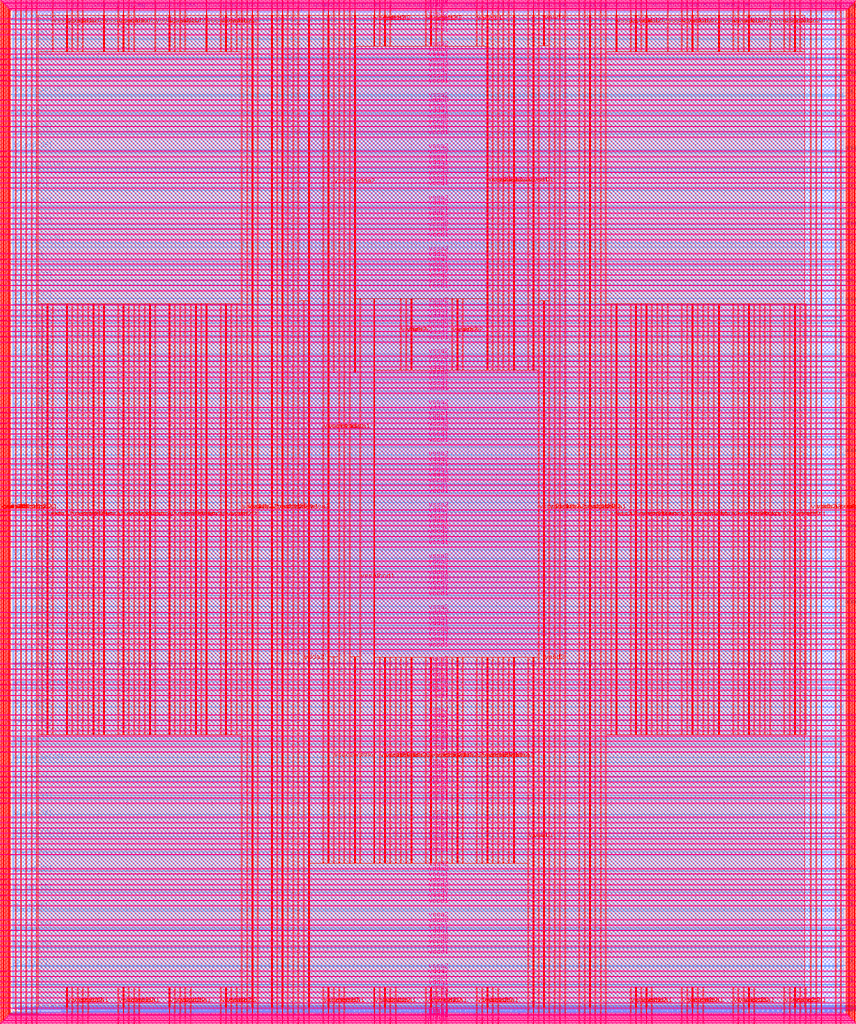
<source format=lef>
VERSION 5.7 ;
  NOWIREEXTENSIONATPIN ON ;
  DIVIDERCHAR "/" ;
  BUSBITCHARS "[]" ;
MACRO user_project_wrapper
  CLASS BLOCK ;
  FOREIGN user_project_wrapper ;
  ORIGIN 0.000 0.000 ;
  SIZE 2920.000 BY 3520.000 ;
  PIN analog_io[0]
    DIRECTION INOUT ;
    USE SIGNAL ;
    PORT
      LAYER met3 ;
        RECT 2917.600 1426.380 2924.800 1427.580 ;
    END
  END analog_io[0]
  PIN analog_io[10]
    DIRECTION INOUT ;
    USE SIGNAL ;
    PORT
      LAYER met2 ;
        RECT 2230.490 3517.600 2231.050 3524.800 ;
    END
  END analog_io[10]
  PIN analog_io[11]
    DIRECTION INOUT ;
    USE SIGNAL ;
    PORT
      LAYER met2 ;
        RECT 1905.730 3517.600 1906.290 3524.800 ;
    END
  END analog_io[11]
  PIN analog_io[12]
    DIRECTION INOUT ;
    USE SIGNAL ;
    PORT
      LAYER met2 ;
        RECT 1581.430 3517.600 1581.990 3524.800 ;
    END
  END analog_io[12]
  PIN analog_io[13]
    DIRECTION INOUT ;
    USE SIGNAL ;
    PORT
      LAYER met2 ;
        RECT 1257.130 3517.600 1257.690 3524.800 ;
    END
  END analog_io[13]
  PIN analog_io[14]
    DIRECTION INOUT ;
    USE SIGNAL ;
    PORT
      LAYER met2 ;
        RECT 932.370 3517.600 932.930 3524.800 ;
    END
  END analog_io[14]
  PIN analog_io[15]
    DIRECTION INOUT ;
    USE SIGNAL ;
    PORT
      LAYER met2 ;
        RECT 608.070 3517.600 608.630 3524.800 ;
    END
  END analog_io[15]
  PIN analog_io[16]
    DIRECTION INOUT ;
    USE SIGNAL ;
    PORT
      LAYER met2 ;
        RECT 283.770 3517.600 284.330 3524.800 ;
    END
  END analog_io[16]
  PIN analog_io[17]
    DIRECTION INOUT ;
    USE SIGNAL ;
    PORT
      LAYER met3 ;
        RECT -4.800 3486.100 2.400 3487.300 ;
    END
  END analog_io[17]
  PIN analog_io[18]
    DIRECTION INOUT ;
    USE SIGNAL ;
    PORT
      LAYER met3 ;
        RECT -4.800 3224.980 2.400 3226.180 ;
    END
  END analog_io[18]
  PIN analog_io[19]
    DIRECTION INOUT ;
    USE SIGNAL ;
    PORT
      LAYER met3 ;
        RECT -4.800 2964.540 2.400 2965.740 ;
    END
  END analog_io[19]
  PIN analog_io[1]
    DIRECTION INOUT ;
    USE SIGNAL ;
    PORT
      LAYER met3 ;
        RECT 2917.600 1692.260 2924.800 1693.460 ;
    END
  END analog_io[1]
  PIN analog_io[20]
    DIRECTION INOUT ;
    USE SIGNAL ;
    PORT
      LAYER met3 ;
        RECT -4.800 2703.420 2.400 2704.620 ;
    END
  END analog_io[20]
  PIN analog_io[21]
    DIRECTION INOUT ;
    USE SIGNAL ;
    PORT
      LAYER met3 ;
        RECT -4.800 2442.980 2.400 2444.180 ;
    END
  END analog_io[21]
  PIN analog_io[22]
    DIRECTION INOUT ;
    USE SIGNAL ;
    PORT
      LAYER met3 ;
        RECT -4.800 2182.540 2.400 2183.740 ;
    END
  END analog_io[22]
  PIN analog_io[23]
    DIRECTION INOUT ;
    USE SIGNAL ;
    PORT
      LAYER met3 ;
        RECT -4.800 1921.420 2.400 1922.620 ;
    END
  END analog_io[23]
  PIN analog_io[24]
    DIRECTION INOUT ;
    USE SIGNAL ;
    PORT
      LAYER met3 ;
        RECT -4.800 1660.980 2.400 1662.180 ;
    END
  END analog_io[24]
  PIN analog_io[25]
    DIRECTION INOUT ;
    USE SIGNAL ;
    PORT
      LAYER met3 ;
        RECT -4.800 1399.860 2.400 1401.060 ;
    END
  END analog_io[25]
  PIN analog_io[26]
    DIRECTION INOUT ;
    USE SIGNAL ;
    PORT
      LAYER met3 ;
        RECT -4.800 1139.420 2.400 1140.620 ;
    END
  END analog_io[26]
  PIN analog_io[27]
    DIRECTION INOUT ;
    USE SIGNAL ;
    PORT
      LAYER met3 ;
        RECT -4.800 878.980 2.400 880.180 ;
    END
  END analog_io[27]
  PIN analog_io[28]
    DIRECTION INOUT ;
    USE SIGNAL ;
    PORT
      LAYER met3 ;
        RECT -4.800 617.860 2.400 619.060 ;
    END
  END analog_io[28]
  PIN analog_io[2]
    DIRECTION INOUT ;
    USE SIGNAL ;
    PORT
      LAYER met3 ;
        RECT 2917.600 1958.140 2924.800 1959.340 ;
    END
  END analog_io[2]
  PIN analog_io[3]
    DIRECTION INOUT ;
    USE SIGNAL ;
    PORT
      LAYER met3 ;
        RECT 2917.600 2223.340 2924.800 2224.540 ;
    END
  END analog_io[3]
  PIN analog_io[4]
    DIRECTION INOUT ;
    USE SIGNAL ;
    PORT
      LAYER met3 ;
        RECT 2917.600 2489.220 2924.800 2490.420 ;
    END
  END analog_io[4]
  PIN analog_io[5]
    DIRECTION INOUT ;
    USE SIGNAL ;
    PORT
      LAYER met3 ;
        RECT 2917.600 2755.100 2924.800 2756.300 ;
    END
  END analog_io[5]
  PIN analog_io[6]
    DIRECTION INOUT ;
    USE SIGNAL ;
    PORT
      LAYER met3 ;
        RECT 2917.600 3020.300 2924.800 3021.500 ;
    END
  END analog_io[6]
  PIN analog_io[7]
    DIRECTION INOUT ;
    USE SIGNAL ;
    PORT
      LAYER met3 ;
        RECT 2917.600 3286.180 2924.800 3287.380 ;
    END
  END analog_io[7]
  PIN analog_io[8]
    DIRECTION INOUT ;
    USE SIGNAL ;
    PORT
      LAYER met2 ;
        RECT 2879.090 3517.600 2879.650 3524.800 ;
    END
  END analog_io[8]
  PIN analog_io[9]
    DIRECTION INOUT ;
    USE SIGNAL ;
    PORT
      LAYER met2 ;
        RECT 2554.790 3517.600 2555.350 3524.800 ;
    END
  END analog_io[9]
  PIN io_in[0]
    DIRECTION INPUT ;
    USE SIGNAL ;
    PORT
      LAYER met3 ;
        RECT 2917.600 32.380 2924.800 33.580 ;
    END
  END io_in[0]
  PIN io_in[10]
    DIRECTION INPUT ;
    USE SIGNAL ;
    PORT
      LAYER met3 ;
        RECT 2917.600 2289.980 2924.800 2291.180 ;
    END
  END io_in[10]
  PIN io_in[11]
    DIRECTION INPUT ;
    USE SIGNAL ;
    PORT
      LAYER met3 ;
        RECT 2917.600 2555.860 2924.800 2557.060 ;
    END
  END io_in[11]
  PIN io_in[12]
    DIRECTION INPUT ;
    USE SIGNAL ;
    PORT
      LAYER met3 ;
        RECT 2917.600 2821.060 2924.800 2822.260 ;
    END
  END io_in[12]
  PIN io_in[13]
    DIRECTION INPUT ;
    USE SIGNAL ;
    PORT
      LAYER met3 ;
        RECT 2917.600 3086.940 2924.800 3088.140 ;
    END
  END io_in[13]
  PIN io_in[14]
    DIRECTION INPUT ;
    USE SIGNAL ;
    PORT
      LAYER met3 ;
        RECT 2917.600 3352.820 2924.800 3354.020 ;
    END
  END io_in[14]
  PIN io_in[15]
    DIRECTION INPUT ;
    USE SIGNAL ;
    PORT
      LAYER met2 ;
        RECT 2798.130 3517.600 2798.690 3524.800 ;
    END
  END io_in[15]
  PIN io_in[16]
    DIRECTION INPUT ;
    USE SIGNAL ;
    PORT
      LAYER met2 ;
        RECT 2473.830 3517.600 2474.390 3524.800 ;
    END
  END io_in[16]
  PIN io_in[17]
    DIRECTION INPUT ;
    USE SIGNAL ;
    PORT
      LAYER met2 ;
        RECT 2149.070 3517.600 2149.630 3524.800 ;
    END
  END io_in[17]
  PIN io_in[18]
    DIRECTION INPUT ;
    USE SIGNAL ;
    PORT
      LAYER met2 ;
        RECT 1824.770 3517.600 1825.330 3524.800 ;
    END
  END io_in[18]
  PIN io_in[19]
    DIRECTION INPUT ;
    USE SIGNAL ;
    PORT
      LAYER met2 ;
        RECT 1500.470 3517.600 1501.030 3524.800 ;
    END
  END io_in[19]
  PIN io_in[1]
    DIRECTION INPUT ;
    USE SIGNAL ;
    PORT
      LAYER met3 ;
        RECT 2917.600 230.940 2924.800 232.140 ;
    END
  END io_in[1]
  PIN io_in[20]
    DIRECTION INPUT ;
    USE SIGNAL ;
    PORT
      LAYER met2 ;
        RECT 1175.710 3517.600 1176.270 3524.800 ;
    END
  END io_in[20]
  PIN io_in[21]
    DIRECTION INPUT ;
    USE SIGNAL ;
    PORT
      LAYER met2 ;
        RECT 851.410 3517.600 851.970 3524.800 ;
    END
  END io_in[21]
  PIN io_in[22]
    DIRECTION INPUT ;
    USE SIGNAL ;
    PORT
      LAYER met2 ;
        RECT 527.110 3517.600 527.670 3524.800 ;
    END
  END io_in[22]
  PIN io_in[23]
    DIRECTION INPUT ;
    USE SIGNAL ;
    PORT
      LAYER met2 ;
        RECT 202.350 3517.600 202.910 3524.800 ;
    END
  END io_in[23]
  PIN io_in[24]
    DIRECTION INPUT ;
    USE SIGNAL ;
    PORT
      LAYER met3 ;
        RECT -4.800 3420.820 2.400 3422.020 ;
    END
  END io_in[24]
  PIN io_in[25]
    DIRECTION INPUT ;
    USE SIGNAL ;
    PORT
      LAYER met3 ;
        RECT -4.800 3159.700 2.400 3160.900 ;
    END
  END io_in[25]
  PIN io_in[26]
    DIRECTION INPUT ;
    USE SIGNAL ;
    PORT
      LAYER met3 ;
        RECT -4.800 2899.260 2.400 2900.460 ;
    END
  END io_in[26]
  PIN io_in[27]
    DIRECTION INPUT ;
    USE SIGNAL ;
    PORT
      LAYER met3 ;
        RECT -4.800 2638.820 2.400 2640.020 ;
    END
  END io_in[27]
  PIN io_in[28]
    DIRECTION INPUT ;
    USE SIGNAL ;
    PORT
      LAYER met3 ;
        RECT -4.800 2377.700 2.400 2378.900 ;
    END
  END io_in[28]
  PIN io_in[29]
    DIRECTION INPUT ;
    USE SIGNAL ;
    PORT
      LAYER met3 ;
        RECT -4.800 2117.260 2.400 2118.460 ;
    END
  END io_in[29]
  PIN io_in[2]
    DIRECTION INPUT ;
    USE SIGNAL ;
    PORT
      LAYER met3 ;
        RECT 2917.600 430.180 2924.800 431.380 ;
    END
  END io_in[2]
  PIN io_in[30]
    DIRECTION INPUT ;
    USE SIGNAL ;
    PORT
      LAYER met3 ;
        RECT -4.800 1856.140 2.400 1857.340 ;
    END
  END io_in[30]
  PIN io_in[31]
    DIRECTION INPUT ;
    USE SIGNAL ;
    PORT
      LAYER met3 ;
        RECT -4.800 1595.700 2.400 1596.900 ;
    END
  END io_in[31]
  PIN io_in[32]
    DIRECTION INPUT ;
    USE SIGNAL ;
    PORT
      LAYER met3 ;
        RECT -4.800 1335.260 2.400 1336.460 ;
    END
  END io_in[32]
  PIN io_in[33]
    DIRECTION INPUT ;
    USE SIGNAL ;
    PORT
      LAYER met3 ;
        RECT -4.800 1074.140 2.400 1075.340 ;
    END
  END io_in[33]
  PIN io_in[34]
    DIRECTION INPUT ;
    USE SIGNAL ;
    PORT
      LAYER met3 ;
        RECT -4.800 813.700 2.400 814.900 ;
    END
  END io_in[34]
  PIN io_in[35]
    DIRECTION INPUT ;
    USE SIGNAL ;
    PORT
      LAYER met3 ;
        RECT -4.800 552.580 2.400 553.780 ;
    END
  END io_in[35]
  PIN io_in[36]
    DIRECTION INPUT ;
    USE SIGNAL ;
    PORT
      LAYER met3 ;
        RECT -4.800 357.420 2.400 358.620 ;
    END
  END io_in[36]
  PIN io_in[37]
    DIRECTION INPUT ;
    USE SIGNAL ;
    PORT
      LAYER met3 ;
        RECT -4.800 161.580 2.400 162.780 ;
    END
  END io_in[37]
  PIN io_in[3]
    DIRECTION INPUT ;
    USE SIGNAL ;
    PORT
      LAYER met3 ;
        RECT 2917.600 629.420 2924.800 630.620 ;
    END
  END io_in[3]
  PIN io_in[4]
    DIRECTION INPUT ;
    USE SIGNAL ;
    PORT
      LAYER met3 ;
        RECT 2917.600 828.660 2924.800 829.860 ;
    END
  END io_in[4]
  PIN io_in[5]
    DIRECTION INPUT ;
    USE SIGNAL ;
    PORT
      LAYER met3 ;
        RECT 2917.600 1027.900 2924.800 1029.100 ;
    END
  END io_in[5]
  PIN io_in[6]
    DIRECTION INPUT ;
    USE SIGNAL ;
    PORT
      LAYER met3 ;
        RECT 2917.600 1227.140 2924.800 1228.340 ;
    END
  END io_in[6]
  PIN io_in[7]
    DIRECTION INPUT ;
    USE SIGNAL ;
    PORT
      LAYER met3 ;
        RECT 2917.600 1493.020 2924.800 1494.220 ;
    END
  END io_in[7]
  PIN io_in[8]
    DIRECTION INPUT ;
    USE SIGNAL ;
    PORT
      LAYER met3 ;
        RECT 2917.600 1758.900 2924.800 1760.100 ;
    END
  END io_in[8]
  PIN io_in[9]
    DIRECTION INPUT ;
    USE SIGNAL ;
    PORT
      LAYER met3 ;
        RECT 2917.600 2024.100 2924.800 2025.300 ;
    END
  END io_in[9]
  PIN io_oeb[0]
    DIRECTION OUTPUT TRISTATE ;
    USE SIGNAL ;
    PORT
      LAYER met3 ;
        RECT 2917.600 164.980 2924.800 166.180 ;
    END
  END io_oeb[0]
  PIN io_oeb[10]
    DIRECTION OUTPUT TRISTATE ;
    USE SIGNAL ;
    PORT
      LAYER met3 ;
        RECT 2917.600 2422.580 2924.800 2423.780 ;
    END
  END io_oeb[10]
  PIN io_oeb[11]
    DIRECTION OUTPUT TRISTATE ;
    USE SIGNAL ;
    PORT
      LAYER met3 ;
        RECT 2917.600 2688.460 2924.800 2689.660 ;
    END
  END io_oeb[11]
  PIN io_oeb[12]
    DIRECTION OUTPUT TRISTATE ;
    USE SIGNAL ;
    PORT
      LAYER met3 ;
        RECT 2917.600 2954.340 2924.800 2955.540 ;
    END
  END io_oeb[12]
  PIN io_oeb[13]
    DIRECTION OUTPUT TRISTATE ;
    USE SIGNAL ;
    PORT
      LAYER met3 ;
        RECT 2917.600 3219.540 2924.800 3220.740 ;
    END
  END io_oeb[13]
  PIN io_oeb[14]
    DIRECTION OUTPUT TRISTATE ;
    USE SIGNAL ;
    PORT
      LAYER met3 ;
        RECT 2917.600 3485.420 2924.800 3486.620 ;
    END
  END io_oeb[14]
  PIN io_oeb[15]
    DIRECTION OUTPUT TRISTATE ;
    USE SIGNAL ;
    PORT
      LAYER met2 ;
        RECT 2635.750 3517.600 2636.310 3524.800 ;
    END
  END io_oeb[15]
  PIN io_oeb[16]
    DIRECTION OUTPUT TRISTATE ;
    USE SIGNAL ;
    PORT
      LAYER met2 ;
        RECT 2311.450 3517.600 2312.010 3524.800 ;
    END
  END io_oeb[16]
  PIN io_oeb[17]
    DIRECTION OUTPUT TRISTATE ;
    USE SIGNAL ;
    PORT
      LAYER met2 ;
        RECT 1987.150 3517.600 1987.710 3524.800 ;
    END
  END io_oeb[17]
  PIN io_oeb[18]
    DIRECTION OUTPUT TRISTATE ;
    USE SIGNAL ;
    PORT
      LAYER met2 ;
        RECT 1662.390 3517.600 1662.950 3524.800 ;
    END
  END io_oeb[18]
  PIN io_oeb[19]
    DIRECTION OUTPUT TRISTATE ;
    USE SIGNAL ;
    PORT
      LAYER met2 ;
        RECT 1338.090 3517.600 1338.650 3524.800 ;
    END
  END io_oeb[19]
  PIN io_oeb[1]
    DIRECTION OUTPUT TRISTATE ;
    USE SIGNAL ;
    PORT
      LAYER met3 ;
        RECT 2917.600 364.220 2924.800 365.420 ;
    END
  END io_oeb[1]
  PIN io_oeb[20]
    DIRECTION OUTPUT TRISTATE ;
    USE SIGNAL ;
    PORT
      LAYER met2 ;
        RECT 1013.790 3517.600 1014.350 3524.800 ;
    END
  END io_oeb[20]
  PIN io_oeb[21]
    DIRECTION OUTPUT TRISTATE ;
    USE SIGNAL ;
    PORT
      LAYER met2 ;
        RECT 689.030 3517.600 689.590 3524.800 ;
    END
  END io_oeb[21]
  PIN io_oeb[22]
    DIRECTION OUTPUT TRISTATE ;
    USE SIGNAL ;
    PORT
      LAYER met2 ;
        RECT 364.730 3517.600 365.290 3524.800 ;
    END
  END io_oeb[22]
  PIN io_oeb[23]
    DIRECTION OUTPUT TRISTATE ;
    USE SIGNAL ;
    PORT
      LAYER met2 ;
        RECT 40.430 3517.600 40.990 3524.800 ;
    END
  END io_oeb[23]
  PIN io_oeb[24]
    DIRECTION OUTPUT TRISTATE ;
    USE SIGNAL ;
    PORT
      LAYER met3 ;
        RECT -4.800 3290.260 2.400 3291.460 ;
    END
  END io_oeb[24]
  PIN io_oeb[25]
    DIRECTION OUTPUT TRISTATE ;
    USE SIGNAL ;
    PORT
      LAYER met3 ;
        RECT -4.800 3029.820 2.400 3031.020 ;
    END
  END io_oeb[25]
  PIN io_oeb[26]
    DIRECTION OUTPUT TRISTATE ;
    USE SIGNAL ;
    PORT
      LAYER met3 ;
        RECT -4.800 2768.700 2.400 2769.900 ;
    END
  END io_oeb[26]
  PIN io_oeb[27]
    DIRECTION OUTPUT TRISTATE ;
    USE SIGNAL ;
    PORT
      LAYER met3 ;
        RECT -4.800 2508.260 2.400 2509.460 ;
    END
  END io_oeb[27]
  PIN io_oeb[28]
    DIRECTION OUTPUT TRISTATE ;
    USE SIGNAL ;
    PORT
      LAYER met3 ;
        RECT -4.800 2247.140 2.400 2248.340 ;
    END
  END io_oeb[28]
  PIN io_oeb[29]
    DIRECTION OUTPUT TRISTATE ;
    USE SIGNAL ;
    PORT
      LAYER met3 ;
        RECT -4.800 1986.700 2.400 1987.900 ;
    END
  END io_oeb[29]
  PIN io_oeb[2]
    DIRECTION OUTPUT TRISTATE ;
    USE SIGNAL ;
    PORT
      LAYER met3 ;
        RECT 2917.600 563.460 2924.800 564.660 ;
    END
  END io_oeb[2]
  PIN io_oeb[30]
    DIRECTION OUTPUT TRISTATE ;
    USE SIGNAL ;
    PORT
      LAYER met3 ;
        RECT -4.800 1726.260 2.400 1727.460 ;
    END
  END io_oeb[30]
  PIN io_oeb[31]
    DIRECTION OUTPUT TRISTATE ;
    USE SIGNAL ;
    PORT
      LAYER met3 ;
        RECT -4.800 1465.140 2.400 1466.340 ;
    END
  END io_oeb[31]
  PIN io_oeb[32]
    DIRECTION OUTPUT TRISTATE ;
    USE SIGNAL ;
    PORT
      LAYER met3 ;
        RECT -4.800 1204.700 2.400 1205.900 ;
    END
  END io_oeb[32]
  PIN io_oeb[33]
    DIRECTION OUTPUT TRISTATE ;
    USE SIGNAL ;
    PORT
      LAYER met3 ;
        RECT -4.800 943.580 2.400 944.780 ;
    END
  END io_oeb[33]
  PIN io_oeb[34]
    DIRECTION OUTPUT TRISTATE ;
    USE SIGNAL ;
    PORT
      LAYER met3 ;
        RECT -4.800 683.140 2.400 684.340 ;
    END
  END io_oeb[34]
  PIN io_oeb[35]
    DIRECTION OUTPUT TRISTATE ;
    USE SIGNAL ;
    PORT
      LAYER met3 ;
        RECT -4.800 422.700 2.400 423.900 ;
    END
  END io_oeb[35]
  PIN io_oeb[36]
    DIRECTION OUTPUT TRISTATE ;
    USE SIGNAL ;
    PORT
      LAYER met3 ;
        RECT -4.800 226.860 2.400 228.060 ;
    END
  END io_oeb[36]
  PIN io_oeb[37]
    DIRECTION OUTPUT TRISTATE ;
    USE SIGNAL ;
    PORT
      LAYER met3 ;
        RECT -4.800 31.700 2.400 32.900 ;
    END
  END io_oeb[37]
  PIN io_oeb[3]
    DIRECTION OUTPUT TRISTATE ;
    USE SIGNAL ;
    PORT
      LAYER met3 ;
        RECT 2917.600 762.700 2924.800 763.900 ;
    END
  END io_oeb[3]
  PIN io_oeb[4]
    DIRECTION OUTPUT TRISTATE ;
    USE SIGNAL ;
    PORT
      LAYER met3 ;
        RECT 2917.600 961.940 2924.800 963.140 ;
    END
  END io_oeb[4]
  PIN io_oeb[5]
    DIRECTION OUTPUT TRISTATE ;
    USE SIGNAL ;
    PORT
      LAYER met3 ;
        RECT 2917.600 1161.180 2924.800 1162.380 ;
    END
  END io_oeb[5]
  PIN io_oeb[6]
    DIRECTION OUTPUT TRISTATE ;
    USE SIGNAL ;
    PORT
      LAYER met3 ;
        RECT 2917.600 1360.420 2924.800 1361.620 ;
    END
  END io_oeb[6]
  PIN io_oeb[7]
    DIRECTION OUTPUT TRISTATE ;
    USE SIGNAL ;
    PORT
      LAYER met3 ;
        RECT 2917.600 1625.620 2924.800 1626.820 ;
    END
  END io_oeb[7]
  PIN io_oeb[8]
    DIRECTION OUTPUT TRISTATE ;
    USE SIGNAL ;
    PORT
      LAYER met3 ;
        RECT 2917.600 1891.500 2924.800 1892.700 ;
    END
  END io_oeb[8]
  PIN io_oeb[9]
    DIRECTION OUTPUT TRISTATE ;
    USE SIGNAL ;
    PORT
      LAYER met3 ;
        RECT 2917.600 2157.380 2924.800 2158.580 ;
    END
  END io_oeb[9]
  PIN io_out[0]
    DIRECTION OUTPUT TRISTATE ;
    USE SIGNAL ;
    PORT
      LAYER met3 ;
        RECT 2917.600 98.340 2924.800 99.540 ;
    END
  END io_out[0]
  PIN io_out[10]
    DIRECTION OUTPUT TRISTATE ;
    USE SIGNAL ;
    PORT
      LAYER met3 ;
        RECT 2917.600 2356.620 2924.800 2357.820 ;
    END
  END io_out[10]
  PIN io_out[11]
    DIRECTION OUTPUT TRISTATE ;
    USE SIGNAL ;
    PORT
      LAYER met3 ;
        RECT 2917.600 2621.820 2924.800 2623.020 ;
    END
  END io_out[11]
  PIN io_out[12]
    DIRECTION OUTPUT TRISTATE ;
    USE SIGNAL ;
    PORT
      LAYER met3 ;
        RECT 2917.600 2887.700 2924.800 2888.900 ;
    END
  END io_out[12]
  PIN io_out[13]
    DIRECTION OUTPUT TRISTATE ;
    USE SIGNAL ;
    PORT
      LAYER met3 ;
        RECT 2917.600 3153.580 2924.800 3154.780 ;
    END
  END io_out[13]
  PIN io_out[14]
    DIRECTION OUTPUT TRISTATE ;
    USE SIGNAL ;
    PORT
      LAYER met3 ;
        RECT 2917.600 3418.780 2924.800 3419.980 ;
    END
  END io_out[14]
  PIN io_out[15]
    DIRECTION OUTPUT TRISTATE ;
    USE SIGNAL ;
    PORT
      LAYER met2 ;
        RECT 2717.170 3517.600 2717.730 3524.800 ;
    END
  END io_out[15]
  PIN io_out[16]
    DIRECTION OUTPUT TRISTATE ;
    USE SIGNAL ;
    PORT
      LAYER met2 ;
        RECT 2392.410 3517.600 2392.970 3524.800 ;
    END
  END io_out[16]
  PIN io_out[17]
    DIRECTION OUTPUT TRISTATE ;
    USE SIGNAL ;
    PORT
      LAYER met2 ;
        RECT 2068.110 3517.600 2068.670 3524.800 ;
    END
  END io_out[17]
  PIN io_out[18]
    DIRECTION OUTPUT TRISTATE ;
    USE SIGNAL ;
    PORT
      LAYER met2 ;
        RECT 1743.810 3517.600 1744.370 3524.800 ;
    END
  END io_out[18]
  PIN io_out[19]
    DIRECTION OUTPUT TRISTATE ;
    USE SIGNAL ;
    PORT
      LAYER met2 ;
        RECT 1419.050 3517.600 1419.610 3524.800 ;
    END
  END io_out[19]
  PIN io_out[1]
    DIRECTION OUTPUT TRISTATE ;
    USE SIGNAL ;
    PORT
      LAYER met3 ;
        RECT 2917.600 297.580 2924.800 298.780 ;
    END
  END io_out[1]
  PIN io_out[20]
    DIRECTION OUTPUT TRISTATE ;
    USE SIGNAL ;
    PORT
      LAYER met2 ;
        RECT 1094.750 3517.600 1095.310 3524.800 ;
    END
  END io_out[20]
  PIN io_out[21]
    DIRECTION OUTPUT TRISTATE ;
    USE SIGNAL ;
    PORT
      LAYER met2 ;
        RECT 770.450 3517.600 771.010 3524.800 ;
    END
  END io_out[21]
  PIN io_out[22]
    DIRECTION OUTPUT TRISTATE ;
    USE SIGNAL ;
    PORT
      LAYER met2 ;
        RECT 445.690 3517.600 446.250 3524.800 ;
    END
  END io_out[22]
  PIN io_out[23]
    DIRECTION OUTPUT TRISTATE ;
    USE SIGNAL ;
    PORT
      LAYER met2 ;
        RECT 121.390 3517.600 121.950 3524.800 ;
    END
  END io_out[23]
  PIN io_out[24]
    DIRECTION OUTPUT TRISTATE ;
    USE SIGNAL ;
    PORT
      LAYER met3 ;
        RECT -4.800 3355.540 2.400 3356.740 ;
    END
  END io_out[24]
  PIN io_out[25]
    DIRECTION OUTPUT TRISTATE ;
    USE SIGNAL ;
    PORT
      LAYER met3 ;
        RECT -4.800 3095.100 2.400 3096.300 ;
    END
  END io_out[25]
  PIN io_out[26]
    DIRECTION OUTPUT TRISTATE ;
    USE SIGNAL ;
    PORT
      LAYER met3 ;
        RECT -4.800 2833.980 2.400 2835.180 ;
    END
  END io_out[26]
  PIN io_out[27]
    DIRECTION OUTPUT TRISTATE ;
    USE SIGNAL ;
    PORT
      LAYER met3 ;
        RECT -4.800 2573.540 2.400 2574.740 ;
    END
  END io_out[27]
  PIN io_out[28]
    DIRECTION OUTPUT TRISTATE ;
    USE SIGNAL ;
    PORT
      LAYER met3 ;
        RECT -4.800 2312.420 2.400 2313.620 ;
    END
  END io_out[28]
  PIN io_out[29]
    DIRECTION OUTPUT TRISTATE ;
    USE SIGNAL ;
    PORT
      LAYER met3 ;
        RECT -4.800 2051.980 2.400 2053.180 ;
    END
  END io_out[29]
  PIN io_out[2]
    DIRECTION OUTPUT TRISTATE ;
    USE SIGNAL ;
    PORT
      LAYER met3 ;
        RECT 2917.600 496.820 2924.800 498.020 ;
    END
  END io_out[2]
  PIN io_out[30]
    DIRECTION OUTPUT TRISTATE ;
    USE SIGNAL ;
    PORT
      LAYER met3 ;
        RECT -4.800 1791.540 2.400 1792.740 ;
    END
  END io_out[30]
  PIN io_out[31]
    DIRECTION OUTPUT TRISTATE ;
    USE SIGNAL ;
    PORT
      LAYER met3 ;
        RECT -4.800 1530.420 2.400 1531.620 ;
    END
  END io_out[31]
  PIN io_out[32]
    DIRECTION OUTPUT TRISTATE ;
    USE SIGNAL ;
    PORT
      LAYER met3 ;
        RECT -4.800 1269.980 2.400 1271.180 ;
    END
  END io_out[32]
  PIN io_out[33]
    DIRECTION OUTPUT TRISTATE ;
    USE SIGNAL ;
    PORT
      LAYER met3 ;
        RECT -4.800 1008.860 2.400 1010.060 ;
    END
  END io_out[33]
  PIN io_out[34]
    DIRECTION OUTPUT TRISTATE ;
    USE SIGNAL ;
    PORT
      LAYER met3 ;
        RECT -4.800 748.420 2.400 749.620 ;
    END
  END io_out[34]
  PIN io_out[35]
    DIRECTION OUTPUT TRISTATE ;
    USE SIGNAL ;
    PORT
      LAYER met3 ;
        RECT -4.800 487.300 2.400 488.500 ;
    END
  END io_out[35]
  PIN io_out[36]
    DIRECTION OUTPUT TRISTATE ;
    USE SIGNAL ;
    PORT
      LAYER met3 ;
        RECT -4.800 292.140 2.400 293.340 ;
    END
  END io_out[36]
  PIN io_out[37]
    DIRECTION OUTPUT TRISTATE ;
    USE SIGNAL ;
    PORT
      LAYER met3 ;
        RECT -4.800 96.300 2.400 97.500 ;
    END
  END io_out[37]
  PIN io_out[3]
    DIRECTION OUTPUT TRISTATE ;
    USE SIGNAL ;
    PORT
      LAYER met3 ;
        RECT 2917.600 696.060 2924.800 697.260 ;
    END
  END io_out[3]
  PIN io_out[4]
    DIRECTION OUTPUT TRISTATE ;
    USE SIGNAL ;
    PORT
      LAYER met3 ;
        RECT 2917.600 895.300 2924.800 896.500 ;
    END
  END io_out[4]
  PIN io_out[5]
    DIRECTION OUTPUT TRISTATE ;
    USE SIGNAL ;
    PORT
      LAYER met3 ;
        RECT 2917.600 1094.540 2924.800 1095.740 ;
    END
  END io_out[5]
  PIN io_out[6]
    DIRECTION OUTPUT TRISTATE ;
    USE SIGNAL ;
    PORT
      LAYER met3 ;
        RECT 2917.600 1293.780 2924.800 1294.980 ;
    END
  END io_out[6]
  PIN io_out[7]
    DIRECTION OUTPUT TRISTATE ;
    USE SIGNAL ;
    PORT
      LAYER met3 ;
        RECT 2917.600 1559.660 2924.800 1560.860 ;
    END
  END io_out[7]
  PIN io_out[8]
    DIRECTION OUTPUT TRISTATE ;
    USE SIGNAL ;
    PORT
      LAYER met3 ;
        RECT 2917.600 1824.860 2924.800 1826.060 ;
    END
  END io_out[8]
  PIN io_out[9]
    DIRECTION OUTPUT TRISTATE ;
    USE SIGNAL ;
    PORT
      LAYER met3 ;
        RECT 2917.600 2090.740 2924.800 2091.940 ;
    END
  END io_out[9]
  PIN la_data_in[0]
    DIRECTION INPUT ;
    USE SIGNAL ;
    PORT
      LAYER met2 ;
        RECT 629.230 -4.800 629.790 2.400 ;
    END
  END la_data_in[0]
  PIN la_data_in[100]
    DIRECTION INPUT ;
    USE SIGNAL ;
    PORT
      LAYER met2 ;
        RECT 2402.530 -4.800 2403.090 2.400 ;
    END
  END la_data_in[100]
  PIN la_data_in[101]
    DIRECTION INPUT ;
    USE SIGNAL ;
    PORT
      LAYER met2 ;
        RECT 2420.010 -4.800 2420.570 2.400 ;
    END
  END la_data_in[101]
  PIN la_data_in[102]
    DIRECTION INPUT ;
    USE SIGNAL ;
    PORT
      LAYER met2 ;
        RECT 2437.950 -4.800 2438.510 2.400 ;
    END
  END la_data_in[102]
  PIN la_data_in[103]
    DIRECTION INPUT ;
    USE SIGNAL ;
    PORT
      LAYER met2 ;
        RECT 2455.430 -4.800 2455.990 2.400 ;
    END
  END la_data_in[103]
  PIN la_data_in[104]
    DIRECTION INPUT ;
    USE SIGNAL ;
    PORT
      LAYER met2 ;
        RECT 2473.370 -4.800 2473.930 2.400 ;
    END
  END la_data_in[104]
  PIN la_data_in[105]
    DIRECTION INPUT ;
    USE SIGNAL ;
    PORT
      LAYER met2 ;
        RECT 2490.850 -4.800 2491.410 2.400 ;
    END
  END la_data_in[105]
  PIN la_data_in[106]
    DIRECTION INPUT ;
    USE SIGNAL ;
    PORT
      LAYER met2 ;
        RECT 2508.790 -4.800 2509.350 2.400 ;
    END
  END la_data_in[106]
  PIN la_data_in[107]
    DIRECTION INPUT ;
    USE SIGNAL ;
    PORT
      LAYER met2 ;
        RECT 2526.730 -4.800 2527.290 2.400 ;
    END
  END la_data_in[107]
  PIN la_data_in[108]
    DIRECTION INPUT ;
    USE SIGNAL ;
    PORT
      LAYER met2 ;
        RECT 2544.210 -4.800 2544.770 2.400 ;
    END
  END la_data_in[108]
  PIN la_data_in[109]
    DIRECTION INPUT ;
    USE SIGNAL ;
    PORT
      LAYER met2 ;
        RECT 2562.150 -4.800 2562.710 2.400 ;
    END
  END la_data_in[109]
  PIN la_data_in[10]
    DIRECTION INPUT ;
    USE SIGNAL ;
    PORT
      LAYER met2 ;
        RECT 806.330 -4.800 806.890 2.400 ;
    END
  END la_data_in[10]
  PIN la_data_in[110]
    DIRECTION INPUT ;
    USE SIGNAL ;
    PORT
      LAYER met2 ;
        RECT 2579.630 -4.800 2580.190 2.400 ;
    END
  END la_data_in[110]
  PIN la_data_in[111]
    DIRECTION INPUT ;
    USE SIGNAL ;
    PORT
      LAYER met2 ;
        RECT 2597.570 -4.800 2598.130 2.400 ;
    END
  END la_data_in[111]
  PIN la_data_in[112]
    DIRECTION INPUT ;
    USE SIGNAL ;
    PORT
      LAYER met2 ;
        RECT 2615.050 -4.800 2615.610 2.400 ;
    END
  END la_data_in[112]
  PIN la_data_in[113]
    DIRECTION INPUT ;
    USE SIGNAL ;
    PORT
      LAYER met2 ;
        RECT 2632.990 -4.800 2633.550 2.400 ;
    END
  END la_data_in[113]
  PIN la_data_in[114]
    DIRECTION INPUT ;
    USE SIGNAL ;
    PORT
      LAYER met2 ;
        RECT 2650.470 -4.800 2651.030 2.400 ;
    END
  END la_data_in[114]
  PIN la_data_in[115]
    DIRECTION INPUT ;
    USE SIGNAL ;
    PORT
      LAYER met2 ;
        RECT 2668.410 -4.800 2668.970 2.400 ;
    END
  END la_data_in[115]
  PIN la_data_in[116]
    DIRECTION INPUT ;
    USE SIGNAL ;
    PORT
      LAYER met2 ;
        RECT 2685.890 -4.800 2686.450 2.400 ;
    END
  END la_data_in[116]
  PIN la_data_in[117]
    DIRECTION INPUT ;
    USE SIGNAL ;
    PORT
      LAYER met2 ;
        RECT 2703.830 -4.800 2704.390 2.400 ;
    END
  END la_data_in[117]
  PIN la_data_in[118]
    DIRECTION INPUT ;
    USE SIGNAL ;
    PORT
      LAYER met2 ;
        RECT 2721.770 -4.800 2722.330 2.400 ;
    END
  END la_data_in[118]
  PIN la_data_in[119]
    DIRECTION INPUT ;
    USE SIGNAL ;
    PORT
      LAYER met2 ;
        RECT 2739.250 -4.800 2739.810 2.400 ;
    END
  END la_data_in[119]
  PIN la_data_in[11]
    DIRECTION INPUT ;
    USE SIGNAL ;
    PORT
      LAYER met2 ;
        RECT 824.270 -4.800 824.830 2.400 ;
    END
  END la_data_in[11]
  PIN la_data_in[120]
    DIRECTION INPUT ;
    USE SIGNAL ;
    PORT
      LAYER met2 ;
        RECT 2757.190 -4.800 2757.750 2.400 ;
    END
  END la_data_in[120]
  PIN la_data_in[121]
    DIRECTION INPUT ;
    USE SIGNAL ;
    PORT
      LAYER met2 ;
        RECT 2774.670 -4.800 2775.230 2.400 ;
    END
  END la_data_in[121]
  PIN la_data_in[122]
    DIRECTION INPUT ;
    USE SIGNAL ;
    PORT
      LAYER met2 ;
        RECT 2792.610 -4.800 2793.170 2.400 ;
    END
  END la_data_in[122]
  PIN la_data_in[123]
    DIRECTION INPUT ;
    USE SIGNAL ;
    PORT
      LAYER met2 ;
        RECT 2810.090 -4.800 2810.650 2.400 ;
    END
  END la_data_in[123]
  PIN la_data_in[124]
    DIRECTION INPUT ;
    USE SIGNAL ;
    PORT
      LAYER met2 ;
        RECT 2828.030 -4.800 2828.590 2.400 ;
    END
  END la_data_in[124]
  PIN la_data_in[125]
    DIRECTION INPUT ;
    USE SIGNAL ;
    PORT
      LAYER met2 ;
        RECT 2845.510 -4.800 2846.070 2.400 ;
    END
  END la_data_in[125]
  PIN la_data_in[126]
    DIRECTION INPUT ;
    USE SIGNAL ;
    PORT
      LAYER met2 ;
        RECT 2863.450 -4.800 2864.010 2.400 ;
    END
  END la_data_in[126]
  PIN la_data_in[127]
    DIRECTION INPUT ;
    USE SIGNAL ;
    PORT
      LAYER met2 ;
        RECT 2881.390 -4.800 2881.950 2.400 ;
    END
  END la_data_in[127]
  PIN la_data_in[12]
    DIRECTION INPUT ;
    USE SIGNAL ;
    PORT
      LAYER met2 ;
        RECT 841.750 -4.800 842.310 2.400 ;
    END
  END la_data_in[12]
  PIN la_data_in[13]
    DIRECTION INPUT ;
    USE SIGNAL ;
    PORT
      LAYER met2 ;
        RECT 859.690 -4.800 860.250 2.400 ;
    END
  END la_data_in[13]
  PIN la_data_in[14]
    DIRECTION INPUT ;
    USE SIGNAL ;
    PORT
      LAYER met2 ;
        RECT 877.170 -4.800 877.730 2.400 ;
    END
  END la_data_in[14]
  PIN la_data_in[15]
    DIRECTION INPUT ;
    USE SIGNAL ;
    PORT
      LAYER met2 ;
        RECT 895.110 -4.800 895.670 2.400 ;
    END
  END la_data_in[15]
  PIN la_data_in[16]
    DIRECTION INPUT ;
    USE SIGNAL ;
    PORT
      LAYER met2 ;
        RECT 912.590 -4.800 913.150 2.400 ;
    END
  END la_data_in[16]
  PIN la_data_in[17]
    DIRECTION INPUT ;
    USE SIGNAL ;
    PORT
      LAYER met2 ;
        RECT 930.530 -4.800 931.090 2.400 ;
    END
  END la_data_in[17]
  PIN la_data_in[18]
    DIRECTION INPUT ;
    USE SIGNAL ;
    PORT
      LAYER met2 ;
        RECT 948.470 -4.800 949.030 2.400 ;
    END
  END la_data_in[18]
  PIN la_data_in[19]
    DIRECTION INPUT ;
    USE SIGNAL ;
    PORT
      LAYER met2 ;
        RECT 965.950 -4.800 966.510 2.400 ;
    END
  END la_data_in[19]
  PIN la_data_in[1]
    DIRECTION INPUT ;
    USE SIGNAL ;
    PORT
      LAYER met2 ;
        RECT 646.710 -4.800 647.270 2.400 ;
    END
  END la_data_in[1]
  PIN la_data_in[20]
    DIRECTION INPUT ;
    USE SIGNAL ;
    PORT
      LAYER met2 ;
        RECT 983.890 -4.800 984.450 2.400 ;
    END
  END la_data_in[20]
  PIN la_data_in[21]
    DIRECTION INPUT ;
    USE SIGNAL ;
    PORT
      LAYER met2 ;
        RECT 1001.370 -4.800 1001.930 2.400 ;
    END
  END la_data_in[21]
  PIN la_data_in[22]
    DIRECTION INPUT ;
    USE SIGNAL ;
    PORT
      LAYER met2 ;
        RECT 1019.310 -4.800 1019.870 2.400 ;
    END
  END la_data_in[22]
  PIN la_data_in[23]
    DIRECTION INPUT ;
    USE SIGNAL ;
    PORT
      LAYER met2 ;
        RECT 1036.790 -4.800 1037.350 2.400 ;
    END
  END la_data_in[23]
  PIN la_data_in[24]
    DIRECTION INPUT ;
    USE SIGNAL ;
    PORT
      LAYER met2 ;
        RECT 1054.730 -4.800 1055.290 2.400 ;
    END
  END la_data_in[24]
  PIN la_data_in[25]
    DIRECTION INPUT ;
    USE SIGNAL ;
    PORT
      LAYER met2 ;
        RECT 1072.210 -4.800 1072.770 2.400 ;
    END
  END la_data_in[25]
  PIN la_data_in[26]
    DIRECTION INPUT ;
    USE SIGNAL ;
    PORT
      LAYER met2 ;
        RECT 1090.150 -4.800 1090.710 2.400 ;
    END
  END la_data_in[26]
  PIN la_data_in[27]
    DIRECTION INPUT ;
    USE SIGNAL ;
    PORT
      LAYER met2 ;
        RECT 1107.630 -4.800 1108.190 2.400 ;
    END
  END la_data_in[27]
  PIN la_data_in[28]
    DIRECTION INPUT ;
    USE SIGNAL ;
    PORT
      LAYER met2 ;
        RECT 1125.570 -4.800 1126.130 2.400 ;
    END
  END la_data_in[28]
  PIN la_data_in[29]
    DIRECTION INPUT ;
    USE SIGNAL ;
    PORT
      LAYER met2 ;
        RECT 1143.510 -4.800 1144.070 2.400 ;
    END
  END la_data_in[29]
  PIN la_data_in[2]
    DIRECTION INPUT ;
    USE SIGNAL ;
    PORT
      LAYER met2 ;
        RECT 664.650 -4.800 665.210 2.400 ;
    END
  END la_data_in[2]
  PIN la_data_in[30]
    DIRECTION INPUT ;
    USE SIGNAL ;
    PORT
      LAYER met2 ;
        RECT 1160.990 -4.800 1161.550 2.400 ;
    END
  END la_data_in[30]
  PIN la_data_in[31]
    DIRECTION INPUT ;
    USE SIGNAL ;
    PORT
      LAYER met2 ;
        RECT 1178.930 -4.800 1179.490 2.400 ;
    END
  END la_data_in[31]
  PIN la_data_in[32]
    DIRECTION INPUT ;
    USE SIGNAL ;
    PORT
      LAYER met2 ;
        RECT 1196.410 -4.800 1196.970 2.400 ;
    END
  END la_data_in[32]
  PIN la_data_in[33]
    DIRECTION INPUT ;
    USE SIGNAL ;
    PORT
      LAYER met2 ;
        RECT 1214.350 -4.800 1214.910 2.400 ;
    END
  END la_data_in[33]
  PIN la_data_in[34]
    DIRECTION INPUT ;
    USE SIGNAL ;
    PORT
      LAYER met2 ;
        RECT 1231.830 -4.800 1232.390 2.400 ;
    END
  END la_data_in[34]
  PIN la_data_in[35]
    DIRECTION INPUT ;
    USE SIGNAL ;
    PORT
      LAYER met2 ;
        RECT 1249.770 -4.800 1250.330 2.400 ;
    END
  END la_data_in[35]
  PIN la_data_in[36]
    DIRECTION INPUT ;
    USE SIGNAL ;
    PORT
      LAYER met2 ;
        RECT 1267.250 -4.800 1267.810 2.400 ;
    END
  END la_data_in[36]
  PIN la_data_in[37]
    DIRECTION INPUT ;
    USE SIGNAL ;
    PORT
      LAYER met2 ;
        RECT 1285.190 -4.800 1285.750 2.400 ;
    END
  END la_data_in[37]
  PIN la_data_in[38]
    DIRECTION INPUT ;
    USE SIGNAL ;
    PORT
      LAYER met2 ;
        RECT 1303.130 -4.800 1303.690 2.400 ;
    END
  END la_data_in[38]
  PIN la_data_in[39]
    DIRECTION INPUT ;
    USE SIGNAL ;
    PORT
      LAYER met2 ;
        RECT 1320.610 -4.800 1321.170 2.400 ;
    END
  END la_data_in[39]
  PIN la_data_in[3]
    DIRECTION INPUT ;
    USE SIGNAL ;
    PORT
      LAYER met2 ;
        RECT 682.130 -4.800 682.690 2.400 ;
    END
  END la_data_in[3]
  PIN la_data_in[40]
    DIRECTION INPUT ;
    USE SIGNAL ;
    PORT
      LAYER met2 ;
        RECT 1338.550 -4.800 1339.110 2.400 ;
    END
  END la_data_in[40]
  PIN la_data_in[41]
    DIRECTION INPUT ;
    USE SIGNAL ;
    PORT
      LAYER met2 ;
        RECT 1356.030 -4.800 1356.590 2.400 ;
    END
  END la_data_in[41]
  PIN la_data_in[42]
    DIRECTION INPUT ;
    USE SIGNAL ;
    PORT
      LAYER met2 ;
        RECT 1373.970 -4.800 1374.530 2.400 ;
    END
  END la_data_in[42]
  PIN la_data_in[43]
    DIRECTION INPUT ;
    USE SIGNAL ;
    PORT
      LAYER met2 ;
        RECT 1391.450 -4.800 1392.010 2.400 ;
    END
  END la_data_in[43]
  PIN la_data_in[44]
    DIRECTION INPUT ;
    USE SIGNAL ;
    PORT
      LAYER met2 ;
        RECT 1409.390 -4.800 1409.950 2.400 ;
    END
  END la_data_in[44]
  PIN la_data_in[45]
    DIRECTION INPUT ;
    USE SIGNAL ;
    PORT
      LAYER met2 ;
        RECT 1426.870 -4.800 1427.430 2.400 ;
    END
  END la_data_in[45]
  PIN la_data_in[46]
    DIRECTION INPUT ;
    USE SIGNAL ;
    PORT
      LAYER met2 ;
        RECT 1444.810 -4.800 1445.370 2.400 ;
    END
  END la_data_in[46]
  PIN la_data_in[47]
    DIRECTION INPUT ;
    USE SIGNAL ;
    PORT
      LAYER met2 ;
        RECT 1462.750 -4.800 1463.310 2.400 ;
    END
  END la_data_in[47]
  PIN la_data_in[48]
    DIRECTION INPUT ;
    USE SIGNAL ;
    PORT
      LAYER met2 ;
        RECT 1480.230 -4.800 1480.790 2.400 ;
    END
  END la_data_in[48]
  PIN la_data_in[49]
    DIRECTION INPUT ;
    USE SIGNAL ;
    PORT
      LAYER met2 ;
        RECT 1498.170 -4.800 1498.730 2.400 ;
    END
  END la_data_in[49]
  PIN la_data_in[4]
    DIRECTION INPUT ;
    USE SIGNAL ;
    PORT
      LAYER met2 ;
        RECT 700.070 -4.800 700.630 2.400 ;
    END
  END la_data_in[4]
  PIN la_data_in[50]
    DIRECTION INPUT ;
    USE SIGNAL ;
    PORT
      LAYER met2 ;
        RECT 1515.650 -4.800 1516.210 2.400 ;
    END
  END la_data_in[50]
  PIN la_data_in[51]
    DIRECTION INPUT ;
    USE SIGNAL ;
    PORT
      LAYER met2 ;
        RECT 1533.590 -4.800 1534.150 2.400 ;
    END
  END la_data_in[51]
  PIN la_data_in[52]
    DIRECTION INPUT ;
    USE SIGNAL ;
    PORT
      LAYER met2 ;
        RECT 1551.070 -4.800 1551.630 2.400 ;
    END
  END la_data_in[52]
  PIN la_data_in[53]
    DIRECTION INPUT ;
    USE SIGNAL ;
    PORT
      LAYER met2 ;
        RECT 1569.010 -4.800 1569.570 2.400 ;
    END
  END la_data_in[53]
  PIN la_data_in[54]
    DIRECTION INPUT ;
    USE SIGNAL ;
    PORT
      LAYER met2 ;
        RECT 1586.490 -4.800 1587.050 2.400 ;
    END
  END la_data_in[54]
  PIN la_data_in[55]
    DIRECTION INPUT ;
    USE SIGNAL ;
    PORT
      LAYER met2 ;
        RECT 1604.430 -4.800 1604.990 2.400 ;
    END
  END la_data_in[55]
  PIN la_data_in[56]
    DIRECTION INPUT ;
    USE SIGNAL ;
    PORT
      LAYER met2 ;
        RECT 1621.910 -4.800 1622.470 2.400 ;
    END
  END la_data_in[56]
  PIN la_data_in[57]
    DIRECTION INPUT ;
    USE SIGNAL ;
    PORT
      LAYER met2 ;
        RECT 1639.850 -4.800 1640.410 2.400 ;
    END
  END la_data_in[57]
  PIN la_data_in[58]
    DIRECTION INPUT ;
    USE SIGNAL ;
    PORT
      LAYER met2 ;
        RECT 1657.790 -4.800 1658.350 2.400 ;
    END
  END la_data_in[58]
  PIN la_data_in[59]
    DIRECTION INPUT ;
    USE SIGNAL ;
    PORT
      LAYER met2 ;
        RECT 1675.270 -4.800 1675.830 2.400 ;
    END
  END la_data_in[59]
  PIN la_data_in[5]
    DIRECTION INPUT ;
    USE SIGNAL ;
    PORT
      LAYER met2 ;
        RECT 717.550 -4.800 718.110 2.400 ;
    END
  END la_data_in[5]
  PIN la_data_in[60]
    DIRECTION INPUT ;
    USE SIGNAL ;
    PORT
      LAYER met2 ;
        RECT 1693.210 -4.800 1693.770 2.400 ;
    END
  END la_data_in[60]
  PIN la_data_in[61]
    DIRECTION INPUT ;
    USE SIGNAL ;
    PORT
      LAYER met2 ;
        RECT 1710.690 -4.800 1711.250 2.400 ;
    END
  END la_data_in[61]
  PIN la_data_in[62]
    DIRECTION INPUT ;
    USE SIGNAL ;
    PORT
      LAYER met2 ;
        RECT 1728.630 -4.800 1729.190 2.400 ;
    END
  END la_data_in[62]
  PIN la_data_in[63]
    DIRECTION INPUT ;
    USE SIGNAL ;
    PORT
      LAYER met2 ;
        RECT 1746.110 -4.800 1746.670 2.400 ;
    END
  END la_data_in[63]
  PIN la_data_in[64]
    DIRECTION INPUT ;
    USE SIGNAL ;
    PORT
      LAYER met2 ;
        RECT 1764.050 -4.800 1764.610 2.400 ;
    END
  END la_data_in[64]
  PIN la_data_in[65]
    DIRECTION INPUT ;
    USE SIGNAL ;
    PORT
      LAYER met2 ;
        RECT 1781.530 -4.800 1782.090 2.400 ;
    END
  END la_data_in[65]
  PIN la_data_in[66]
    DIRECTION INPUT ;
    USE SIGNAL ;
    PORT
      LAYER met2 ;
        RECT 1799.470 -4.800 1800.030 2.400 ;
    END
  END la_data_in[66]
  PIN la_data_in[67]
    DIRECTION INPUT ;
    USE SIGNAL ;
    PORT
      LAYER met2 ;
        RECT 1817.410 -4.800 1817.970 2.400 ;
    END
  END la_data_in[67]
  PIN la_data_in[68]
    DIRECTION INPUT ;
    USE SIGNAL ;
    PORT
      LAYER met2 ;
        RECT 1834.890 -4.800 1835.450 2.400 ;
    END
  END la_data_in[68]
  PIN la_data_in[69]
    DIRECTION INPUT ;
    USE SIGNAL ;
    PORT
      LAYER met2 ;
        RECT 1852.830 -4.800 1853.390 2.400 ;
    END
  END la_data_in[69]
  PIN la_data_in[6]
    DIRECTION INPUT ;
    USE SIGNAL ;
    PORT
      LAYER met2 ;
        RECT 735.490 -4.800 736.050 2.400 ;
    END
  END la_data_in[6]
  PIN la_data_in[70]
    DIRECTION INPUT ;
    USE SIGNAL ;
    PORT
      LAYER met2 ;
        RECT 1870.310 -4.800 1870.870 2.400 ;
    END
  END la_data_in[70]
  PIN la_data_in[71]
    DIRECTION INPUT ;
    USE SIGNAL ;
    PORT
      LAYER met2 ;
        RECT 1888.250 -4.800 1888.810 2.400 ;
    END
  END la_data_in[71]
  PIN la_data_in[72]
    DIRECTION INPUT ;
    USE SIGNAL ;
    PORT
      LAYER met2 ;
        RECT 1905.730 -4.800 1906.290 2.400 ;
    END
  END la_data_in[72]
  PIN la_data_in[73]
    DIRECTION INPUT ;
    USE SIGNAL ;
    PORT
      LAYER met2 ;
        RECT 1923.670 -4.800 1924.230 2.400 ;
    END
  END la_data_in[73]
  PIN la_data_in[74]
    DIRECTION INPUT ;
    USE SIGNAL ;
    PORT
      LAYER met2 ;
        RECT 1941.150 -4.800 1941.710 2.400 ;
    END
  END la_data_in[74]
  PIN la_data_in[75]
    DIRECTION INPUT ;
    USE SIGNAL ;
    PORT
      LAYER met2 ;
        RECT 1959.090 -4.800 1959.650 2.400 ;
    END
  END la_data_in[75]
  PIN la_data_in[76]
    DIRECTION INPUT ;
    USE SIGNAL ;
    PORT
      LAYER met2 ;
        RECT 1976.570 -4.800 1977.130 2.400 ;
    END
  END la_data_in[76]
  PIN la_data_in[77]
    DIRECTION INPUT ;
    USE SIGNAL ;
    PORT
      LAYER met2 ;
        RECT 1994.510 -4.800 1995.070 2.400 ;
    END
  END la_data_in[77]
  PIN la_data_in[78]
    DIRECTION INPUT ;
    USE SIGNAL ;
    PORT
      LAYER met2 ;
        RECT 2012.450 -4.800 2013.010 2.400 ;
    END
  END la_data_in[78]
  PIN la_data_in[79]
    DIRECTION INPUT ;
    USE SIGNAL ;
    PORT
      LAYER met2 ;
        RECT 2029.930 -4.800 2030.490 2.400 ;
    END
  END la_data_in[79]
  PIN la_data_in[7]
    DIRECTION INPUT ;
    USE SIGNAL ;
    PORT
      LAYER met2 ;
        RECT 752.970 -4.800 753.530 2.400 ;
    END
  END la_data_in[7]
  PIN la_data_in[80]
    DIRECTION INPUT ;
    USE SIGNAL ;
    PORT
      LAYER met2 ;
        RECT 2047.870 -4.800 2048.430 2.400 ;
    END
  END la_data_in[80]
  PIN la_data_in[81]
    DIRECTION INPUT ;
    USE SIGNAL ;
    PORT
      LAYER met2 ;
        RECT 2065.350 -4.800 2065.910 2.400 ;
    END
  END la_data_in[81]
  PIN la_data_in[82]
    DIRECTION INPUT ;
    USE SIGNAL ;
    PORT
      LAYER met2 ;
        RECT 2083.290 -4.800 2083.850 2.400 ;
    END
  END la_data_in[82]
  PIN la_data_in[83]
    DIRECTION INPUT ;
    USE SIGNAL ;
    PORT
      LAYER met2 ;
        RECT 2100.770 -4.800 2101.330 2.400 ;
    END
  END la_data_in[83]
  PIN la_data_in[84]
    DIRECTION INPUT ;
    USE SIGNAL ;
    PORT
      LAYER met2 ;
        RECT 2118.710 -4.800 2119.270 2.400 ;
    END
  END la_data_in[84]
  PIN la_data_in[85]
    DIRECTION INPUT ;
    USE SIGNAL ;
    PORT
      LAYER met2 ;
        RECT 2136.190 -4.800 2136.750 2.400 ;
    END
  END la_data_in[85]
  PIN la_data_in[86]
    DIRECTION INPUT ;
    USE SIGNAL ;
    PORT
      LAYER met2 ;
        RECT 2154.130 -4.800 2154.690 2.400 ;
    END
  END la_data_in[86]
  PIN la_data_in[87]
    DIRECTION INPUT ;
    USE SIGNAL ;
    PORT
      LAYER met2 ;
        RECT 2172.070 -4.800 2172.630 2.400 ;
    END
  END la_data_in[87]
  PIN la_data_in[88]
    DIRECTION INPUT ;
    USE SIGNAL ;
    PORT
      LAYER met2 ;
        RECT 2189.550 -4.800 2190.110 2.400 ;
    END
  END la_data_in[88]
  PIN la_data_in[89]
    DIRECTION INPUT ;
    USE SIGNAL ;
    PORT
      LAYER met2 ;
        RECT 2207.490 -4.800 2208.050 2.400 ;
    END
  END la_data_in[89]
  PIN la_data_in[8]
    DIRECTION INPUT ;
    USE SIGNAL ;
    PORT
      LAYER met2 ;
        RECT 770.910 -4.800 771.470 2.400 ;
    END
  END la_data_in[8]
  PIN la_data_in[90]
    DIRECTION INPUT ;
    USE SIGNAL ;
    PORT
      LAYER met2 ;
        RECT 2224.970 -4.800 2225.530 2.400 ;
    END
  END la_data_in[90]
  PIN la_data_in[91]
    DIRECTION INPUT ;
    USE SIGNAL ;
    PORT
      LAYER met2 ;
        RECT 2242.910 -4.800 2243.470 2.400 ;
    END
  END la_data_in[91]
  PIN la_data_in[92]
    DIRECTION INPUT ;
    USE SIGNAL ;
    PORT
      LAYER met2 ;
        RECT 2260.390 -4.800 2260.950 2.400 ;
    END
  END la_data_in[92]
  PIN la_data_in[93]
    DIRECTION INPUT ;
    USE SIGNAL ;
    PORT
      LAYER met2 ;
        RECT 2278.330 -4.800 2278.890 2.400 ;
    END
  END la_data_in[93]
  PIN la_data_in[94]
    DIRECTION INPUT ;
    USE SIGNAL ;
    PORT
      LAYER met2 ;
        RECT 2295.810 -4.800 2296.370 2.400 ;
    END
  END la_data_in[94]
  PIN la_data_in[95]
    DIRECTION INPUT ;
    USE SIGNAL ;
    PORT
      LAYER met2 ;
        RECT 2313.750 -4.800 2314.310 2.400 ;
    END
  END la_data_in[95]
  PIN la_data_in[96]
    DIRECTION INPUT ;
    USE SIGNAL ;
    PORT
      LAYER met2 ;
        RECT 2331.230 -4.800 2331.790 2.400 ;
    END
  END la_data_in[96]
  PIN la_data_in[97]
    DIRECTION INPUT ;
    USE SIGNAL ;
    PORT
      LAYER met2 ;
        RECT 2349.170 -4.800 2349.730 2.400 ;
    END
  END la_data_in[97]
  PIN la_data_in[98]
    DIRECTION INPUT ;
    USE SIGNAL ;
    PORT
      LAYER met2 ;
        RECT 2367.110 -4.800 2367.670 2.400 ;
    END
  END la_data_in[98]
  PIN la_data_in[99]
    DIRECTION INPUT ;
    USE SIGNAL ;
    PORT
      LAYER met2 ;
        RECT 2384.590 -4.800 2385.150 2.400 ;
    END
  END la_data_in[99]
  PIN la_data_in[9]
    DIRECTION INPUT ;
    USE SIGNAL ;
    PORT
      LAYER met2 ;
        RECT 788.850 -4.800 789.410 2.400 ;
    END
  END la_data_in[9]
  PIN la_data_out[0]
    DIRECTION OUTPUT TRISTATE ;
    USE SIGNAL ;
    PORT
      LAYER met2 ;
        RECT 634.750 -4.800 635.310 2.400 ;
    END
  END la_data_out[0]
  PIN la_data_out[100]
    DIRECTION OUTPUT TRISTATE ;
    USE SIGNAL ;
    PORT
      LAYER met2 ;
        RECT 2408.510 -4.800 2409.070 2.400 ;
    END
  END la_data_out[100]
  PIN la_data_out[101]
    DIRECTION OUTPUT TRISTATE ;
    USE SIGNAL ;
    PORT
      LAYER met2 ;
        RECT 2425.990 -4.800 2426.550 2.400 ;
    END
  END la_data_out[101]
  PIN la_data_out[102]
    DIRECTION OUTPUT TRISTATE ;
    USE SIGNAL ;
    PORT
      LAYER met2 ;
        RECT 2443.930 -4.800 2444.490 2.400 ;
    END
  END la_data_out[102]
  PIN la_data_out[103]
    DIRECTION OUTPUT TRISTATE ;
    USE SIGNAL ;
    PORT
      LAYER met2 ;
        RECT 2461.410 -4.800 2461.970 2.400 ;
    END
  END la_data_out[103]
  PIN la_data_out[104]
    DIRECTION OUTPUT TRISTATE ;
    USE SIGNAL ;
    PORT
      LAYER met2 ;
        RECT 2479.350 -4.800 2479.910 2.400 ;
    END
  END la_data_out[104]
  PIN la_data_out[105]
    DIRECTION OUTPUT TRISTATE ;
    USE SIGNAL ;
    PORT
      LAYER met2 ;
        RECT 2496.830 -4.800 2497.390 2.400 ;
    END
  END la_data_out[105]
  PIN la_data_out[106]
    DIRECTION OUTPUT TRISTATE ;
    USE SIGNAL ;
    PORT
      LAYER met2 ;
        RECT 2514.770 -4.800 2515.330 2.400 ;
    END
  END la_data_out[106]
  PIN la_data_out[107]
    DIRECTION OUTPUT TRISTATE ;
    USE SIGNAL ;
    PORT
      LAYER met2 ;
        RECT 2532.250 -4.800 2532.810 2.400 ;
    END
  END la_data_out[107]
  PIN la_data_out[108]
    DIRECTION OUTPUT TRISTATE ;
    USE SIGNAL ;
    PORT
      LAYER met2 ;
        RECT 2550.190 -4.800 2550.750 2.400 ;
    END
  END la_data_out[108]
  PIN la_data_out[109]
    DIRECTION OUTPUT TRISTATE ;
    USE SIGNAL ;
    PORT
      LAYER met2 ;
        RECT 2567.670 -4.800 2568.230 2.400 ;
    END
  END la_data_out[109]
  PIN la_data_out[10]
    DIRECTION OUTPUT TRISTATE ;
    USE SIGNAL ;
    PORT
      LAYER met2 ;
        RECT 812.310 -4.800 812.870 2.400 ;
    END
  END la_data_out[10]
  PIN la_data_out[110]
    DIRECTION OUTPUT TRISTATE ;
    USE SIGNAL ;
    PORT
      LAYER met2 ;
        RECT 2585.610 -4.800 2586.170 2.400 ;
    END
  END la_data_out[110]
  PIN la_data_out[111]
    DIRECTION OUTPUT TRISTATE ;
    USE SIGNAL ;
    PORT
      LAYER met2 ;
        RECT 2603.550 -4.800 2604.110 2.400 ;
    END
  END la_data_out[111]
  PIN la_data_out[112]
    DIRECTION OUTPUT TRISTATE ;
    USE SIGNAL ;
    PORT
      LAYER met2 ;
        RECT 2621.030 -4.800 2621.590 2.400 ;
    END
  END la_data_out[112]
  PIN la_data_out[113]
    DIRECTION OUTPUT TRISTATE ;
    USE SIGNAL ;
    PORT
      LAYER met2 ;
        RECT 2638.970 -4.800 2639.530 2.400 ;
    END
  END la_data_out[113]
  PIN la_data_out[114]
    DIRECTION OUTPUT TRISTATE ;
    USE SIGNAL ;
    PORT
      LAYER met2 ;
        RECT 2656.450 -4.800 2657.010 2.400 ;
    END
  END la_data_out[114]
  PIN la_data_out[115]
    DIRECTION OUTPUT TRISTATE ;
    USE SIGNAL ;
    PORT
      LAYER met2 ;
        RECT 2674.390 -4.800 2674.950 2.400 ;
    END
  END la_data_out[115]
  PIN la_data_out[116]
    DIRECTION OUTPUT TRISTATE ;
    USE SIGNAL ;
    PORT
      LAYER met2 ;
        RECT 2691.870 -4.800 2692.430 2.400 ;
    END
  END la_data_out[116]
  PIN la_data_out[117]
    DIRECTION OUTPUT TRISTATE ;
    USE SIGNAL ;
    PORT
      LAYER met2 ;
        RECT 2709.810 -4.800 2710.370 2.400 ;
    END
  END la_data_out[117]
  PIN la_data_out[118]
    DIRECTION OUTPUT TRISTATE ;
    USE SIGNAL ;
    PORT
      LAYER met2 ;
        RECT 2727.290 -4.800 2727.850 2.400 ;
    END
  END la_data_out[118]
  PIN la_data_out[119]
    DIRECTION OUTPUT TRISTATE ;
    USE SIGNAL ;
    PORT
      LAYER met2 ;
        RECT 2745.230 -4.800 2745.790 2.400 ;
    END
  END la_data_out[119]
  PIN la_data_out[11]
    DIRECTION OUTPUT TRISTATE ;
    USE SIGNAL ;
    PORT
      LAYER met2 ;
        RECT 830.250 -4.800 830.810 2.400 ;
    END
  END la_data_out[11]
  PIN la_data_out[120]
    DIRECTION OUTPUT TRISTATE ;
    USE SIGNAL ;
    PORT
      LAYER met2 ;
        RECT 2763.170 -4.800 2763.730 2.400 ;
    END
  END la_data_out[120]
  PIN la_data_out[121]
    DIRECTION OUTPUT TRISTATE ;
    USE SIGNAL ;
    PORT
      LAYER met2 ;
        RECT 2780.650 -4.800 2781.210 2.400 ;
    END
  END la_data_out[121]
  PIN la_data_out[122]
    DIRECTION OUTPUT TRISTATE ;
    USE SIGNAL ;
    PORT
      LAYER met2 ;
        RECT 2798.590 -4.800 2799.150 2.400 ;
    END
  END la_data_out[122]
  PIN la_data_out[123]
    DIRECTION OUTPUT TRISTATE ;
    USE SIGNAL ;
    PORT
      LAYER met2 ;
        RECT 2816.070 -4.800 2816.630 2.400 ;
    END
  END la_data_out[123]
  PIN la_data_out[124]
    DIRECTION OUTPUT TRISTATE ;
    USE SIGNAL ;
    PORT
      LAYER met2 ;
        RECT 2834.010 -4.800 2834.570 2.400 ;
    END
  END la_data_out[124]
  PIN la_data_out[125]
    DIRECTION OUTPUT TRISTATE ;
    USE SIGNAL ;
    PORT
      LAYER met2 ;
        RECT 2851.490 -4.800 2852.050 2.400 ;
    END
  END la_data_out[125]
  PIN la_data_out[126]
    DIRECTION OUTPUT TRISTATE ;
    USE SIGNAL ;
    PORT
      LAYER met2 ;
        RECT 2869.430 -4.800 2869.990 2.400 ;
    END
  END la_data_out[126]
  PIN la_data_out[127]
    DIRECTION OUTPUT TRISTATE ;
    USE SIGNAL ;
    PORT
      LAYER met2 ;
        RECT 2886.910 -4.800 2887.470 2.400 ;
    END
  END la_data_out[127]
  PIN la_data_out[12]
    DIRECTION OUTPUT TRISTATE ;
    USE SIGNAL ;
    PORT
      LAYER met2 ;
        RECT 847.730 -4.800 848.290 2.400 ;
    END
  END la_data_out[12]
  PIN la_data_out[13]
    DIRECTION OUTPUT TRISTATE ;
    USE SIGNAL ;
    PORT
      LAYER met2 ;
        RECT 865.670 -4.800 866.230 2.400 ;
    END
  END la_data_out[13]
  PIN la_data_out[14]
    DIRECTION OUTPUT TRISTATE ;
    USE SIGNAL ;
    PORT
      LAYER met2 ;
        RECT 883.150 -4.800 883.710 2.400 ;
    END
  END la_data_out[14]
  PIN la_data_out[15]
    DIRECTION OUTPUT TRISTATE ;
    USE SIGNAL ;
    PORT
      LAYER met2 ;
        RECT 901.090 -4.800 901.650 2.400 ;
    END
  END la_data_out[15]
  PIN la_data_out[16]
    DIRECTION OUTPUT TRISTATE ;
    USE SIGNAL ;
    PORT
      LAYER met2 ;
        RECT 918.570 -4.800 919.130 2.400 ;
    END
  END la_data_out[16]
  PIN la_data_out[17]
    DIRECTION OUTPUT TRISTATE ;
    USE SIGNAL ;
    PORT
      LAYER met2 ;
        RECT 936.510 -4.800 937.070 2.400 ;
    END
  END la_data_out[17]
  PIN la_data_out[18]
    DIRECTION OUTPUT TRISTATE ;
    USE SIGNAL ;
    PORT
      LAYER met2 ;
        RECT 953.990 -4.800 954.550 2.400 ;
    END
  END la_data_out[18]
  PIN la_data_out[19]
    DIRECTION OUTPUT TRISTATE ;
    USE SIGNAL ;
    PORT
      LAYER met2 ;
        RECT 971.930 -4.800 972.490 2.400 ;
    END
  END la_data_out[19]
  PIN la_data_out[1]
    DIRECTION OUTPUT TRISTATE ;
    USE SIGNAL ;
    PORT
      LAYER met2 ;
        RECT 652.690 -4.800 653.250 2.400 ;
    END
  END la_data_out[1]
  PIN la_data_out[20]
    DIRECTION OUTPUT TRISTATE ;
    USE SIGNAL ;
    PORT
      LAYER met2 ;
        RECT 989.410 -4.800 989.970 2.400 ;
    END
  END la_data_out[20]
  PIN la_data_out[21]
    DIRECTION OUTPUT TRISTATE ;
    USE SIGNAL ;
    PORT
      LAYER met2 ;
        RECT 1007.350 -4.800 1007.910 2.400 ;
    END
  END la_data_out[21]
  PIN la_data_out[22]
    DIRECTION OUTPUT TRISTATE ;
    USE SIGNAL ;
    PORT
      LAYER met2 ;
        RECT 1025.290 -4.800 1025.850 2.400 ;
    END
  END la_data_out[22]
  PIN la_data_out[23]
    DIRECTION OUTPUT TRISTATE ;
    USE SIGNAL ;
    PORT
      LAYER met2 ;
        RECT 1042.770 -4.800 1043.330 2.400 ;
    END
  END la_data_out[23]
  PIN la_data_out[24]
    DIRECTION OUTPUT TRISTATE ;
    USE SIGNAL ;
    PORT
      LAYER met2 ;
        RECT 1060.710 -4.800 1061.270 2.400 ;
    END
  END la_data_out[24]
  PIN la_data_out[25]
    DIRECTION OUTPUT TRISTATE ;
    USE SIGNAL ;
    PORT
      LAYER met2 ;
        RECT 1078.190 -4.800 1078.750 2.400 ;
    END
  END la_data_out[25]
  PIN la_data_out[26]
    DIRECTION OUTPUT TRISTATE ;
    USE SIGNAL ;
    PORT
      LAYER met2 ;
        RECT 1096.130 -4.800 1096.690 2.400 ;
    END
  END la_data_out[26]
  PIN la_data_out[27]
    DIRECTION OUTPUT TRISTATE ;
    USE SIGNAL ;
    PORT
      LAYER met2 ;
        RECT 1113.610 -4.800 1114.170 2.400 ;
    END
  END la_data_out[27]
  PIN la_data_out[28]
    DIRECTION OUTPUT TRISTATE ;
    USE SIGNAL ;
    PORT
      LAYER met2 ;
        RECT 1131.550 -4.800 1132.110 2.400 ;
    END
  END la_data_out[28]
  PIN la_data_out[29]
    DIRECTION OUTPUT TRISTATE ;
    USE SIGNAL ;
    PORT
      LAYER met2 ;
        RECT 1149.030 -4.800 1149.590 2.400 ;
    END
  END la_data_out[29]
  PIN la_data_out[2]
    DIRECTION OUTPUT TRISTATE ;
    USE SIGNAL ;
    PORT
      LAYER met2 ;
        RECT 670.630 -4.800 671.190 2.400 ;
    END
  END la_data_out[2]
  PIN la_data_out[30]
    DIRECTION OUTPUT TRISTATE ;
    USE SIGNAL ;
    PORT
      LAYER met2 ;
        RECT 1166.970 -4.800 1167.530 2.400 ;
    END
  END la_data_out[30]
  PIN la_data_out[31]
    DIRECTION OUTPUT TRISTATE ;
    USE SIGNAL ;
    PORT
      LAYER met2 ;
        RECT 1184.910 -4.800 1185.470 2.400 ;
    END
  END la_data_out[31]
  PIN la_data_out[32]
    DIRECTION OUTPUT TRISTATE ;
    USE SIGNAL ;
    PORT
      LAYER met2 ;
        RECT 1202.390 -4.800 1202.950 2.400 ;
    END
  END la_data_out[32]
  PIN la_data_out[33]
    DIRECTION OUTPUT TRISTATE ;
    USE SIGNAL ;
    PORT
      LAYER met2 ;
        RECT 1220.330 -4.800 1220.890 2.400 ;
    END
  END la_data_out[33]
  PIN la_data_out[34]
    DIRECTION OUTPUT TRISTATE ;
    USE SIGNAL ;
    PORT
      LAYER met2 ;
        RECT 1237.810 -4.800 1238.370 2.400 ;
    END
  END la_data_out[34]
  PIN la_data_out[35]
    DIRECTION OUTPUT TRISTATE ;
    USE SIGNAL ;
    PORT
      LAYER met2 ;
        RECT 1255.750 -4.800 1256.310 2.400 ;
    END
  END la_data_out[35]
  PIN la_data_out[36]
    DIRECTION OUTPUT TRISTATE ;
    USE SIGNAL ;
    PORT
      LAYER met2 ;
        RECT 1273.230 -4.800 1273.790 2.400 ;
    END
  END la_data_out[36]
  PIN la_data_out[37]
    DIRECTION OUTPUT TRISTATE ;
    USE SIGNAL ;
    PORT
      LAYER met2 ;
        RECT 1291.170 -4.800 1291.730 2.400 ;
    END
  END la_data_out[37]
  PIN la_data_out[38]
    DIRECTION OUTPUT TRISTATE ;
    USE SIGNAL ;
    PORT
      LAYER met2 ;
        RECT 1308.650 -4.800 1309.210 2.400 ;
    END
  END la_data_out[38]
  PIN la_data_out[39]
    DIRECTION OUTPUT TRISTATE ;
    USE SIGNAL ;
    PORT
      LAYER met2 ;
        RECT 1326.590 -4.800 1327.150 2.400 ;
    END
  END la_data_out[39]
  PIN la_data_out[3]
    DIRECTION OUTPUT TRISTATE ;
    USE SIGNAL ;
    PORT
      LAYER met2 ;
        RECT 688.110 -4.800 688.670 2.400 ;
    END
  END la_data_out[3]
  PIN la_data_out[40]
    DIRECTION OUTPUT TRISTATE ;
    USE SIGNAL ;
    PORT
      LAYER met2 ;
        RECT 1344.070 -4.800 1344.630 2.400 ;
    END
  END la_data_out[40]
  PIN la_data_out[41]
    DIRECTION OUTPUT TRISTATE ;
    USE SIGNAL ;
    PORT
      LAYER met2 ;
        RECT 1362.010 -4.800 1362.570 2.400 ;
    END
  END la_data_out[41]
  PIN la_data_out[42]
    DIRECTION OUTPUT TRISTATE ;
    USE SIGNAL ;
    PORT
      LAYER met2 ;
        RECT 1379.950 -4.800 1380.510 2.400 ;
    END
  END la_data_out[42]
  PIN la_data_out[43]
    DIRECTION OUTPUT TRISTATE ;
    USE SIGNAL ;
    PORT
      LAYER met2 ;
        RECT 1397.430 -4.800 1397.990 2.400 ;
    END
  END la_data_out[43]
  PIN la_data_out[44]
    DIRECTION OUTPUT TRISTATE ;
    USE SIGNAL ;
    PORT
      LAYER met2 ;
        RECT 1415.370 -4.800 1415.930 2.400 ;
    END
  END la_data_out[44]
  PIN la_data_out[45]
    DIRECTION OUTPUT TRISTATE ;
    USE SIGNAL ;
    PORT
      LAYER met2 ;
        RECT 1432.850 -4.800 1433.410 2.400 ;
    END
  END la_data_out[45]
  PIN la_data_out[46]
    DIRECTION OUTPUT TRISTATE ;
    USE SIGNAL ;
    PORT
      LAYER met2 ;
        RECT 1450.790 -4.800 1451.350 2.400 ;
    END
  END la_data_out[46]
  PIN la_data_out[47]
    DIRECTION OUTPUT TRISTATE ;
    USE SIGNAL ;
    PORT
      LAYER met2 ;
        RECT 1468.270 -4.800 1468.830 2.400 ;
    END
  END la_data_out[47]
  PIN la_data_out[48]
    DIRECTION OUTPUT TRISTATE ;
    USE SIGNAL ;
    PORT
      LAYER met2 ;
        RECT 1486.210 -4.800 1486.770 2.400 ;
    END
  END la_data_out[48]
  PIN la_data_out[49]
    DIRECTION OUTPUT TRISTATE ;
    USE SIGNAL ;
    PORT
      LAYER met2 ;
        RECT 1503.690 -4.800 1504.250 2.400 ;
    END
  END la_data_out[49]
  PIN la_data_out[4]
    DIRECTION OUTPUT TRISTATE ;
    USE SIGNAL ;
    PORT
      LAYER met2 ;
        RECT 706.050 -4.800 706.610 2.400 ;
    END
  END la_data_out[4]
  PIN la_data_out[50]
    DIRECTION OUTPUT TRISTATE ;
    USE SIGNAL ;
    PORT
      LAYER met2 ;
        RECT 1521.630 -4.800 1522.190 2.400 ;
    END
  END la_data_out[50]
  PIN la_data_out[51]
    DIRECTION OUTPUT TRISTATE ;
    USE SIGNAL ;
    PORT
      LAYER met2 ;
        RECT 1539.570 -4.800 1540.130 2.400 ;
    END
  END la_data_out[51]
  PIN la_data_out[52]
    DIRECTION OUTPUT TRISTATE ;
    USE SIGNAL ;
    PORT
      LAYER met2 ;
        RECT 1557.050 -4.800 1557.610 2.400 ;
    END
  END la_data_out[52]
  PIN la_data_out[53]
    DIRECTION OUTPUT TRISTATE ;
    USE SIGNAL ;
    PORT
      LAYER met2 ;
        RECT 1574.990 -4.800 1575.550 2.400 ;
    END
  END la_data_out[53]
  PIN la_data_out[54]
    DIRECTION OUTPUT TRISTATE ;
    USE SIGNAL ;
    PORT
      LAYER met2 ;
        RECT 1592.470 -4.800 1593.030 2.400 ;
    END
  END la_data_out[54]
  PIN la_data_out[55]
    DIRECTION OUTPUT TRISTATE ;
    USE SIGNAL ;
    PORT
      LAYER met2 ;
        RECT 1610.410 -4.800 1610.970 2.400 ;
    END
  END la_data_out[55]
  PIN la_data_out[56]
    DIRECTION OUTPUT TRISTATE ;
    USE SIGNAL ;
    PORT
      LAYER met2 ;
        RECT 1627.890 -4.800 1628.450 2.400 ;
    END
  END la_data_out[56]
  PIN la_data_out[57]
    DIRECTION OUTPUT TRISTATE ;
    USE SIGNAL ;
    PORT
      LAYER met2 ;
        RECT 1645.830 -4.800 1646.390 2.400 ;
    END
  END la_data_out[57]
  PIN la_data_out[58]
    DIRECTION OUTPUT TRISTATE ;
    USE SIGNAL ;
    PORT
      LAYER met2 ;
        RECT 1663.310 -4.800 1663.870 2.400 ;
    END
  END la_data_out[58]
  PIN la_data_out[59]
    DIRECTION OUTPUT TRISTATE ;
    USE SIGNAL ;
    PORT
      LAYER met2 ;
        RECT 1681.250 -4.800 1681.810 2.400 ;
    END
  END la_data_out[59]
  PIN la_data_out[5]
    DIRECTION OUTPUT TRISTATE ;
    USE SIGNAL ;
    PORT
      LAYER met2 ;
        RECT 723.530 -4.800 724.090 2.400 ;
    END
  END la_data_out[5]
  PIN la_data_out[60]
    DIRECTION OUTPUT TRISTATE ;
    USE SIGNAL ;
    PORT
      LAYER met2 ;
        RECT 1699.190 -4.800 1699.750 2.400 ;
    END
  END la_data_out[60]
  PIN la_data_out[61]
    DIRECTION OUTPUT TRISTATE ;
    USE SIGNAL ;
    PORT
      LAYER met2 ;
        RECT 1716.670 -4.800 1717.230 2.400 ;
    END
  END la_data_out[61]
  PIN la_data_out[62]
    DIRECTION OUTPUT TRISTATE ;
    USE SIGNAL ;
    PORT
      LAYER met2 ;
        RECT 1734.610 -4.800 1735.170 2.400 ;
    END
  END la_data_out[62]
  PIN la_data_out[63]
    DIRECTION OUTPUT TRISTATE ;
    USE SIGNAL ;
    PORT
      LAYER met2 ;
        RECT 1752.090 -4.800 1752.650 2.400 ;
    END
  END la_data_out[63]
  PIN la_data_out[64]
    DIRECTION OUTPUT TRISTATE ;
    USE SIGNAL ;
    PORT
      LAYER met2 ;
        RECT 1770.030 -4.800 1770.590 2.400 ;
    END
  END la_data_out[64]
  PIN la_data_out[65]
    DIRECTION OUTPUT TRISTATE ;
    USE SIGNAL ;
    PORT
      LAYER met2 ;
        RECT 1787.510 -4.800 1788.070 2.400 ;
    END
  END la_data_out[65]
  PIN la_data_out[66]
    DIRECTION OUTPUT TRISTATE ;
    USE SIGNAL ;
    PORT
      LAYER met2 ;
        RECT 1805.450 -4.800 1806.010 2.400 ;
    END
  END la_data_out[66]
  PIN la_data_out[67]
    DIRECTION OUTPUT TRISTATE ;
    USE SIGNAL ;
    PORT
      LAYER met2 ;
        RECT 1822.930 -4.800 1823.490 2.400 ;
    END
  END la_data_out[67]
  PIN la_data_out[68]
    DIRECTION OUTPUT TRISTATE ;
    USE SIGNAL ;
    PORT
      LAYER met2 ;
        RECT 1840.870 -4.800 1841.430 2.400 ;
    END
  END la_data_out[68]
  PIN la_data_out[69]
    DIRECTION OUTPUT TRISTATE ;
    USE SIGNAL ;
    PORT
      LAYER met2 ;
        RECT 1858.350 -4.800 1858.910 2.400 ;
    END
  END la_data_out[69]
  PIN la_data_out[6]
    DIRECTION OUTPUT TRISTATE ;
    USE SIGNAL ;
    PORT
      LAYER met2 ;
        RECT 741.470 -4.800 742.030 2.400 ;
    END
  END la_data_out[6]
  PIN la_data_out[70]
    DIRECTION OUTPUT TRISTATE ;
    USE SIGNAL ;
    PORT
      LAYER met2 ;
        RECT 1876.290 -4.800 1876.850 2.400 ;
    END
  END la_data_out[70]
  PIN la_data_out[71]
    DIRECTION OUTPUT TRISTATE ;
    USE SIGNAL ;
    PORT
      LAYER met2 ;
        RECT 1894.230 -4.800 1894.790 2.400 ;
    END
  END la_data_out[71]
  PIN la_data_out[72]
    DIRECTION OUTPUT TRISTATE ;
    USE SIGNAL ;
    PORT
      LAYER met2 ;
        RECT 1911.710 -4.800 1912.270 2.400 ;
    END
  END la_data_out[72]
  PIN la_data_out[73]
    DIRECTION OUTPUT TRISTATE ;
    USE SIGNAL ;
    PORT
      LAYER met2 ;
        RECT 1929.650 -4.800 1930.210 2.400 ;
    END
  END la_data_out[73]
  PIN la_data_out[74]
    DIRECTION OUTPUT TRISTATE ;
    USE SIGNAL ;
    PORT
      LAYER met2 ;
        RECT 1947.130 -4.800 1947.690 2.400 ;
    END
  END la_data_out[74]
  PIN la_data_out[75]
    DIRECTION OUTPUT TRISTATE ;
    USE SIGNAL ;
    PORT
      LAYER met2 ;
        RECT 1965.070 -4.800 1965.630 2.400 ;
    END
  END la_data_out[75]
  PIN la_data_out[76]
    DIRECTION OUTPUT TRISTATE ;
    USE SIGNAL ;
    PORT
      LAYER met2 ;
        RECT 1982.550 -4.800 1983.110 2.400 ;
    END
  END la_data_out[76]
  PIN la_data_out[77]
    DIRECTION OUTPUT TRISTATE ;
    USE SIGNAL ;
    PORT
      LAYER met2 ;
        RECT 2000.490 -4.800 2001.050 2.400 ;
    END
  END la_data_out[77]
  PIN la_data_out[78]
    DIRECTION OUTPUT TRISTATE ;
    USE SIGNAL ;
    PORT
      LAYER met2 ;
        RECT 2017.970 -4.800 2018.530 2.400 ;
    END
  END la_data_out[78]
  PIN la_data_out[79]
    DIRECTION OUTPUT TRISTATE ;
    USE SIGNAL ;
    PORT
      LAYER met2 ;
        RECT 2035.910 -4.800 2036.470 2.400 ;
    END
  END la_data_out[79]
  PIN la_data_out[7]
    DIRECTION OUTPUT TRISTATE ;
    USE SIGNAL ;
    PORT
      LAYER met2 ;
        RECT 758.950 -4.800 759.510 2.400 ;
    END
  END la_data_out[7]
  PIN la_data_out[80]
    DIRECTION OUTPUT TRISTATE ;
    USE SIGNAL ;
    PORT
      LAYER met2 ;
        RECT 2053.850 -4.800 2054.410 2.400 ;
    END
  END la_data_out[80]
  PIN la_data_out[81]
    DIRECTION OUTPUT TRISTATE ;
    USE SIGNAL ;
    PORT
      LAYER met2 ;
        RECT 2071.330 -4.800 2071.890 2.400 ;
    END
  END la_data_out[81]
  PIN la_data_out[82]
    DIRECTION OUTPUT TRISTATE ;
    USE SIGNAL ;
    PORT
      LAYER met2 ;
        RECT 2089.270 -4.800 2089.830 2.400 ;
    END
  END la_data_out[82]
  PIN la_data_out[83]
    DIRECTION OUTPUT TRISTATE ;
    USE SIGNAL ;
    PORT
      LAYER met2 ;
        RECT 2106.750 -4.800 2107.310 2.400 ;
    END
  END la_data_out[83]
  PIN la_data_out[84]
    DIRECTION OUTPUT TRISTATE ;
    USE SIGNAL ;
    PORT
      LAYER met2 ;
        RECT 2124.690 -4.800 2125.250 2.400 ;
    END
  END la_data_out[84]
  PIN la_data_out[85]
    DIRECTION OUTPUT TRISTATE ;
    USE SIGNAL ;
    PORT
      LAYER met2 ;
        RECT 2142.170 -4.800 2142.730 2.400 ;
    END
  END la_data_out[85]
  PIN la_data_out[86]
    DIRECTION OUTPUT TRISTATE ;
    USE SIGNAL ;
    PORT
      LAYER met2 ;
        RECT 2160.110 -4.800 2160.670 2.400 ;
    END
  END la_data_out[86]
  PIN la_data_out[87]
    DIRECTION OUTPUT TRISTATE ;
    USE SIGNAL ;
    PORT
      LAYER met2 ;
        RECT 2177.590 -4.800 2178.150 2.400 ;
    END
  END la_data_out[87]
  PIN la_data_out[88]
    DIRECTION OUTPUT TRISTATE ;
    USE SIGNAL ;
    PORT
      LAYER met2 ;
        RECT 2195.530 -4.800 2196.090 2.400 ;
    END
  END la_data_out[88]
  PIN la_data_out[89]
    DIRECTION OUTPUT TRISTATE ;
    USE SIGNAL ;
    PORT
      LAYER met2 ;
        RECT 2213.010 -4.800 2213.570 2.400 ;
    END
  END la_data_out[89]
  PIN la_data_out[8]
    DIRECTION OUTPUT TRISTATE ;
    USE SIGNAL ;
    PORT
      LAYER met2 ;
        RECT 776.890 -4.800 777.450 2.400 ;
    END
  END la_data_out[8]
  PIN la_data_out[90]
    DIRECTION OUTPUT TRISTATE ;
    USE SIGNAL ;
    PORT
      LAYER met2 ;
        RECT 2230.950 -4.800 2231.510 2.400 ;
    END
  END la_data_out[90]
  PIN la_data_out[91]
    DIRECTION OUTPUT TRISTATE ;
    USE SIGNAL ;
    PORT
      LAYER met2 ;
        RECT 2248.890 -4.800 2249.450 2.400 ;
    END
  END la_data_out[91]
  PIN la_data_out[92]
    DIRECTION OUTPUT TRISTATE ;
    USE SIGNAL ;
    PORT
      LAYER met2 ;
        RECT 2266.370 -4.800 2266.930 2.400 ;
    END
  END la_data_out[92]
  PIN la_data_out[93]
    DIRECTION OUTPUT TRISTATE ;
    USE SIGNAL ;
    PORT
      LAYER met2 ;
        RECT 2284.310 -4.800 2284.870 2.400 ;
    END
  END la_data_out[93]
  PIN la_data_out[94]
    DIRECTION OUTPUT TRISTATE ;
    USE SIGNAL ;
    PORT
      LAYER met2 ;
        RECT 2301.790 -4.800 2302.350 2.400 ;
    END
  END la_data_out[94]
  PIN la_data_out[95]
    DIRECTION OUTPUT TRISTATE ;
    USE SIGNAL ;
    PORT
      LAYER met2 ;
        RECT 2319.730 -4.800 2320.290 2.400 ;
    END
  END la_data_out[95]
  PIN la_data_out[96]
    DIRECTION OUTPUT TRISTATE ;
    USE SIGNAL ;
    PORT
      LAYER met2 ;
        RECT 2337.210 -4.800 2337.770 2.400 ;
    END
  END la_data_out[96]
  PIN la_data_out[97]
    DIRECTION OUTPUT TRISTATE ;
    USE SIGNAL ;
    PORT
      LAYER met2 ;
        RECT 2355.150 -4.800 2355.710 2.400 ;
    END
  END la_data_out[97]
  PIN la_data_out[98]
    DIRECTION OUTPUT TRISTATE ;
    USE SIGNAL ;
    PORT
      LAYER met2 ;
        RECT 2372.630 -4.800 2373.190 2.400 ;
    END
  END la_data_out[98]
  PIN la_data_out[99]
    DIRECTION OUTPUT TRISTATE ;
    USE SIGNAL ;
    PORT
      LAYER met2 ;
        RECT 2390.570 -4.800 2391.130 2.400 ;
    END
  END la_data_out[99]
  PIN la_data_out[9]
    DIRECTION OUTPUT TRISTATE ;
    USE SIGNAL ;
    PORT
      LAYER met2 ;
        RECT 794.370 -4.800 794.930 2.400 ;
    END
  END la_data_out[9]
  PIN la_oenb[0]
    DIRECTION INPUT ;
    USE SIGNAL ;
    PORT
      LAYER met2 ;
        RECT 640.730 -4.800 641.290 2.400 ;
    END
  END la_oenb[0]
  PIN la_oenb[100]
    DIRECTION INPUT ;
    USE SIGNAL ;
    PORT
      LAYER met2 ;
        RECT 2414.030 -4.800 2414.590 2.400 ;
    END
  END la_oenb[100]
  PIN la_oenb[101]
    DIRECTION INPUT ;
    USE SIGNAL ;
    PORT
      LAYER met2 ;
        RECT 2431.970 -4.800 2432.530 2.400 ;
    END
  END la_oenb[101]
  PIN la_oenb[102]
    DIRECTION INPUT ;
    USE SIGNAL ;
    PORT
      LAYER met2 ;
        RECT 2449.450 -4.800 2450.010 2.400 ;
    END
  END la_oenb[102]
  PIN la_oenb[103]
    DIRECTION INPUT ;
    USE SIGNAL ;
    PORT
      LAYER met2 ;
        RECT 2467.390 -4.800 2467.950 2.400 ;
    END
  END la_oenb[103]
  PIN la_oenb[104]
    DIRECTION INPUT ;
    USE SIGNAL ;
    PORT
      LAYER met2 ;
        RECT 2485.330 -4.800 2485.890 2.400 ;
    END
  END la_oenb[104]
  PIN la_oenb[105]
    DIRECTION INPUT ;
    USE SIGNAL ;
    PORT
      LAYER met2 ;
        RECT 2502.810 -4.800 2503.370 2.400 ;
    END
  END la_oenb[105]
  PIN la_oenb[106]
    DIRECTION INPUT ;
    USE SIGNAL ;
    PORT
      LAYER met2 ;
        RECT 2520.750 -4.800 2521.310 2.400 ;
    END
  END la_oenb[106]
  PIN la_oenb[107]
    DIRECTION INPUT ;
    USE SIGNAL ;
    PORT
      LAYER met2 ;
        RECT 2538.230 -4.800 2538.790 2.400 ;
    END
  END la_oenb[107]
  PIN la_oenb[108]
    DIRECTION INPUT ;
    USE SIGNAL ;
    PORT
      LAYER met2 ;
        RECT 2556.170 -4.800 2556.730 2.400 ;
    END
  END la_oenb[108]
  PIN la_oenb[109]
    DIRECTION INPUT ;
    USE SIGNAL ;
    PORT
      LAYER met2 ;
        RECT 2573.650 -4.800 2574.210 2.400 ;
    END
  END la_oenb[109]
  PIN la_oenb[10]
    DIRECTION INPUT ;
    USE SIGNAL ;
    PORT
      LAYER met2 ;
        RECT 818.290 -4.800 818.850 2.400 ;
    END
  END la_oenb[10]
  PIN la_oenb[110]
    DIRECTION INPUT ;
    USE SIGNAL ;
    PORT
      LAYER met2 ;
        RECT 2591.590 -4.800 2592.150 2.400 ;
    END
  END la_oenb[110]
  PIN la_oenb[111]
    DIRECTION INPUT ;
    USE SIGNAL ;
    PORT
      LAYER met2 ;
        RECT 2609.070 -4.800 2609.630 2.400 ;
    END
  END la_oenb[111]
  PIN la_oenb[112]
    DIRECTION INPUT ;
    USE SIGNAL ;
    PORT
      LAYER met2 ;
        RECT 2627.010 -4.800 2627.570 2.400 ;
    END
  END la_oenb[112]
  PIN la_oenb[113]
    DIRECTION INPUT ;
    USE SIGNAL ;
    PORT
      LAYER met2 ;
        RECT 2644.950 -4.800 2645.510 2.400 ;
    END
  END la_oenb[113]
  PIN la_oenb[114]
    DIRECTION INPUT ;
    USE SIGNAL ;
    PORT
      LAYER met2 ;
        RECT 2662.430 -4.800 2662.990 2.400 ;
    END
  END la_oenb[114]
  PIN la_oenb[115]
    DIRECTION INPUT ;
    USE SIGNAL ;
    PORT
      LAYER met2 ;
        RECT 2680.370 -4.800 2680.930 2.400 ;
    END
  END la_oenb[115]
  PIN la_oenb[116]
    DIRECTION INPUT ;
    USE SIGNAL ;
    PORT
      LAYER met2 ;
        RECT 2697.850 -4.800 2698.410 2.400 ;
    END
  END la_oenb[116]
  PIN la_oenb[117]
    DIRECTION INPUT ;
    USE SIGNAL ;
    PORT
      LAYER met2 ;
        RECT 2715.790 -4.800 2716.350 2.400 ;
    END
  END la_oenb[117]
  PIN la_oenb[118]
    DIRECTION INPUT ;
    USE SIGNAL ;
    PORT
      LAYER met2 ;
        RECT 2733.270 -4.800 2733.830 2.400 ;
    END
  END la_oenb[118]
  PIN la_oenb[119]
    DIRECTION INPUT ;
    USE SIGNAL ;
    PORT
      LAYER met2 ;
        RECT 2751.210 -4.800 2751.770 2.400 ;
    END
  END la_oenb[119]
  PIN la_oenb[11]
    DIRECTION INPUT ;
    USE SIGNAL ;
    PORT
      LAYER met2 ;
        RECT 835.770 -4.800 836.330 2.400 ;
    END
  END la_oenb[11]
  PIN la_oenb[120]
    DIRECTION INPUT ;
    USE SIGNAL ;
    PORT
      LAYER met2 ;
        RECT 2768.690 -4.800 2769.250 2.400 ;
    END
  END la_oenb[120]
  PIN la_oenb[121]
    DIRECTION INPUT ;
    USE SIGNAL ;
    PORT
      LAYER met2 ;
        RECT 2786.630 -4.800 2787.190 2.400 ;
    END
  END la_oenb[121]
  PIN la_oenb[122]
    DIRECTION INPUT ;
    USE SIGNAL ;
    PORT
      LAYER met2 ;
        RECT 2804.110 -4.800 2804.670 2.400 ;
    END
  END la_oenb[122]
  PIN la_oenb[123]
    DIRECTION INPUT ;
    USE SIGNAL ;
    PORT
      LAYER met2 ;
        RECT 2822.050 -4.800 2822.610 2.400 ;
    END
  END la_oenb[123]
  PIN la_oenb[124]
    DIRECTION INPUT ;
    USE SIGNAL ;
    PORT
      LAYER met2 ;
        RECT 2839.990 -4.800 2840.550 2.400 ;
    END
  END la_oenb[124]
  PIN la_oenb[125]
    DIRECTION INPUT ;
    USE SIGNAL ;
    PORT
      LAYER met2 ;
        RECT 2857.470 -4.800 2858.030 2.400 ;
    END
  END la_oenb[125]
  PIN la_oenb[126]
    DIRECTION INPUT ;
    USE SIGNAL ;
    PORT
      LAYER met2 ;
        RECT 2875.410 -4.800 2875.970 2.400 ;
    END
  END la_oenb[126]
  PIN la_oenb[127]
    DIRECTION INPUT ;
    USE SIGNAL ;
    PORT
      LAYER met2 ;
        RECT 2892.890 -4.800 2893.450 2.400 ;
    END
  END la_oenb[127]
  PIN la_oenb[12]
    DIRECTION INPUT ;
    USE SIGNAL ;
    PORT
      LAYER met2 ;
        RECT 853.710 -4.800 854.270 2.400 ;
    END
  END la_oenb[12]
  PIN la_oenb[13]
    DIRECTION INPUT ;
    USE SIGNAL ;
    PORT
      LAYER met2 ;
        RECT 871.190 -4.800 871.750 2.400 ;
    END
  END la_oenb[13]
  PIN la_oenb[14]
    DIRECTION INPUT ;
    USE SIGNAL ;
    PORT
      LAYER met2 ;
        RECT 889.130 -4.800 889.690 2.400 ;
    END
  END la_oenb[14]
  PIN la_oenb[15]
    DIRECTION INPUT ;
    USE SIGNAL ;
    PORT
      LAYER met2 ;
        RECT 907.070 -4.800 907.630 2.400 ;
    END
  END la_oenb[15]
  PIN la_oenb[16]
    DIRECTION INPUT ;
    USE SIGNAL ;
    PORT
      LAYER met2 ;
        RECT 924.550 -4.800 925.110 2.400 ;
    END
  END la_oenb[16]
  PIN la_oenb[17]
    DIRECTION INPUT ;
    USE SIGNAL ;
    PORT
      LAYER met2 ;
        RECT 942.490 -4.800 943.050 2.400 ;
    END
  END la_oenb[17]
  PIN la_oenb[18]
    DIRECTION INPUT ;
    USE SIGNAL ;
    PORT
      LAYER met2 ;
        RECT 959.970 -4.800 960.530 2.400 ;
    END
  END la_oenb[18]
  PIN la_oenb[19]
    DIRECTION INPUT ;
    USE SIGNAL ;
    PORT
      LAYER met2 ;
        RECT 977.910 -4.800 978.470 2.400 ;
    END
  END la_oenb[19]
  PIN la_oenb[1]
    DIRECTION INPUT ;
    USE SIGNAL ;
    PORT
      LAYER met2 ;
        RECT 658.670 -4.800 659.230 2.400 ;
    END
  END la_oenb[1]
  PIN la_oenb[20]
    DIRECTION INPUT ;
    USE SIGNAL ;
    PORT
      LAYER met2 ;
        RECT 995.390 -4.800 995.950 2.400 ;
    END
  END la_oenb[20]
  PIN la_oenb[21]
    DIRECTION INPUT ;
    USE SIGNAL ;
    PORT
      LAYER met2 ;
        RECT 1013.330 -4.800 1013.890 2.400 ;
    END
  END la_oenb[21]
  PIN la_oenb[22]
    DIRECTION INPUT ;
    USE SIGNAL ;
    PORT
      LAYER met2 ;
        RECT 1030.810 -4.800 1031.370 2.400 ;
    END
  END la_oenb[22]
  PIN la_oenb[23]
    DIRECTION INPUT ;
    USE SIGNAL ;
    PORT
      LAYER met2 ;
        RECT 1048.750 -4.800 1049.310 2.400 ;
    END
  END la_oenb[23]
  PIN la_oenb[24]
    DIRECTION INPUT ;
    USE SIGNAL ;
    PORT
      LAYER met2 ;
        RECT 1066.690 -4.800 1067.250 2.400 ;
    END
  END la_oenb[24]
  PIN la_oenb[25]
    DIRECTION INPUT ;
    USE SIGNAL ;
    PORT
      LAYER met2 ;
        RECT 1084.170 -4.800 1084.730 2.400 ;
    END
  END la_oenb[25]
  PIN la_oenb[26]
    DIRECTION INPUT ;
    USE SIGNAL ;
    PORT
      LAYER met2 ;
        RECT 1102.110 -4.800 1102.670 2.400 ;
    END
  END la_oenb[26]
  PIN la_oenb[27]
    DIRECTION INPUT ;
    USE SIGNAL ;
    PORT
      LAYER met2 ;
        RECT 1119.590 -4.800 1120.150 2.400 ;
    END
  END la_oenb[27]
  PIN la_oenb[28]
    DIRECTION INPUT ;
    USE SIGNAL ;
    PORT
      LAYER met2 ;
        RECT 1137.530 -4.800 1138.090 2.400 ;
    END
  END la_oenb[28]
  PIN la_oenb[29]
    DIRECTION INPUT ;
    USE SIGNAL ;
    PORT
      LAYER met2 ;
        RECT 1155.010 -4.800 1155.570 2.400 ;
    END
  END la_oenb[29]
  PIN la_oenb[2]
    DIRECTION INPUT ;
    USE SIGNAL ;
    PORT
      LAYER met2 ;
        RECT 676.150 -4.800 676.710 2.400 ;
    END
  END la_oenb[2]
  PIN la_oenb[30]
    DIRECTION INPUT ;
    USE SIGNAL ;
    PORT
      LAYER met2 ;
        RECT 1172.950 -4.800 1173.510 2.400 ;
    END
  END la_oenb[30]
  PIN la_oenb[31]
    DIRECTION INPUT ;
    USE SIGNAL ;
    PORT
      LAYER met2 ;
        RECT 1190.430 -4.800 1190.990 2.400 ;
    END
  END la_oenb[31]
  PIN la_oenb[32]
    DIRECTION INPUT ;
    USE SIGNAL ;
    PORT
      LAYER met2 ;
        RECT 1208.370 -4.800 1208.930 2.400 ;
    END
  END la_oenb[32]
  PIN la_oenb[33]
    DIRECTION INPUT ;
    USE SIGNAL ;
    PORT
      LAYER met2 ;
        RECT 1225.850 -4.800 1226.410 2.400 ;
    END
  END la_oenb[33]
  PIN la_oenb[34]
    DIRECTION INPUT ;
    USE SIGNAL ;
    PORT
      LAYER met2 ;
        RECT 1243.790 -4.800 1244.350 2.400 ;
    END
  END la_oenb[34]
  PIN la_oenb[35]
    DIRECTION INPUT ;
    USE SIGNAL ;
    PORT
      LAYER met2 ;
        RECT 1261.730 -4.800 1262.290 2.400 ;
    END
  END la_oenb[35]
  PIN la_oenb[36]
    DIRECTION INPUT ;
    USE SIGNAL ;
    PORT
      LAYER met2 ;
        RECT 1279.210 -4.800 1279.770 2.400 ;
    END
  END la_oenb[36]
  PIN la_oenb[37]
    DIRECTION INPUT ;
    USE SIGNAL ;
    PORT
      LAYER met2 ;
        RECT 1297.150 -4.800 1297.710 2.400 ;
    END
  END la_oenb[37]
  PIN la_oenb[38]
    DIRECTION INPUT ;
    USE SIGNAL ;
    PORT
      LAYER met2 ;
        RECT 1314.630 -4.800 1315.190 2.400 ;
    END
  END la_oenb[38]
  PIN la_oenb[39]
    DIRECTION INPUT ;
    USE SIGNAL ;
    PORT
      LAYER met2 ;
        RECT 1332.570 -4.800 1333.130 2.400 ;
    END
  END la_oenb[39]
  PIN la_oenb[3]
    DIRECTION INPUT ;
    USE SIGNAL ;
    PORT
      LAYER met2 ;
        RECT 694.090 -4.800 694.650 2.400 ;
    END
  END la_oenb[3]
  PIN la_oenb[40]
    DIRECTION INPUT ;
    USE SIGNAL ;
    PORT
      LAYER met2 ;
        RECT 1350.050 -4.800 1350.610 2.400 ;
    END
  END la_oenb[40]
  PIN la_oenb[41]
    DIRECTION INPUT ;
    USE SIGNAL ;
    PORT
      LAYER met2 ;
        RECT 1367.990 -4.800 1368.550 2.400 ;
    END
  END la_oenb[41]
  PIN la_oenb[42]
    DIRECTION INPUT ;
    USE SIGNAL ;
    PORT
      LAYER met2 ;
        RECT 1385.470 -4.800 1386.030 2.400 ;
    END
  END la_oenb[42]
  PIN la_oenb[43]
    DIRECTION INPUT ;
    USE SIGNAL ;
    PORT
      LAYER met2 ;
        RECT 1403.410 -4.800 1403.970 2.400 ;
    END
  END la_oenb[43]
  PIN la_oenb[44]
    DIRECTION INPUT ;
    USE SIGNAL ;
    PORT
      LAYER met2 ;
        RECT 1421.350 -4.800 1421.910 2.400 ;
    END
  END la_oenb[44]
  PIN la_oenb[45]
    DIRECTION INPUT ;
    USE SIGNAL ;
    PORT
      LAYER met2 ;
        RECT 1438.830 -4.800 1439.390 2.400 ;
    END
  END la_oenb[45]
  PIN la_oenb[46]
    DIRECTION INPUT ;
    USE SIGNAL ;
    PORT
      LAYER met2 ;
        RECT 1456.770 -4.800 1457.330 2.400 ;
    END
  END la_oenb[46]
  PIN la_oenb[47]
    DIRECTION INPUT ;
    USE SIGNAL ;
    PORT
      LAYER met2 ;
        RECT 1474.250 -4.800 1474.810 2.400 ;
    END
  END la_oenb[47]
  PIN la_oenb[48]
    DIRECTION INPUT ;
    USE SIGNAL ;
    PORT
      LAYER met2 ;
        RECT 1492.190 -4.800 1492.750 2.400 ;
    END
  END la_oenb[48]
  PIN la_oenb[49]
    DIRECTION INPUT ;
    USE SIGNAL ;
    PORT
      LAYER met2 ;
        RECT 1509.670 -4.800 1510.230 2.400 ;
    END
  END la_oenb[49]
  PIN la_oenb[4]
    DIRECTION INPUT ;
    USE SIGNAL ;
    PORT
      LAYER met2 ;
        RECT 712.030 -4.800 712.590 2.400 ;
    END
  END la_oenb[4]
  PIN la_oenb[50]
    DIRECTION INPUT ;
    USE SIGNAL ;
    PORT
      LAYER met2 ;
        RECT 1527.610 -4.800 1528.170 2.400 ;
    END
  END la_oenb[50]
  PIN la_oenb[51]
    DIRECTION INPUT ;
    USE SIGNAL ;
    PORT
      LAYER met2 ;
        RECT 1545.090 -4.800 1545.650 2.400 ;
    END
  END la_oenb[51]
  PIN la_oenb[52]
    DIRECTION INPUT ;
    USE SIGNAL ;
    PORT
      LAYER met2 ;
        RECT 1563.030 -4.800 1563.590 2.400 ;
    END
  END la_oenb[52]
  PIN la_oenb[53]
    DIRECTION INPUT ;
    USE SIGNAL ;
    PORT
      LAYER met2 ;
        RECT 1580.970 -4.800 1581.530 2.400 ;
    END
  END la_oenb[53]
  PIN la_oenb[54]
    DIRECTION INPUT ;
    USE SIGNAL ;
    PORT
      LAYER met2 ;
        RECT 1598.450 -4.800 1599.010 2.400 ;
    END
  END la_oenb[54]
  PIN la_oenb[55]
    DIRECTION INPUT ;
    USE SIGNAL ;
    PORT
      LAYER met2 ;
        RECT 1616.390 -4.800 1616.950 2.400 ;
    END
  END la_oenb[55]
  PIN la_oenb[56]
    DIRECTION INPUT ;
    USE SIGNAL ;
    PORT
      LAYER met2 ;
        RECT 1633.870 -4.800 1634.430 2.400 ;
    END
  END la_oenb[56]
  PIN la_oenb[57]
    DIRECTION INPUT ;
    USE SIGNAL ;
    PORT
      LAYER met2 ;
        RECT 1651.810 -4.800 1652.370 2.400 ;
    END
  END la_oenb[57]
  PIN la_oenb[58]
    DIRECTION INPUT ;
    USE SIGNAL ;
    PORT
      LAYER met2 ;
        RECT 1669.290 -4.800 1669.850 2.400 ;
    END
  END la_oenb[58]
  PIN la_oenb[59]
    DIRECTION INPUT ;
    USE SIGNAL ;
    PORT
      LAYER met2 ;
        RECT 1687.230 -4.800 1687.790 2.400 ;
    END
  END la_oenb[59]
  PIN la_oenb[5]
    DIRECTION INPUT ;
    USE SIGNAL ;
    PORT
      LAYER met2 ;
        RECT 729.510 -4.800 730.070 2.400 ;
    END
  END la_oenb[5]
  PIN la_oenb[60]
    DIRECTION INPUT ;
    USE SIGNAL ;
    PORT
      LAYER met2 ;
        RECT 1704.710 -4.800 1705.270 2.400 ;
    END
  END la_oenb[60]
  PIN la_oenb[61]
    DIRECTION INPUT ;
    USE SIGNAL ;
    PORT
      LAYER met2 ;
        RECT 1722.650 -4.800 1723.210 2.400 ;
    END
  END la_oenb[61]
  PIN la_oenb[62]
    DIRECTION INPUT ;
    USE SIGNAL ;
    PORT
      LAYER met2 ;
        RECT 1740.130 -4.800 1740.690 2.400 ;
    END
  END la_oenb[62]
  PIN la_oenb[63]
    DIRECTION INPUT ;
    USE SIGNAL ;
    PORT
      LAYER met2 ;
        RECT 1758.070 -4.800 1758.630 2.400 ;
    END
  END la_oenb[63]
  PIN la_oenb[64]
    DIRECTION INPUT ;
    USE SIGNAL ;
    PORT
      LAYER met2 ;
        RECT 1776.010 -4.800 1776.570 2.400 ;
    END
  END la_oenb[64]
  PIN la_oenb[65]
    DIRECTION INPUT ;
    USE SIGNAL ;
    PORT
      LAYER met2 ;
        RECT 1793.490 -4.800 1794.050 2.400 ;
    END
  END la_oenb[65]
  PIN la_oenb[66]
    DIRECTION INPUT ;
    USE SIGNAL ;
    PORT
      LAYER met2 ;
        RECT 1811.430 -4.800 1811.990 2.400 ;
    END
  END la_oenb[66]
  PIN la_oenb[67]
    DIRECTION INPUT ;
    USE SIGNAL ;
    PORT
      LAYER met2 ;
        RECT 1828.910 -4.800 1829.470 2.400 ;
    END
  END la_oenb[67]
  PIN la_oenb[68]
    DIRECTION INPUT ;
    USE SIGNAL ;
    PORT
      LAYER met2 ;
        RECT 1846.850 -4.800 1847.410 2.400 ;
    END
  END la_oenb[68]
  PIN la_oenb[69]
    DIRECTION INPUT ;
    USE SIGNAL ;
    PORT
      LAYER met2 ;
        RECT 1864.330 -4.800 1864.890 2.400 ;
    END
  END la_oenb[69]
  PIN la_oenb[6]
    DIRECTION INPUT ;
    USE SIGNAL ;
    PORT
      LAYER met2 ;
        RECT 747.450 -4.800 748.010 2.400 ;
    END
  END la_oenb[6]
  PIN la_oenb[70]
    DIRECTION INPUT ;
    USE SIGNAL ;
    PORT
      LAYER met2 ;
        RECT 1882.270 -4.800 1882.830 2.400 ;
    END
  END la_oenb[70]
  PIN la_oenb[71]
    DIRECTION INPUT ;
    USE SIGNAL ;
    PORT
      LAYER met2 ;
        RECT 1899.750 -4.800 1900.310 2.400 ;
    END
  END la_oenb[71]
  PIN la_oenb[72]
    DIRECTION INPUT ;
    USE SIGNAL ;
    PORT
      LAYER met2 ;
        RECT 1917.690 -4.800 1918.250 2.400 ;
    END
  END la_oenb[72]
  PIN la_oenb[73]
    DIRECTION INPUT ;
    USE SIGNAL ;
    PORT
      LAYER met2 ;
        RECT 1935.630 -4.800 1936.190 2.400 ;
    END
  END la_oenb[73]
  PIN la_oenb[74]
    DIRECTION INPUT ;
    USE SIGNAL ;
    PORT
      LAYER met2 ;
        RECT 1953.110 -4.800 1953.670 2.400 ;
    END
  END la_oenb[74]
  PIN la_oenb[75]
    DIRECTION INPUT ;
    USE SIGNAL ;
    PORT
      LAYER met2 ;
        RECT 1971.050 -4.800 1971.610 2.400 ;
    END
  END la_oenb[75]
  PIN la_oenb[76]
    DIRECTION INPUT ;
    USE SIGNAL ;
    PORT
      LAYER met2 ;
        RECT 1988.530 -4.800 1989.090 2.400 ;
    END
  END la_oenb[76]
  PIN la_oenb[77]
    DIRECTION INPUT ;
    USE SIGNAL ;
    PORT
      LAYER met2 ;
        RECT 2006.470 -4.800 2007.030 2.400 ;
    END
  END la_oenb[77]
  PIN la_oenb[78]
    DIRECTION INPUT ;
    USE SIGNAL ;
    PORT
      LAYER met2 ;
        RECT 2023.950 -4.800 2024.510 2.400 ;
    END
  END la_oenb[78]
  PIN la_oenb[79]
    DIRECTION INPUT ;
    USE SIGNAL ;
    PORT
      LAYER met2 ;
        RECT 2041.890 -4.800 2042.450 2.400 ;
    END
  END la_oenb[79]
  PIN la_oenb[7]
    DIRECTION INPUT ;
    USE SIGNAL ;
    PORT
      LAYER met2 ;
        RECT 764.930 -4.800 765.490 2.400 ;
    END
  END la_oenb[7]
  PIN la_oenb[80]
    DIRECTION INPUT ;
    USE SIGNAL ;
    PORT
      LAYER met2 ;
        RECT 2059.370 -4.800 2059.930 2.400 ;
    END
  END la_oenb[80]
  PIN la_oenb[81]
    DIRECTION INPUT ;
    USE SIGNAL ;
    PORT
      LAYER met2 ;
        RECT 2077.310 -4.800 2077.870 2.400 ;
    END
  END la_oenb[81]
  PIN la_oenb[82]
    DIRECTION INPUT ;
    USE SIGNAL ;
    PORT
      LAYER met2 ;
        RECT 2094.790 -4.800 2095.350 2.400 ;
    END
  END la_oenb[82]
  PIN la_oenb[83]
    DIRECTION INPUT ;
    USE SIGNAL ;
    PORT
      LAYER met2 ;
        RECT 2112.730 -4.800 2113.290 2.400 ;
    END
  END la_oenb[83]
  PIN la_oenb[84]
    DIRECTION INPUT ;
    USE SIGNAL ;
    PORT
      LAYER met2 ;
        RECT 2130.670 -4.800 2131.230 2.400 ;
    END
  END la_oenb[84]
  PIN la_oenb[85]
    DIRECTION INPUT ;
    USE SIGNAL ;
    PORT
      LAYER met2 ;
        RECT 2148.150 -4.800 2148.710 2.400 ;
    END
  END la_oenb[85]
  PIN la_oenb[86]
    DIRECTION INPUT ;
    USE SIGNAL ;
    PORT
      LAYER met2 ;
        RECT 2166.090 -4.800 2166.650 2.400 ;
    END
  END la_oenb[86]
  PIN la_oenb[87]
    DIRECTION INPUT ;
    USE SIGNAL ;
    PORT
      LAYER met2 ;
        RECT 2183.570 -4.800 2184.130 2.400 ;
    END
  END la_oenb[87]
  PIN la_oenb[88]
    DIRECTION INPUT ;
    USE SIGNAL ;
    PORT
      LAYER met2 ;
        RECT 2201.510 -4.800 2202.070 2.400 ;
    END
  END la_oenb[88]
  PIN la_oenb[89]
    DIRECTION INPUT ;
    USE SIGNAL ;
    PORT
      LAYER met2 ;
        RECT 2218.990 -4.800 2219.550 2.400 ;
    END
  END la_oenb[89]
  PIN la_oenb[8]
    DIRECTION INPUT ;
    USE SIGNAL ;
    PORT
      LAYER met2 ;
        RECT 782.870 -4.800 783.430 2.400 ;
    END
  END la_oenb[8]
  PIN la_oenb[90]
    DIRECTION INPUT ;
    USE SIGNAL ;
    PORT
      LAYER met2 ;
        RECT 2236.930 -4.800 2237.490 2.400 ;
    END
  END la_oenb[90]
  PIN la_oenb[91]
    DIRECTION INPUT ;
    USE SIGNAL ;
    PORT
      LAYER met2 ;
        RECT 2254.410 -4.800 2254.970 2.400 ;
    END
  END la_oenb[91]
  PIN la_oenb[92]
    DIRECTION INPUT ;
    USE SIGNAL ;
    PORT
      LAYER met2 ;
        RECT 2272.350 -4.800 2272.910 2.400 ;
    END
  END la_oenb[92]
  PIN la_oenb[93]
    DIRECTION INPUT ;
    USE SIGNAL ;
    PORT
      LAYER met2 ;
        RECT 2290.290 -4.800 2290.850 2.400 ;
    END
  END la_oenb[93]
  PIN la_oenb[94]
    DIRECTION INPUT ;
    USE SIGNAL ;
    PORT
      LAYER met2 ;
        RECT 2307.770 -4.800 2308.330 2.400 ;
    END
  END la_oenb[94]
  PIN la_oenb[95]
    DIRECTION INPUT ;
    USE SIGNAL ;
    PORT
      LAYER met2 ;
        RECT 2325.710 -4.800 2326.270 2.400 ;
    END
  END la_oenb[95]
  PIN la_oenb[96]
    DIRECTION INPUT ;
    USE SIGNAL ;
    PORT
      LAYER met2 ;
        RECT 2343.190 -4.800 2343.750 2.400 ;
    END
  END la_oenb[96]
  PIN la_oenb[97]
    DIRECTION INPUT ;
    USE SIGNAL ;
    PORT
      LAYER met2 ;
        RECT 2361.130 -4.800 2361.690 2.400 ;
    END
  END la_oenb[97]
  PIN la_oenb[98]
    DIRECTION INPUT ;
    USE SIGNAL ;
    PORT
      LAYER met2 ;
        RECT 2378.610 -4.800 2379.170 2.400 ;
    END
  END la_oenb[98]
  PIN la_oenb[99]
    DIRECTION INPUT ;
    USE SIGNAL ;
    PORT
      LAYER met2 ;
        RECT 2396.550 -4.800 2397.110 2.400 ;
    END
  END la_oenb[99]
  PIN la_oenb[9]
    DIRECTION INPUT ;
    USE SIGNAL ;
    PORT
      LAYER met2 ;
        RECT 800.350 -4.800 800.910 2.400 ;
    END
  END la_oenb[9]
  PIN user_clock2
    DIRECTION INPUT ;
    USE SIGNAL ;
    PORT
      LAYER met2 ;
        RECT 2898.870 -4.800 2899.430 2.400 ;
    END
  END user_clock2
  PIN user_irq[0]
    DIRECTION OUTPUT TRISTATE ;
    USE SIGNAL ;
    PORT
      LAYER met2 ;
        RECT 2904.850 -4.800 2905.410 2.400 ;
    END
  END user_irq[0]
  PIN user_irq[1]
    DIRECTION OUTPUT TRISTATE ;
    USE SIGNAL ;
    PORT
      LAYER met2 ;
        RECT 2910.830 -4.800 2911.390 2.400 ;
    END
  END user_irq[1]
  PIN user_irq[2]
    DIRECTION OUTPUT TRISTATE ;
    USE SIGNAL ;
    PORT
      LAYER met2 ;
        RECT 2916.810 -4.800 2917.370 2.400 ;
    END
  END user_irq[2]
  PIN vccd1
    DIRECTION INOUT ;
    USE POWER ;
    PORT
      LAYER met4 ;
        RECT -10.030 -4.670 -6.930 3524.350 ;
    END
    PORT
      LAYER met5 ;
        RECT -10.030 -4.670 2929.650 -1.570 ;
    END
    PORT
      LAYER met5 ;
        RECT -10.030 3521.250 2929.650 3524.350 ;
    END
    PORT
      LAYER met4 ;
        RECT 2926.550 -4.670 2929.650 3524.350 ;
    END
    PORT
      LAYER met4 ;
        RECT 8.970 -38.270 12.070 3557.950 ;
    END
    PORT
      LAYER met4 ;
        RECT 188.970 -38.270 192.070 89.700 ;
    END
    PORT
      LAYER met4 ;
        RECT 188.970 976.220 192.070 2489.700 ;
    END
    PORT
      LAYER met4 ;
        RECT 188.970 3376.220 192.070 3557.950 ;
    END
    PORT
      LAYER met4 ;
        RECT 368.970 -38.270 372.070 89.700 ;
    END
    PORT
      LAYER met4 ;
        RECT 368.970 976.220 372.070 2489.700 ;
    END
    PORT
      LAYER met4 ;
        RECT 368.970 3376.220 372.070 3557.950 ;
    END
    PORT
      LAYER met4 ;
        RECT 548.970 -38.270 552.070 90.320 ;
    END
    PORT
      LAYER met4 ;
        RECT 548.970 976.220 552.070 2490.320 ;
    END
    PORT
      LAYER met4 ;
        RECT 548.970 3376.220 552.070 3557.950 ;
    END
    PORT
      LAYER met4 ;
        RECT 728.970 -38.270 732.070 90.320 ;
    END
    PORT
      LAYER met4 ;
        RECT 728.970 976.220 732.070 2490.320 ;
    END
    PORT
      LAYER met4 ;
        RECT 728.970 3376.220 732.070 3557.950 ;
    END
    PORT
      LAYER met4 ;
        RECT 908.970 -38.270 912.070 3557.950 ;
    END
    PORT
      LAYER met4 ;
        RECT 1088.970 -38.270 1092.070 90.320 ;
    END
    PORT
      LAYER met4 ;
        RECT 1088.970 526.220 1092.070 3557.950 ;
    END
    PORT
      LAYER met4 ;
        RECT 1268.970 -38.270 1272.070 90.320 ;
    END
    PORT
      LAYER met4 ;
        RECT 1268.970 526.220 1272.070 2506.875 ;
    END
    PORT
      LAYER met4 ;
        RECT 1268.970 3394.805 1272.070 3557.950 ;
    END
    PORT
      LAYER met4 ;
        RECT 1448.970 -38.270 1452.070 90.320 ;
    END
    PORT
      LAYER met4 ;
        RECT 1448.970 526.220 1452.070 1248.715 ;
    END
    PORT
      LAYER met4 ;
        RECT 1448.970 3394.805 1452.070 3557.950 ;
    END
    PORT
      LAYER met4 ;
        RECT 1628.970 -38.270 1632.070 89.700 ;
    END
    PORT
      LAYER met4 ;
        RECT 1628.970 526.220 1632.070 1248.715 ;
    END
    PORT
      LAYER met4 ;
        RECT 1628.970 3394.805 1632.070 3557.950 ;
    END
    PORT
      LAYER met4 ;
        RECT 1808.970 -38.270 1812.070 1248.715 ;
    END
    PORT
      LAYER met4 ;
        RECT 1808.970 2257.685 1812.070 3557.950 ;
    END
    PORT
      LAYER met4 ;
        RECT 1988.970 -38.270 1992.070 3557.950 ;
    END
    PORT
      LAYER met4 ;
        RECT 2168.970 -38.270 2172.070 90.320 ;
    END
    PORT
      LAYER met4 ;
        RECT 2168.970 976.220 2172.070 2490.320 ;
    END
    PORT
      LAYER met4 ;
        RECT 2168.970 3376.220 2172.070 3557.950 ;
    END
    PORT
      LAYER met4 ;
        RECT 2348.970 -38.270 2352.070 89.700 ;
    END
    PORT
      LAYER met4 ;
        RECT 2348.970 976.220 2352.070 2489.700 ;
    END
    PORT
      LAYER met4 ;
        RECT 2348.970 3376.220 2352.070 3557.950 ;
    END
    PORT
      LAYER met4 ;
        RECT 2528.970 -38.270 2532.070 89.700 ;
    END
    PORT
      LAYER met4 ;
        RECT 2528.970 976.220 2532.070 2489.700 ;
    END
    PORT
      LAYER met4 ;
        RECT 2528.970 3376.220 2532.070 3557.950 ;
    END
    PORT
      LAYER met4 ;
        RECT 2708.970 -38.270 2712.070 90.320 ;
    END
    PORT
      LAYER met4 ;
        RECT 2708.970 976.220 2712.070 2490.320 ;
    END
    PORT
      LAYER met4 ;
        RECT 2708.970 3376.220 2712.070 3557.950 ;
    END
    PORT
      LAYER met4 ;
        RECT 2888.970 -38.270 2892.070 3557.950 ;
    END
    PORT
      LAYER met5 ;
        RECT -43.630 14.330 2963.250 17.430 ;
    END
    PORT
      LAYER met5 ;
        RECT -43.630 194.330 2963.250 197.430 ;
    END
    PORT
      LAYER met5 ;
        RECT -43.630 374.330 2963.250 377.430 ;
    END
    PORT
      LAYER met5 ;
        RECT -43.630 554.330 2963.250 557.430 ;
    END
    PORT
      LAYER met5 ;
        RECT -43.630 734.330 2963.250 737.430 ;
    END
    PORT
      LAYER met5 ;
        RECT -43.630 914.330 2963.250 917.430 ;
    END
    PORT
      LAYER met5 ;
        RECT -43.630 1094.330 2963.250 1097.430 ;
    END
    PORT
      LAYER met5 ;
        RECT -43.630 1274.330 2963.250 1277.430 ;
    END
    PORT
      LAYER met5 ;
        RECT -43.630 1454.330 2963.250 1457.430 ;
    END
    PORT
      LAYER met5 ;
        RECT -43.630 1634.330 2963.250 1637.430 ;
    END
    PORT
      LAYER met5 ;
        RECT -43.630 1814.330 2963.250 1817.430 ;
    END
    PORT
      LAYER met5 ;
        RECT -43.630 1994.330 2963.250 1997.430 ;
    END
    PORT
      LAYER met5 ;
        RECT -43.630 2174.330 2963.250 2177.430 ;
    END
    PORT
      LAYER met5 ;
        RECT -43.630 2354.330 2963.250 2357.430 ;
    END
    PORT
      LAYER met5 ;
        RECT -43.630 2534.330 2963.250 2537.430 ;
    END
    PORT
      LAYER met5 ;
        RECT -43.630 2714.330 2963.250 2717.430 ;
    END
    PORT
      LAYER met5 ;
        RECT -43.630 2894.330 2963.250 2897.430 ;
    END
    PORT
      LAYER met5 ;
        RECT -43.630 3074.330 2963.250 3077.430 ;
    END
    PORT
      LAYER met5 ;
        RECT -43.630 3254.330 2963.250 3257.430 ;
    END
    PORT
      LAYER met5 ;
        RECT -43.630 3434.330 2963.250 3437.430 ;
    END
  END vccd1
  PIN vccd2
    DIRECTION INOUT ;
    USE POWER ;
    PORT
      LAYER met4 ;
        RECT -19.630 -14.270 -16.530 3533.950 ;
    END
    PORT
      LAYER met5 ;
        RECT -19.630 -14.270 2939.250 -11.170 ;
    END
    PORT
      LAYER met5 ;
        RECT -19.630 3530.850 2939.250 3533.950 ;
    END
    PORT
      LAYER met4 ;
        RECT 2936.150 -14.270 2939.250 3533.950 ;
    END
    PORT
      LAYER met4 ;
        RECT 46.170 -38.270 49.270 3557.950 ;
    END
    PORT
      LAYER met4 ;
        RECT 226.170 -38.270 229.270 89.700 ;
    END
    PORT
      LAYER met4 ;
        RECT 226.170 976.220 229.270 2489.700 ;
    END
    PORT
      LAYER met4 ;
        RECT 226.170 3376.220 229.270 3557.950 ;
    END
    PORT
      LAYER met4 ;
        RECT 406.170 -38.270 409.270 90.320 ;
    END
    PORT
      LAYER met4 ;
        RECT 406.170 976.220 409.270 2490.320 ;
    END
    PORT
      LAYER met4 ;
        RECT 406.170 3376.220 409.270 3557.950 ;
    END
    PORT
      LAYER met4 ;
        RECT 586.170 -38.270 589.270 90.320 ;
    END
    PORT
      LAYER met4 ;
        RECT 586.170 976.220 589.270 2490.320 ;
    END
    PORT
      LAYER met4 ;
        RECT 586.170 3376.220 589.270 3557.950 ;
    END
    PORT
      LAYER met4 ;
        RECT 766.170 -38.270 769.270 90.320 ;
    END
    PORT
      LAYER met4 ;
        RECT 766.170 976.220 769.270 2490.320 ;
    END
    PORT
      LAYER met4 ;
        RECT 766.170 3376.220 769.270 3557.950 ;
    END
    PORT
      LAYER met4 ;
        RECT 946.170 -38.270 949.270 3557.950 ;
    END
    PORT
      LAYER met4 ;
        RECT 1126.170 -38.270 1129.270 90.320 ;
    END
    PORT
      LAYER met4 ;
        RECT 1126.170 526.220 1129.270 1250.340 ;
    END
    PORT
      LAYER met4 ;
        RECT 1126.170 2247.900 1129.270 3557.950 ;
    END
    PORT
      LAYER met4 ;
        RECT 1306.170 -38.270 1309.270 89.700 ;
    END
    PORT
      LAYER met4 ;
        RECT 1306.170 526.220 1309.270 1248.715 ;
    END
    PORT
      LAYER met4 ;
        RECT 1306.170 3394.805 1309.270 3557.950 ;
    END
    PORT
      LAYER met4 ;
        RECT 1486.170 -38.270 1489.270 90.320 ;
    END
    PORT
      LAYER met4 ;
        RECT 1486.170 526.220 1489.270 1248.715 ;
    END
    PORT
      LAYER met4 ;
        RECT 1486.170 3394.805 1489.270 3557.950 ;
    END
    PORT
      LAYER met4 ;
        RECT 1666.170 -38.270 1669.270 90.320 ;
    END
    PORT
      LAYER met4 ;
        RECT 1666.170 526.220 1669.270 1248.715 ;
    END
    PORT
      LAYER met4 ;
        RECT 1666.170 2257.685 1669.270 3557.950 ;
    END
    PORT
      LAYER met4 ;
        RECT 1846.170 -38.270 1849.270 3557.950 ;
    END
    PORT
      LAYER met4 ;
        RECT 2026.170 -38.270 2029.270 3557.950 ;
    END
    PORT
      LAYER met4 ;
        RECT 2206.170 -38.270 2209.270 89.700 ;
    END
    PORT
      LAYER met4 ;
        RECT 2206.170 976.220 2209.270 2489.700 ;
    END
    PORT
      LAYER met4 ;
        RECT 2206.170 3376.220 2209.270 3557.950 ;
    END
    PORT
      LAYER met4 ;
        RECT 2386.170 -38.270 2389.270 90.320 ;
    END
    PORT
      LAYER met4 ;
        RECT 2386.170 976.220 2389.270 2490.320 ;
    END
    PORT
      LAYER met4 ;
        RECT 2386.170 3376.220 2389.270 3557.950 ;
    END
    PORT
      LAYER met4 ;
        RECT 2566.170 -38.270 2569.270 89.700 ;
    END
    PORT
      LAYER met4 ;
        RECT 2566.170 976.220 2569.270 2489.700 ;
    END
    PORT
      LAYER met4 ;
        RECT 2566.170 3376.220 2569.270 3557.950 ;
    END
    PORT
      LAYER met4 ;
        RECT 2746.170 -38.270 2749.270 90.320 ;
    END
    PORT
      LAYER met4 ;
        RECT 2746.170 976.220 2749.270 2490.320 ;
    END
    PORT
      LAYER met4 ;
        RECT 2746.170 3376.220 2749.270 3557.950 ;
    END
    PORT
      LAYER met5 ;
        RECT -43.630 51.530 2963.250 54.630 ;
    END
    PORT
      LAYER met5 ;
        RECT -43.630 231.530 2963.250 234.630 ;
    END
    PORT
      LAYER met5 ;
        RECT -43.630 411.530 2963.250 414.630 ;
    END
    PORT
      LAYER met5 ;
        RECT -43.630 591.530 2963.250 594.630 ;
    END
    PORT
      LAYER met5 ;
        RECT -43.630 771.530 2963.250 774.630 ;
    END
    PORT
      LAYER met5 ;
        RECT -43.630 951.530 2963.250 954.630 ;
    END
    PORT
      LAYER met5 ;
        RECT -43.630 1131.530 2963.250 1134.630 ;
    END
    PORT
      LAYER met5 ;
        RECT -43.630 1311.530 2963.250 1314.630 ;
    END
    PORT
      LAYER met5 ;
        RECT -43.630 1491.530 2963.250 1494.630 ;
    END
    PORT
      LAYER met5 ;
        RECT -43.630 1671.530 2963.250 1674.630 ;
    END
    PORT
      LAYER met5 ;
        RECT -43.630 1851.530 2963.250 1854.630 ;
    END
    PORT
      LAYER met5 ;
        RECT -43.630 2031.530 2963.250 2034.630 ;
    END
    PORT
      LAYER met5 ;
        RECT -43.630 2211.530 2963.250 2214.630 ;
    END
    PORT
      LAYER met5 ;
        RECT -43.630 2391.530 2963.250 2394.630 ;
    END
    PORT
      LAYER met5 ;
        RECT -43.630 2571.530 2963.250 2574.630 ;
    END
    PORT
      LAYER met5 ;
        RECT -43.630 2751.530 2963.250 2754.630 ;
    END
    PORT
      LAYER met5 ;
        RECT -43.630 2931.530 2963.250 2934.630 ;
    END
    PORT
      LAYER met5 ;
        RECT -43.630 3111.530 2963.250 3114.630 ;
    END
    PORT
      LAYER met5 ;
        RECT -43.630 3291.530 2963.250 3294.630 ;
    END
    PORT
      LAYER met5 ;
        RECT -43.630 3471.530 2963.250 3474.630 ;
    END
  END vccd2
  PIN vdda1
    DIRECTION INOUT ;
    USE POWER ;
    PORT
      LAYER met4 ;
        RECT -29.230 -23.870 -26.130 3543.550 ;
    END
    PORT
      LAYER met5 ;
        RECT -29.230 -23.870 2948.850 -20.770 ;
    END
    PORT
      LAYER met5 ;
        RECT -29.230 3540.450 2948.850 3543.550 ;
    END
    PORT
      LAYER met4 ;
        RECT 2945.750 -23.870 2948.850 3543.550 ;
    END
    PORT
      LAYER met4 ;
        RECT 83.370 -38.270 86.470 3557.950 ;
    END
    PORT
      LAYER met4 ;
        RECT 263.370 -38.270 266.470 90.320 ;
    END
    PORT
      LAYER met4 ;
        RECT 263.370 976.220 266.470 2490.320 ;
    END
    PORT
      LAYER met4 ;
        RECT 443.370 -38.270 446.470 90.320 ;
    END
    PORT
      LAYER met4 ;
        RECT 443.370 976.220 446.470 2490.320 ;
    END
    PORT
      LAYER met4 ;
        RECT 623.370 -38.270 626.470 90.320 ;
    END
    PORT
      LAYER met4 ;
        RECT 623.370 976.220 626.470 2490.320 ;
    END
    PORT
      LAYER met4 ;
        RECT 803.370 -38.270 806.470 3557.950 ;
    END
    PORT
      LAYER met4 ;
        RECT 983.370 -38.270 986.470 3557.950 ;
    END
    PORT
      LAYER met4 ;
        RECT 1163.370 -38.270 1166.470 90.320 ;
    END
    PORT
      LAYER met4 ;
        RECT 1163.370 526.220 1166.470 3557.950 ;
    END
    PORT
      LAYER met4 ;
        RECT 1343.370 -38.270 1346.470 89.700 ;
    END
    PORT
      LAYER met4 ;
        RECT 1343.370 526.220 1346.470 1248.715 ;
    END
    PORT
      LAYER met4 ;
        RECT 1523.370 -38.270 1526.470 90.320 ;
    END
    PORT
      LAYER met4 ;
        RECT 1523.370 526.220 1526.470 1248.715 ;
    END
    PORT
      LAYER met4 ;
        RECT 1703.370 -38.270 1706.470 90.320 ;
    END
    PORT
      LAYER met4 ;
        RECT 1703.370 526.220 1706.470 1248.715 ;
    END
    PORT
      LAYER met4 ;
        RECT 1703.370 2257.685 1706.470 3557.950 ;
    END
    PORT
      LAYER met4 ;
        RECT 1883.370 -38.270 1886.470 3557.950 ;
    END
    PORT
      LAYER met4 ;
        RECT 2063.370 -38.270 2066.470 3557.950 ;
    END
    PORT
      LAYER met4 ;
        RECT 2243.370 -38.270 2246.470 89.700 ;
    END
    PORT
      LAYER met4 ;
        RECT 2243.370 976.220 2246.470 2489.700 ;
    END
    PORT
      LAYER met4 ;
        RECT 2423.370 -38.270 2426.470 90.320 ;
    END
    PORT
      LAYER met4 ;
        RECT 2423.370 976.220 2426.470 2490.320 ;
    END
    PORT
      LAYER met4 ;
        RECT 2603.370 -38.270 2606.470 89.700 ;
    END
    PORT
      LAYER met4 ;
        RECT 2603.370 976.220 2606.470 2489.700 ;
    END
    PORT
      LAYER met4 ;
        RECT 2783.370 -38.270 2786.470 90.320 ;
    END
    PORT
      LAYER met4 ;
        RECT 2783.370 976.220 2786.470 2490.320 ;
    END
    PORT
      LAYER met5 ;
        RECT -43.630 88.730 2963.250 91.830 ;
    END
    PORT
      LAYER met5 ;
        RECT -43.630 268.730 2963.250 271.830 ;
    END
    PORT
      LAYER met5 ;
        RECT -43.630 448.730 2963.250 451.830 ;
    END
    PORT
      LAYER met5 ;
        RECT -43.630 628.730 2963.250 631.830 ;
    END
    PORT
      LAYER met5 ;
        RECT -43.630 808.730 2963.250 811.830 ;
    END
    PORT
      LAYER met5 ;
        RECT -43.630 988.730 2963.250 991.830 ;
    END
    PORT
      LAYER met5 ;
        RECT -43.630 1168.730 2963.250 1171.830 ;
    END
    PORT
      LAYER met5 ;
        RECT -43.630 1348.730 2963.250 1351.830 ;
    END
    PORT
      LAYER met5 ;
        RECT -43.630 1528.730 2963.250 1531.830 ;
    END
    PORT
      LAYER met5 ;
        RECT -43.630 1708.730 2963.250 1711.830 ;
    END
    PORT
      LAYER met5 ;
        RECT -43.630 1888.730 2963.250 1891.830 ;
    END
    PORT
      LAYER met5 ;
        RECT -43.630 2068.730 2963.250 2071.830 ;
    END
    PORT
      LAYER met5 ;
        RECT -43.630 2248.730 2963.250 2251.830 ;
    END
    PORT
      LAYER met5 ;
        RECT -43.630 2428.730 2963.250 2431.830 ;
    END
    PORT
      LAYER met5 ;
        RECT -43.630 2608.730 2963.250 2611.830 ;
    END
    PORT
      LAYER met5 ;
        RECT -43.630 2788.730 2963.250 2791.830 ;
    END
    PORT
      LAYER met5 ;
        RECT -43.630 2968.730 2963.250 2971.830 ;
    END
    PORT
      LAYER met5 ;
        RECT -43.630 3148.730 2963.250 3151.830 ;
    END
    PORT
      LAYER met5 ;
        RECT -43.630 3328.730 2963.250 3331.830 ;
    END
  END vdda1
  PIN vdda2
    DIRECTION INOUT ;
    USE POWER ;
    PORT
      LAYER met4 ;
        RECT -38.830 -33.470 -35.730 3553.150 ;
    END
    PORT
      LAYER met5 ;
        RECT -38.830 -33.470 2958.450 -30.370 ;
    END
    PORT
      LAYER met5 ;
        RECT -38.830 3550.050 2958.450 3553.150 ;
    END
    PORT
      LAYER met4 ;
        RECT 2955.350 -33.470 2958.450 3553.150 ;
    END
    PORT
      LAYER met4 ;
        RECT 120.570 976.220 123.670 2490.320 ;
    END
    PORT
      LAYER met4 ;
        RECT 300.570 976.220 303.670 2489.700 ;
    END
    PORT
      LAYER met4 ;
        RECT 480.570 976.220 483.670 2490.320 ;
    END
    PORT
      LAYER met4 ;
        RECT 660.570 976.220 663.670 2490.320 ;
    END
    PORT
      LAYER met4 ;
        RECT 840.570 -38.270 843.670 3557.950 ;
    END
    PORT
      LAYER met4 ;
        RECT 1020.570 -38.270 1023.670 2500.340 ;
    END
    PORT
      LAYER met4 ;
        RECT 1200.570 526.220 1203.670 1250.340 ;
    END
    PORT
      LAYER met4 ;
        RECT 1200.570 2247.900 1203.670 3557.950 ;
    END
    PORT
      LAYER met4 ;
        RECT 1380.570 526.220 1383.670 1248.715 ;
    END
    PORT
      LAYER met4 ;
        RECT 1380.570 2257.685 1383.670 2506.875 ;
    END
    PORT
      LAYER met4 ;
        RECT 1560.570 526.220 1563.670 1248.715 ;
    END
    PORT
      LAYER met4 ;
        RECT 1560.570 2257.685 1563.670 2506.875 ;
    END
    PORT
      LAYER met4 ;
        RECT 1740.570 526.220 1743.670 1248.715 ;
    END
    PORT
      LAYER met4 ;
        RECT 1740.570 2257.685 1743.670 3557.950 ;
    END
    PORT
      LAYER met4 ;
        RECT 1920.570 -38.270 1923.670 3557.950 ;
    END
    PORT
      LAYER met4 ;
        RECT 2100.570 976.220 2103.670 2490.320 ;
    END
    PORT
      LAYER met4 ;
        RECT 2280.570 976.220 2283.670 2489.700 ;
    END
    PORT
      LAYER met4 ;
        RECT 2460.570 976.220 2463.670 2490.320 ;
    END
    PORT
      LAYER met4 ;
        RECT 2640.570 976.220 2643.670 2490.320 ;
    END
    PORT
      LAYER met4 ;
        RECT 2820.570 -38.270 2823.670 3557.950 ;
    END
    PORT
      LAYER met5 ;
        RECT -43.630 125.930 2963.250 129.030 ;
    END
    PORT
      LAYER met5 ;
        RECT -43.630 305.930 2963.250 309.030 ;
    END
    PORT
      LAYER met5 ;
        RECT -43.630 485.930 2963.250 489.030 ;
    END
    PORT
      LAYER met5 ;
        RECT -43.630 665.930 2963.250 669.030 ;
    END
    PORT
      LAYER met5 ;
        RECT -43.630 845.930 2963.250 849.030 ;
    END
    PORT
      LAYER met5 ;
        RECT -43.630 1025.930 2963.250 1029.030 ;
    END
    PORT
      LAYER met5 ;
        RECT -43.630 1205.930 2963.250 1209.030 ;
    END
    PORT
      LAYER met5 ;
        RECT -43.630 1385.930 2963.250 1389.030 ;
    END
    PORT
      LAYER met5 ;
        RECT -43.630 1565.930 2963.250 1569.030 ;
    END
    PORT
      LAYER met5 ;
        RECT -43.630 1745.930 2963.250 1749.030 ;
    END
    PORT
      LAYER met5 ;
        RECT -43.630 1925.930 2963.250 1929.030 ;
    END
    PORT
      LAYER met5 ;
        RECT -43.630 2105.930 2963.250 2109.030 ;
    END
    PORT
      LAYER met5 ;
        RECT -43.630 2285.930 2963.250 2289.030 ;
    END
    PORT
      LAYER met5 ;
        RECT -43.630 2465.930 2963.250 2469.030 ;
    END
    PORT
      LAYER met5 ;
        RECT -43.630 2645.930 2963.250 2649.030 ;
    END
    PORT
      LAYER met5 ;
        RECT -43.630 2825.930 2963.250 2829.030 ;
    END
    PORT
      LAYER met5 ;
        RECT -43.630 3005.930 2963.250 3009.030 ;
    END
    PORT
      LAYER met5 ;
        RECT -43.630 3185.930 2963.250 3189.030 ;
    END
    PORT
      LAYER met5 ;
        RECT -43.630 3365.930 2963.250 3369.030 ;
    END
  END vdda2
  PIN vssa1
    DIRECTION INOUT ;
    USE GROUND ;
    PORT
      LAYER met4 ;
        RECT -34.030 -28.670 -30.930 3548.350 ;
    END
    PORT
      LAYER met5 ;
        RECT -34.030 -28.670 2953.650 -25.570 ;
    END
    PORT
      LAYER met5 ;
        RECT -34.030 3545.250 2953.650 3548.350 ;
    END
    PORT
      LAYER met4 ;
        RECT 2950.550 -28.670 2953.650 3548.350 ;
    END
    PORT
      LAYER met4 ;
        RECT 101.970 976.220 105.070 2490.320 ;
    END
    PORT
      LAYER met4 ;
        RECT 281.970 976.220 285.070 2489.700 ;
    END
    PORT
      LAYER met4 ;
        RECT 461.970 976.220 465.070 2490.320 ;
    END
    PORT
      LAYER met4 ;
        RECT 641.970 976.220 645.070 2490.320 ;
    END
    PORT
      LAYER met4 ;
        RECT 821.970 -38.270 825.070 3557.950 ;
    END
    PORT
      LAYER met4 ;
        RECT 1001.970 -38.270 1005.070 3557.950 ;
    END
    PORT
      LAYER met4 ;
        RECT 1181.970 526.220 1185.070 3557.950 ;
    END
    PORT
      LAYER met4 ;
        RECT 1361.970 526.220 1365.070 1248.715 ;
    END
    PORT
      LAYER met4 ;
        RECT 1361.970 2257.685 1365.070 2506.875 ;
    END
    PORT
      LAYER met4 ;
        RECT 1541.970 526.220 1545.070 1248.715 ;
    END
    PORT
      LAYER met4 ;
        RECT 1541.970 2257.685 1545.070 2506.875 ;
    END
    PORT
      LAYER met4 ;
        RECT 1721.970 526.220 1725.070 1248.715 ;
    END
    PORT
      LAYER met4 ;
        RECT 1721.970 2257.685 1725.070 3557.950 ;
    END
    PORT
      LAYER met4 ;
        RECT 1901.970 -38.270 1905.070 3557.950 ;
    END
    PORT
      LAYER met4 ;
        RECT 2081.970 -38.270 2085.070 3557.950 ;
    END
    PORT
      LAYER met4 ;
        RECT 2261.970 976.220 2265.070 2489.700 ;
    END
    PORT
      LAYER met4 ;
        RECT 2441.970 976.220 2445.070 2489.700 ;
    END
    PORT
      LAYER met4 ;
        RECT 2621.970 976.220 2625.070 2490.320 ;
    END
    PORT
      LAYER met4 ;
        RECT 2801.970 -38.270 2805.070 3557.950 ;
    END
    PORT
      LAYER met5 ;
        RECT -43.630 107.330 2963.250 110.430 ;
    END
    PORT
      LAYER met5 ;
        RECT -43.630 287.330 2963.250 290.430 ;
    END
    PORT
      LAYER met5 ;
        RECT -43.630 467.330 2963.250 470.430 ;
    END
    PORT
      LAYER met5 ;
        RECT -43.630 647.330 2963.250 650.430 ;
    END
    PORT
      LAYER met5 ;
        RECT -43.630 827.330 2963.250 830.430 ;
    END
    PORT
      LAYER met5 ;
        RECT -43.630 1007.330 2963.250 1010.430 ;
    END
    PORT
      LAYER met5 ;
        RECT -43.630 1187.330 2963.250 1190.430 ;
    END
    PORT
      LAYER met5 ;
        RECT -43.630 1367.330 2963.250 1370.430 ;
    END
    PORT
      LAYER met5 ;
        RECT -43.630 1547.330 2963.250 1550.430 ;
    END
    PORT
      LAYER met5 ;
        RECT -43.630 1727.330 2963.250 1730.430 ;
    END
    PORT
      LAYER met5 ;
        RECT -43.630 1907.330 2963.250 1910.430 ;
    END
    PORT
      LAYER met5 ;
        RECT -43.630 2087.330 2963.250 2090.430 ;
    END
    PORT
      LAYER met5 ;
        RECT -43.630 2267.330 2963.250 2270.430 ;
    END
    PORT
      LAYER met5 ;
        RECT -43.630 2447.330 2963.250 2450.430 ;
    END
    PORT
      LAYER met5 ;
        RECT -43.630 2627.330 2963.250 2630.430 ;
    END
    PORT
      LAYER met5 ;
        RECT -43.630 2807.330 2963.250 2810.430 ;
    END
    PORT
      LAYER met5 ;
        RECT -43.630 2987.330 2963.250 2990.430 ;
    END
    PORT
      LAYER met5 ;
        RECT -43.630 3167.330 2963.250 3170.430 ;
    END
    PORT
      LAYER met5 ;
        RECT -43.630 3347.330 2963.250 3350.430 ;
    END
  END vssa1
  PIN vssa2
    DIRECTION INOUT ;
    USE GROUND ;
    PORT
      LAYER met4 ;
        RECT -43.630 -38.270 -40.530 3557.950 ;
    END
    PORT
      LAYER met5 ;
        RECT -43.630 -38.270 2963.250 -35.170 ;
    END
    PORT
      LAYER met5 ;
        RECT -43.630 3554.850 2963.250 3557.950 ;
    END
    PORT
      LAYER met4 ;
        RECT 2960.150 -38.270 2963.250 3557.950 ;
    END
    PORT
      LAYER met4 ;
        RECT 139.170 976.220 142.270 2490.320 ;
    END
    PORT
      LAYER met4 ;
        RECT 139.170 3376.220 142.270 3557.950 ;
    END
    PORT
      LAYER met4 ;
        RECT 319.170 976.220 322.270 2489.700 ;
    END
    PORT
      LAYER met4 ;
        RECT 319.170 3376.220 322.270 3557.950 ;
    END
    PORT
      LAYER met4 ;
        RECT 499.170 976.220 502.270 2490.320 ;
    END
    PORT
      LAYER met4 ;
        RECT 499.170 3376.220 502.270 3557.950 ;
    END
    PORT
      LAYER met4 ;
        RECT 679.170 976.220 682.270 2490.320 ;
    END
    PORT
      LAYER met4 ;
        RECT 679.170 3376.220 682.270 3557.950 ;
    END
    PORT
      LAYER met4 ;
        RECT 859.170 -38.270 862.270 3557.950 ;
    END
    PORT
      LAYER met4 ;
        RECT 1039.170 -38.270 1042.270 3557.950 ;
    END
    PORT
      LAYER met4 ;
        RECT 1219.170 526.220 1222.270 2506.875 ;
    END
    PORT
      LAYER met4 ;
        RECT 1399.170 526.220 1402.270 1248.715 ;
    END
    PORT
      LAYER met4 ;
        RECT 1399.170 2257.685 1402.270 2506.875 ;
    END
    PORT
      LAYER met4 ;
        RECT 1579.170 526.220 1582.270 1248.715 ;
    END
    PORT
      LAYER met4 ;
        RECT 1579.170 2257.685 1582.270 2506.875 ;
    END
    PORT
      LAYER met4 ;
        RECT 1759.170 526.220 1762.270 1248.715 ;
    END
    PORT
      LAYER met4 ;
        RECT 1759.170 2257.685 1762.270 3557.950 ;
    END
    PORT
      LAYER met4 ;
        RECT 1939.170 -38.270 1942.270 3557.950 ;
    END
    PORT
      LAYER met4 ;
        RECT 2119.170 976.220 2122.270 2490.320 ;
    END
    PORT
      LAYER met4 ;
        RECT 2119.170 3376.220 2122.270 3557.950 ;
    END
    PORT
      LAYER met4 ;
        RECT 2299.170 976.220 2302.270 2490.320 ;
    END
    PORT
      LAYER met4 ;
        RECT 2299.170 3376.220 2302.270 3557.950 ;
    END
    PORT
      LAYER met4 ;
        RECT 2479.170 976.220 2482.270 2489.700 ;
    END
    PORT
      LAYER met4 ;
        RECT 2479.170 3376.220 2482.270 3557.950 ;
    END
    PORT
      LAYER met4 ;
        RECT 2659.170 976.220 2662.270 2490.320 ;
    END
    PORT
      LAYER met4 ;
        RECT 2659.170 3376.220 2662.270 3557.950 ;
    END
    PORT
      LAYER met4 ;
        RECT 2839.170 -38.270 2842.270 3557.950 ;
    END
    PORT
      LAYER met5 ;
        RECT -43.630 144.530 2963.250 147.630 ;
    END
    PORT
      LAYER met5 ;
        RECT -43.630 324.530 2963.250 327.630 ;
    END
    PORT
      LAYER met5 ;
        RECT -43.630 504.530 2963.250 507.630 ;
    END
    PORT
      LAYER met5 ;
        RECT -43.630 684.530 2963.250 687.630 ;
    END
    PORT
      LAYER met5 ;
        RECT -43.630 864.530 2963.250 867.630 ;
    END
    PORT
      LAYER met5 ;
        RECT -43.630 1044.530 2963.250 1047.630 ;
    END
    PORT
      LAYER met5 ;
        RECT -43.630 1224.530 2963.250 1227.630 ;
    END
    PORT
      LAYER met5 ;
        RECT -43.630 1404.530 2963.250 1407.630 ;
    END
    PORT
      LAYER met5 ;
        RECT -43.630 1584.530 2963.250 1587.630 ;
    END
    PORT
      LAYER met5 ;
        RECT -43.630 1764.530 2963.250 1767.630 ;
    END
    PORT
      LAYER met5 ;
        RECT -43.630 1944.530 2963.250 1947.630 ;
    END
    PORT
      LAYER met5 ;
        RECT -43.630 2124.530 2963.250 2127.630 ;
    END
    PORT
      LAYER met5 ;
        RECT -43.630 2304.530 2963.250 2307.630 ;
    END
    PORT
      LAYER met5 ;
        RECT -43.630 2484.530 2963.250 2487.630 ;
    END
    PORT
      LAYER met5 ;
        RECT -43.630 2664.530 2963.250 2667.630 ;
    END
    PORT
      LAYER met5 ;
        RECT -43.630 2844.530 2963.250 2847.630 ;
    END
    PORT
      LAYER met5 ;
        RECT -43.630 3024.530 2963.250 3027.630 ;
    END
    PORT
      LAYER met5 ;
        RECT -43.630 3204.530 2963.250 3207.630 ;
    END
    PORT
      LAYER met5 ;
        RECT -43.630 3384.530 2963.250 3387.630 ;
    END
  END vssa2
  PIN vssd1
    DIRECTION INOUT ;
    USE GROUND ;
    PORT
      LAYER met4 ;
        RECT -14.830 -9.470 -11.730 3529.150 ;
    END
    PORT
      LAYER met5 ;
        RECT -14.830 -9.470 2934.450 -6.370 ;
    END
    PORT
      LAYER met5 ;
        RECT -14.830 3526.050 2934.450 3529.150 ;
    END
    PORT
      LAYER met4 ;
        RECT 2931.350 -9.470 2934.450 3529.150 ;
    END
    PORT
      LAYER met4 ;
        RECT 27.570 -38.270 30.670 3557.950 ;
    END
    PORT
      LAYER met4 ;
        RECT 207.570 -38.270 210.670 89.700 ;
    END
    PORT
      LAYER met4 ;
        RECT 207.570 976.220 210.670 2489.700 ;
    END
    PORT
      LAYER met4 ;
        RECT 207.570 3376.220 210.670 3557.950 ;
    END
    PORT
      LAYER met4 ;
        RECT 387.570 -38.270 390.670 89.700 ;
    END
    PORT
      LAYER met4 ;
        RECT 387.570 976.220 390.670 2489.700 ;
    END
    PORT
      LAYER met4 ;
        RECT 387.570 3376.220 390.670 3557.950 ;
    END
    PORT
      LAYER met4 ;
        RECT 567.570 -38.270 570.670 89.700 ;
    END
    PORT
      LAYER met4 ;
        RECT 567.570 976.220 570.670 2489.700 ;
    END
    PORT
      LAYER met4 ;
        RECT 567.570 3376.220 570.670 3557.950 ;
    END
    PORT
      LAYER met4 ;
        RECT 747.570 -38.270 750.670 90.320 ;
    END
    PORT
      LAYER met4 ;
        RECT 747.570 976.220 750.670 2490.320 ;
    END
    PORT
      LAYER met4 ;
        RECT 747.570 3376.220 750.670 3557.950 ;
    END
    PORT
      LAYER met4 ;
        RECT 927.570 -38.270 930.670 3557.950 ;
    END
    PORT
      LAYER met4 ;
        RECT 1107.570 -38.270 1110.670 90.320 ;
    END
    PORT
      LAYER met4 ;
        RECT 1107.570 526.220 1110.670 3557.950 ;
    END
    PORT
      LAYER met4 ;
        RECT 1287.570 -38.270 1290.670 89.700 ;
    END
    PORT
      LAYER met4 ;
        RECT 1287.570 526.220 1290.670 1248.715 ;
    END
    PORT
      LAYER met4 ;
        RECT 1287.570 3394.805 1290.670 3557.950 ;
    END
    PORT
      LAYER met4 ;
        RECT 1467.570 -38.270 1470.670 89.700 ;
    END
    PORT
      LAYER met4 ;
        RECT 1467.570 526.220 1470.670 1248.715 ;
    END
    PORT
      LAYER met4 ;
        RECT 1467.570 3394.805 1470.670 3557.950 ;
    END
    PORT
      LAYER met4 ;
        RECT 1647.570 -38.270 1650.670 90.320 ;
    END
    PORT
      LAYER met4 ;
        RECT 1647.570 526.220 1650.670 1248.715 ;
    END
    PORT
      LAYER met4 ;
        RECT 1647.570 3394.805 1650.670 3557.950 ;
    END
    PORT
      LAYER met4 ;
        RECT 1827.570 -38.270 1830.670 1248.715 ;
    END
    PORT
      LAYER met4 ;
        RECT 1827.570 2257.685 1830.670 3557.950 ;
    END
    PORT
      LAYER met4 ;
        RECT 2007.570 -38.270 2010.670 3557.950 ;
    END
    PORT
      LAYER met4 ;
        RECT 2187.570 -38.270 2190.670 90.320 ;
    END
    PORT
      LAYER met4 ;
        RECT 2187.570 976.220 2190.670 2490.320 ;
    END
    PORT
      LAYER met4 ;
        RECT 2187.570 3376.220 2190.670 3557.950 ;
    END
    PORT
      LAYER met4 ;
        RECT 2367.570 -38.270 2370.670 89.700 ;
    END
    PORT
      LAYER met4 ;
        RECT 2367.570 976.220 2370.670 2489.700 ;
    END
    PORT
      LAYER met4 ;
        RECT 2367.570 3376.220 2370.670 3557.950 ;
    END
    PORT
      LAYER met4 ;
        RECT 2547.570 -38.270 2550.670 90.320 ;
    END
    PORT
      LAYER met4 ;
        RECT 2547.570 976.220 2550.670 2490.320 ;
    END
    PORT
      LAYER met4 ;
        RECT 2547.570 3376.220 2550.670 3557.950 ;
    END
    PORT
      LAYER met4 ;
        RECT 2727.570 -38.270 2730.670 90.320 ;
    END
    PORT
      LAYER met4 ;
        RECT 2727.570 976.220 2730.670 2490.320 ;
    END
    PORT
      LAYER met4 ;
        RECT 2727.570 3376.220 2730.670 3557.950 ;
    END
    PORT
      LAYER met4 ;
        RECT 2907.570 -38.270 2910.670 3557.950 ;
    END
    PORT
      LAYER met5 ;
        RECT -43.630 32.930 2963.250 36.030 ;
    END
    PORT
      LAYER met5 ;
        RECT -43.630 212.930 2963.250 216.030 ;
    END
    PORT
      LAYER met5 ;
        RECT -43.630 392.930 2963.250 396.030 ;
    END
    PORT
      LAYER met5 ;
        RECT -43.630 572.930 2963.250 576.030 ;
    END
    PORT
      LAYER met5 ;
        RECT -43.630 752.930 2963.250 756.030 ;
    END
    PORT
      LAYER met5 ;
        RECT -43.630 932.930 2963.250 936.030 ;
    END
    PORT
      LAYER met5 ;
        RECT -43.630 1112.930 2963.250 1116.030 ;
    END
    PORT
      LAYER met5 ;
        RECT -43.630 1292.930 2963.250 1296.030 ;
    END
    PORT
      LAYER met5 ;
        RECT -43.630 1472.930 2963.250 1476.030 ;
    END
    PORT
      LAYER met5 ;
        RECT -43.630 1652.930 2963.250 1656.030 ;
    END
    PORT
      LAYER met5 ;
        RECT -43.630 1832.930 2963.250 1836.030 ;
    END
    PORT
      LAYER met5 ;
        RECT -43.630 2012.930 2963.250 2016.030 ;
    END
    PORT
      LAYER met5 ;
        RECT -43.630 2192.930 2963.250 2196.030 ;
    END
    PORT
      LAYER met5 ;
        RECT -43.630 2372.930 2963.250 2376.030 ;
    END
    PORT
      LAYER met5 ;
        RECT -43.630 2552.930 2963.250 2556.030 ;
    END
    PORT
      LAYER met5 ;
        RECT -43.630 2732.930 2963.250 2736.030 ;
    END
    PORT
      LAYER met5 ;
        RECT -43.630 2912.930 2963.250 2916.030 ;
    END
    PORT
      LAYER met5 ;
        RECT -43.630 3092.930 2963.250 3096.030 ;
    END
    PORT
      LAYER met5 ;
        RECT -43.630 3272.930 2963.250 3276.030 ;
    END
    PORT
      LAYER met5 ;
        RECT -43.630 3452.930 2963.250 3456.030 ;
    END
  END vssd1
  PIN vssd2
    DIRECTION INOUT ;
    USE GROUND ;
    PORT
      LAYER met4 ;
        RECT -24.430 -19.070 -21.330 3538.750 ;
    END
    PORT
      LAYER met5 ;
        RECT -24.430 -19.070 2944.050 -15.970 ;
    END
    PORT
      LAYER met5 ;
        RECT -24.430 3535.650 2944.050 3538.750 ;
    END
    PORT
      LAYER met4 ;
        RECT 2940.950 -19.070 2944.050 3538.750 ;
    END
    PORT
      LAYER met4 ;
        RECT 64.770 -38.270 67.870 3557.950 ;
    END
    PORT
      LAYER met4 ;
        RECT 244.770 -38.270 247.870 90.320 ;
    END
    PORT
      LAYER met4 ;
        RECT 244.770 976.220 247.870 2490.320 ;
    END
    PORT
      LAYER met4 ;
        RECT 244.770 3376.220 247.870 3557.950 ;
    END
    PORT
      LAYER met4 ;
        RECT 424.770 -38.270 427.870 90.320 ;
    END
    PORT
      LAYER met4 ;
        RECT 424.770 976.220 427.870 2490.320 ;
    END
    PORT
      LAYER met4 ;
        RECT 424.770 3376.220 427.870 3557.950 ;
    END
    PORT
      LAYER met4 ;
        RECT 604.770 -38.270 607.870 89.700 ;
    END
    PORT
      LAYER met4 ;
        RECT 604.770 976.220 607.870 2489.700 ;
    END
    PORT
      LAYER met4 ;
        RECT 604.770 3376.220 607.870 3557.950 ;
    END
    PORT
      LAYER met4 ;
        RECT 784.770 -38.270 787.870 90.320 ;
    END
    PORT
      LAYER met4 ;
        RECT 784.770 976.220 787.870 2490.320 ;
    END
    PORT
      LAYER met4 ;
        RECT 784.770 3376.220 787.870 3557.950 ;
    END
    PORT
      LAYER met4 ;
        RECT 964.770 -38.270 967.870 3557.950 ;
    END
    PORT
      LAYER met4 ;
        RECT 1144.770 -38.270 1147.870 90.320 ;
    END
    PORT
      LAYER met4 ;
        RECT 1144.770 526.220 1147.870 3557.950 ;
    END
    PORT
      LAYER met4 ;
        RECT 1324.770 -38.270 1327.870 89.700 ;
    END
    PORT
      LAYER met4 ;
        RECT 1324.770 526.220 1327.870 1248.715 ;
    END
    PORT
      LAYER met4 ;
        RECT 1324.770 3394.805 1327.870 3557.950 ;
    END
    PORT
      LAYER met4 ;
        RECT 1504.770 -38.270 1507.870 89.700 ;
    END
    PORT
      LAYER met4 ;
        RECT 1504.770 526.220 1507.870 1248.715 ;
    END
    PORT
      LAYER met4 ;
        RECT 1504.770 3394.805 1507.870 3557.950 ;
    END
    PORT
      LAYER met4 ;
        RECT 1684.770 -38.270 1687.870 90.320 ;
    END
    PORT
      LAYER met4 ;
        RECT 1684.770 526.220 1687.870 1248.715 ;
    END
    PORT
      LAYER met4 ;
        RECT 1684.770 2257.685 1687.870 3557.950 ;
    END
    PORT
      LAYER met4 ;
        RECT 1864.770 -38.270 1867.870 2500.340 ;
    END
    PORT
      LAYER met4 ;
        RECT 1864.770 3397.260 1867.870 3557.950 ;
    END
    PORT
      LAYER met4 ;
        RECT 2044.770 -38.270 2047.870 3557.950 ;
    END
    PORT
      LAYER met4 ;
        RECT 2224.770 -38.270 2227.870 89.700 ;
    END
    PORT
      LAYER met4 ;
        RECT 2224.770 976.220 2227.870 2489.700 ;
    END
    PORT
      LAYER met4 ;
        RECT 2224.770 3376.220 2227.870 3557.950 ;
    END
    PORT
      LAYER met4 ;
        RECT 2404.770 -38.270 2407.870 89.700 ;
    END
    PORT
      LAYER met4 ;
        RECT 2404.770 976.220 2407.870 2489.700 ;
    END
    PORT
      LAYER met4 ;
        RECT 2404.770 3376.220 2407.870 3557.950 ;
    END
    PORT
      LAYER met4 ;
        RECT 2584.770 -38.270 2587.870 90.320 ;
    END
    PORT
      LAYER met4 ;
        RECT 2584.770 976.220 2587.870 2490.320 ;
    END
    PORT
      LAYER met4 ;
        RECT 2584.770 3376.220 2587.870 3557.950 ;
    END
    PORT
      LAYER met4 ;
        RECT 2764.770 -38.270 2767.870 90.320 ;
    END
    PORT
      LAYER met4 ;
        RECT 2764.770 976.220 2767.870 2490.320 ;
    END
    PORT
      LAYER met4 ;
        RECT 2764.770 3376.220 2767.870 3557.950 ;
    END
    PORT
      LAYER met5 ;
        RECT -43.630 70.130 2963.250 73.230 ;
    END
    PORT
      LAYER met5 ;
        RECT -43.630 250.130 2963.250 253.230 ;
    END
    PORT
      LAYER met5 ;
        RECT -43.630 430.130 2963.250 433.230 ;
    END
    PORT
      LAYER met5 ;
        RECT -43.630 610.130 2963.250 613.230 ;
    END
    PORT
      LAYER met5 ;
        RECT -43.630 790.130 2963.250 793.230 ;
    END
    PORT
      LAYER met5 ;
        RECT -43.630 970.130 2963.250 973.230 ;
    END
    PORT
      LAYER met5 ;
        RECT -43.630 1150.130 2963.250 1153.230 ;
    END
    PORT
      LAYER met5 ;
        RECT -43.630 1330.130 2963.250 1333.230 ;
    END
    PORT
      LAYER met5 ;
        RECT -43.630 1510.130 2963.250 1513.230 ;
    END
    PORT
      LAYER met5 ;
        RECT -43.630 1690.130 2963.250 1693.230 ;
    END
    PORT
      LAYER met5 ;
        RECT -43.630 1870.130 2963.250 1873.230 ;
    END
    PORT
      LAYER met5 ;
        RECT -43.630 2050.130 2963.250 2053.230 ;
    END
    PORT
      LAYER met5 ;
        RECT -43.630 2230.130 2963.250 2233.230 ;
    END
    PORT
      LAYER met5 ;
        RECT -43.630 2410.130 2963.250 2413.230 ;
    END
    PORT
      LAYER met5 ;
        RECT -43.630 2590.130 2963.250 2593.230 ;
    END
    PORT
      LAYER met5 ;
        RECT -43.630 2770.130 2963.250 2773.230 ;
    END
    PORT
      LAYER met5 ;
        RECT -43.630 2950.130 2963.250 2953.230 ;
    END
    PORT
      LAYER met5 ;
        RECT -43.630 3130.130 2963.250 3133.230 ;
    END
    PORT
      LAYER met5 ;
        RECT -43.630 3310.130 2963.250 3313.230 ;
    END
    PORT
      LAYER met5 ;
        RECT -43.630 3490.130 2963.250 3493.230 ;
    END
  END vssd2
  PIN wb_clk_i
    DIRECTION INPUT ;
    USE SIGNAL ;
    PORT
      LAYER met2 ;
        RECT 2.710 -4.800 3.270 2.400 ;
    END
  END wb_clk_i
  PIN wb_rst_i
    DIRECTION INPUT ;
    USE SIGNAL ;
    PORT
      LAYER met2 ;
        RECT 8.230 -4.800 8.790 2.400 ;
    END
  END wb_rst_i
  PIN wbs_ack_o
    DIRECTION OUTPUT TRISTATE ;
    USE SIGNAL ;
    PORT
      LAYER met2 ;
        RECT 14.210 -4.800 14.770 2.400 ;
    END
  END wbs_ack_o
  PIN wbs_adr_i[0]
    DIRECTION INPUT ;
    USE SIGNAL ;
    PORT
      LAYER met2 ;
        RECT 38.130 -4.800 38.690 2.400 ;
    END
  END wbs_adr_i[0]
  PIN wbs_adr_i[10]
    DIRECTION INPUT ;
    USE SIGNAL ;
    PORT
      LAYER met2 ;
        RECT 239.150 -4.800 239.710 2.400 ;
    END
  END wbs_adr_i[10]
  PIN wbs_adr_i[11]
    DIRECTION INPUT ;
    USE SIGNAL ;
    PORT
      LAYER met2 ;
        RECT 256.630 -4.800 257.190 2.400 ;
    END
  END wbs_adr_i[11]
  PIN wbs_adr_i[12]
    DIRECTION INPUT ;
    USE SIGNAL ;
    PORT
      LAYER met2 ;
        RECT 274.570 -4.800 275.130 2.400 ;
    END
  END wbs_adr_i[12]
  PIN wbs_adr_i[13]
    DIRECTION INPUT ;
    USE SIGNAL ;
    PORT
      LAYER met2 ;
        RECT 292.050 -4.800 292.610 2.400 ;
    END
  END wbs_adr_i[13]
  PIN wbs_adr_i[14]
    DIRECTION INPUT ;
    USE SIGNAL ;
    PORT
      LAYER met2 ;
        RECT 309.990 -4.800 310.550 2.400 ;
    END
  END wbs_adr_i[14]
  PIN wbs_adr_i[15]
    DIRECTION INPUT ;
    USE SIGNAL ;
    PORT
      LAYER met2 ;
        RECT 327.470 -4.800 328.030 2.400 ;
    END
  END wbs_adr_i[15]
  PIN wbs_adr_i[16]
    DIRECTION INPUT ;
    USE SIGNAL ;
    PORT
      LAYER met2 ;
        RECT 345.410 -4.800 345.970 2.400 ;
    END
  END wbs_adr_i[16]
  PIN wbs_adr_i[17]
    DIRECTION INPUT ;
    USE SIGNAL ;
    PORT
      LAYER met2 ;
        RECT 362.890 -4.800 363.450 2.400 ;
    END
  END wbs_adr_i[17]
  PIN wbs_adr_i[18]
    DIRECTION INPUT ;
    USE SIGNAL ;
    PORT
      LAYER met2 ;
        RECT 380.830 -4.800 381.390 2.400 ;
    END
  END wbs_adr_i[18]
  PIN wbs_adr_i[19]
    DIRECTION INPUT ;
    USE SIGNAL ;
    PORT
      LAYER met2 ;
        RECT 398.310 -4.800 398.870 2.400 ;
    END
  END wbs_adr_i[19]
  PIN wbs_adr_i[1]
    DIRECTION INPUT ;
    USE SIGNAL ;
    PORT
      LAYER met2 ;
        RECT 61.590 -4.800 62.150 2.400 ;
    END
  END wbs_adr_i[1]
  PIN wbs_adr_i[20]
    DIRECTION INPUT ;
    USE SIGNAL ;
    PORT
      LAYER met2 ;
        RECT 416.250 -4.800 416.810 2.400 ;
    END
  END wbs_adr_i[20]
  PIN wbs_adr_i[21]
    DIRECTION INPUT ;
    USE SIGNAL ;
    PORT
      LAYER met2 ;
        RECT 434.190 -4.800 434.750 2.400 ;
    END
  END wbs_adr_i[21]
  PIN wbs_adr_i[22]
    DIRECTION INPUT ;
    USE SIGNAL ;
    PORT
      LAYER met2 ;
        RECT 451.670 -4.800 452.230 2.400 ;
    END
  END wbs_adr_i[22]
  PIN wbs_adr_i[23]
    DIRECTION INPUT ;
    USE SIGNAL ;
    PORT
      LAYER met2 ;
        RECT 469.610 -4.800 470.170 2.400 ;
    END
  END wbs_adr_i[23]
  PIN wbs_adr_i[24]
    DIRECTION INPUT ;
    USE SIGNAL ;
    PORT
      LAYER met2 ;
        RECT 487.090 -4.800 487.650 2.400 ;
    END
  END wbs_adr_i[24]
  PIN wbs_adr_i[25]
    DIRECTION INPUT ;
    USE SIGNAL ;
    PORT
      LAYER met2 ;
        RECT 505.030 -4.800 505.590 2.400 ;
    END
  END wbs_adr_i[25]
  PIN wbs_adr_i[26]
    DIRECTION INPUT ;
    USE SIGNAL ;
    PORT
      LAYER met2 ;
        RECT 522.510 -4.800 523.070 2.400 ;
    END
  END wbs_adr_i[26]
  PIN wbs_adr_i[27]
    DIRECTION INPUT ;
    USE SIGNAL ;
    PORT
      LAYER met2 ;
        RECT 540.450 -4.800 541.010 2.400 ;
    END
  END wbs_adr_i[27]
  PIN wbs_adr_i[28]
    DIRECTION INPUT ;
    USE SIGNAL ;
    PORT
      LAYER met2 ;
        RECT 557.930 -4.800 558.490 2.400 ;
    END
  END wbs_adr_i[28]
  PIN wbs_adr_i[29]
    DIRECTION INPUT ;
    USE SIGNAL ;
    PORT
      LAYER met2 ;
        RECT 575.870 -4.800 576.430 2.400 ;
    END
  END wbs_adr_i[29]
  PIN wbs_adr_i[2]
    DIRECTION INPUT ;
    USE SIGNAL ;
    PORT
      LAYER met2 ;
        RECT 85.050 -4.800 85.610 2.400 ;
    END
  END wbs_adr_i[2]
  PIN wbs_adr_i[30]
    DIRECTION INPUT ;
    USE SIGNAL ;
    PORT
      LAYER met2 ;
        RECT 593.810 -4.800 594.370 2.400 ;
    END
  END wbs_adr_i[30]
  PIN wbs_adr_i[31]
    DIRECTION INPUT ;
    USE SIGNAL ;
    PORT
      LAYER met2 ;
        RECT 611.290 -4.800 611.850 2.400 ;
    END
  END wbs_adr_i[31]
  PIN wbs_adr_i[3]
    DIRECTION INPUT ;
    USE SIGNAL ;
    PORT
      LAYER met2 ;
        RECT 108.970 -4.800 109.530 2.400 ;
    END
  END wbs_adr_i[3]
  PIN wbs_adr_i[4]
    DIRECTION INPUT ;
    USE SIGNAL ;
    PORT
      LAYER met2 ;
        RECT 132.430 -4.800 132.990 2.400 ;
    END
  END wbs_adr_i[4]
  PIN wbs_adr_i[5]
    DIRECTION INPUT ;
    USE SIGNAL ;
    PORT
      LAYER met2 ;
        RECT 150.370 -4.800 150.930 2.400 ;
    END
  END wbs_adr_i[5]
  PIN wbs_adr_i[6]
    DIRECTION INPUT ;
    USE SIGNAL ;
    PORT
      LAYER met2 ;
        RECT 167.850 -4.800 168.410 2.400 ;
    END
  END wbs_adr_i[6]
  PIN wbs_adr_i[7]
    DIRECTION INPUT ;
    USE SIGNAL ;
    PORT
      LAYER met2 ;
        RECT 185.790 -4.800 186.350 2.400 ;
    END
  END wbs_adr_i[7]
  PIN wbs_adr_i[8]
    DIRECTION INPUT ;
    USE SIGNAL ;
    PORT
      LAYER met2 ;
        RECT 203.270 -4.800 203.830 2.400 ;
    END
  END wbs_adr_i[8]
  PIN wbs_adr_i[9]
    DIRECTION INPUT ;
    USE SIGNAL ;
    PORT
      LAYER met2 ;
        RECT 221.210 -4.800 221.770 2.400 ;
    END
  END wbs_adr_i[9]
  PIN wbs_cyc_i
    DIRECTION INPUT ;
    USE SIGNAL ;
    PORT
      LAYER met2 ;
        RECT 20.190 -4.800 20.750 2.400 ;
    END
  END wbs_cyc_i
  PIN wbs_dat_i[0]
    DIRECTION INPUT ;
    USE SIGNAL ;
    PORT
      LAYER met2 ;
        RECT 43.650 -4.800 44.210 2.400 ;
    END
  END wbs_dat_i[0]
  PIN wbs_dat_i[10]
    DIRECTION INPUT ;
    USE SIGNAL ;
    PORT
      LAYER met2 ;
        RECT 244.670 -4.800 245.230 2.400 ;
    END
  END wbs_dat_i[10]
  PIN wbs_dat_i[11]
    DIRECTION INPUT ;
    USE SIGNAL ;
    PORT
      LAYER met2 ;
        RECT 262.610 -4.800 263.170 2.400 ;
    END
  END wbs_dat_i[11]
  PIN wbs_dat_i[12]
    DIRECTION INPUT ;
    USE SIGNAL ;
    PORT
      LAYER met2 ;
        RECT 280.090 -4.800 280.650 2.400 ;
    END
  END wbs_dat_i[12]
  PIN wbs_dat_i[13]
    DIRECTION INPUT ;
    USE SIGNAL ;
    PORT
      LAYER met2 ;
        RECT 298.030 -4.800 298.590 2.400 ;
    END
  END wbs_dat_i[13]
  PIN wbs_dat_i[14]
    DIRECTION INPUT ;
    USE SIGNAL ;
    PORT
      LAYER met2 ;
        RECT 315.970 -4.800 316.530 2.400 ;
    END
  END wbs_dat_i[14]
  PIN wbs_dat_i[15]
    DIRECTION INPUT ;
    USE SIGNAL ;
    PORT
      LAYER met2 ;
        RECT 333.450 -4.800 334.010 2.400 ;
    END
  END wbs_dat_i[15]
  PIN wbs_dat_i[16]
    DIRECTION INPUT ;
    USE SIGNAL ;
    PORT
      LAYER met2 ;
        RECT 351.390 -4.800 351.950 2.400 ;
    END
  END wbs_dat_i[16]
  PIN wbs_dat_i[17]
    DIRECTION INPUT ;
    USE SIGNAL ;
    PORT
      LAYER met2 ;
        RECT 368.870 -4.800 369.430 2.400 ;
    END
  END wbs_dat_i[17]
  PIN wbs_dat_i[18]
    DIRECTION INPUT ;
    USE SIGNAL ;
    PORT
      LAYER met2 ;
        RECT 386.810 -4.800 387.370 2.400 ;
    END
  END wbs_dat_i[18]
  PIN wbs_dat_i[19]
    DIRECTION INPUT ;
    USE SIGNAL ;
    PORT
      LAYER met2 ;
        RECT 404.290 -4.800 404.850 2.400 ;
    END
  END wbs_dat_i[19]
  PIN wbs_dat_i[1]
    DIRECTION INPUT ;
    USE SIGNAL ;
    PORT
      LAYER met2 ;
        RECT 67.570 -4.800 68.130 2.400 ;
    END
  END wbs_dat_i[1]
  PIN wbs_dat_i[20]
    DIRECTION INPUT ;
    USE SIGNAL ;
    PORT
      LAYER met2 ;
        RECT 422.230 -4.800 422.790 2.400 ;
    END
  END wbs_dat_i[20]
  PIN wbs_dat_i[21]
    DIRECTION INPUT ;
    USE SIGNAL ;
    PORT
      LAYER met2 ;
        RECT 439.710 -4.800 440.270 2.400 ;
    END
  END wbs_dat_i[21]
  PIN wbs_dat_i[22]
    DIRECTION INPUT ;
    USE SIGNAL ;
    PORT
      LAYER met2 ;
        RECT 457.650 -4.800 458.210 2.400 ;
    END
  END wbs_dat_i[22]
  PIN wbs_dat_i[23]
    DIRECTION INPUT ;
    USE SIGNAL ;
    PORT
      LAYER met2 ;
        RECT 475.590 -4.800 476.150 2.400 ;
    END
  END wbs_dat_i[23]
  PIN wbs_dat_i[24]
    DIRECTION INPUT ;
    USE SIGNAL ;
    PORT
      LAYER met2 ;
        RECT 493.070 -4.800 493.630 2.400 ;
    END
  END wbs_dat_i[24]
  PIN wbs_dat_i[25]
    DIRECTION INPUT ;
    USE SIGNAL ;
    PORT
      LAYER met2 ;
        RECT 511.010 -4.800 511.570 2.400 ;
    END
  END wbs_dat_i[25]
  PIN wbs_dat_i[26]
    DIRECTION INPUT ;
    USE SIGNAL ;
    PORT
      LAYER met2 ;
        RECT 528.490 -4.800 529.050 2.400 ;
    END
  END wbs_dat_i[26]
  PIN wbs_dat_i[27]
    DIRECTION INPUT ;
    USE SIGNAL ;
    PORT
      LAYER met2 ;
        RECT 546.430 -4.800 546.990 2.400 ;
    END
  END wbs_dat_i[27]
  PIN wbs_dat_i[28]
    DIRECTION INPUT ;
    USE SIGNAL ;
    PORT
      LAYER met2 ;
        RECT 563.910 -4.800 564.470 2.400 ;
    END
  END wbs_dat_i[28]
  PIN wbs_dat_i[29]
    DIRECTION INPUT ;
    USE SIGNAL ;
    PORT
      LAYER met2 ;
        RECT 581.850 -4.800 582.410 2.400 ;
    END
  END wbs_dat_i[29]
  PIN wbs_dat_i[2]
    DIRECTION INPUT ;
    USE SIGNAL ;
    PORT
      LAYER met2 ;
        RECT 91.030 -4.800 91.590 2.400 ;
    END
  END wbs_dat_i[2]
  PIN wbs_dat_i[30]
    DIRECTION INPUT ;
    USE SIGNAL ;
    PORT
      LAYER met2 ;
        RECT 599.330 -4.800 599.890 2.400 ;
    END
  END wbs_dat_i[30]
  PIN wbs_dat_i[31]
    DIRECTION INPUT ;
    USE SIGNAL ;
    PORT
      LAYER met2 ;
        RECT 617.270 -4.800 617.830 2.400 ;
    END
  END wbs_dat_i[31]
  PIN wbs_dat_i[3]
    DIRECTION INPUT ;
    USE SIGNAL ;
    PORT
      LAYER met2 ;
        RECT 114.950 -4.800 115.510 2.400 ;
    END
  END wbs_dat_i[3]
  PIN wbs_dat_i[4]
    DIRECTION INPUT ;
    USE SIGNAL ;
    PORT
      LAYER met2 ;
        RECT 138.410 -4.800 138.970 2.400 ;
    END
  END wbs_dat_i[4]
  PIN wbs_dat_i[5]
    DIRECTION INPUT ;
    USE SIGNAL ;
    PORT
      LAYER met2 ;
        RECT 156.350 -4.800 156.910 2.400 ;
    END
  END wbs_dat_i[5]
  PIN wbs_dat_i[6]
    DIRECTION INPUT ;
    USE SIGNAL ;
    PORT
      LAYER met2 ;
        RECT 173.830 -4.800 174.390 2.400 ;
    END
  END wbs_dat_i[6]
  PIN wbs_dat_i[7]
    DIRECTION INPUT ;
    USE SIGNAL ;
    PORT
      LAYER met2 ;
        RECT 191.770 -4.800 192.330 2.400 ;
    END
  END wbs_dat_i[7]
  PIN wbs_dat_i[8]
    DIRECTION INPUT ;
    USE SIGNAL ;
    PORT
      LAYER met2 ;
        RECT 209.250 -4.800 209.810 2.400 ;
    END
  END wbs_dat_i[8]
  PIN wbs_dat_i[9]
    DIRECTION INPUT ;
    USE SIGNAL ;
    PORT
      LAYER met2 ;
        RECT 227.190 -4.800 227.750 2.400 ;
    END
  END wbs_dat_i[9]
  PIN wbs_dat_o[0]
    DIRECTION OUTPUT TRISTATE ;
    USE SIGNAL ;
    PORT
      LAYER met2 ;
        RECT 49.630 -4.800 50.190 2.400 ;
    END
  END wbs_dat_o[0]
  PIN wbs_dat_o[10]
    DIRECTION OUTPUT TRISTATE ;
    USE SIGNAL ;
    PORT
      LAYER met2 ;
        RECT 250.650 -4.800 251.210 2.400 ;
    END
  END wbs_dat_o[10]
  PIN wbs_dat_o[11]
    DIRECTION OUTPUT TRISTATE ;
    USE SIGNAL ;
    PORT
      LAYER met2 ;
        RECT 268.590 -4.800 269.150 2.400 ;
    END
  END wbs_dat_o[11]
  PIN wbs_dat_o[12]
    DIRECTION OUTPUT TRISTATE ;
    USE SIGNAL ;
    PORT
      LAYER met2 ;
        RECT 286.070 -4.800 286.630 2.400 ;
    END
  END wbs_dat_o[12]
  PIN wbs_dat_o[13]
    DIRECTION OUTPUT TRISTATE ;
    USE SIGNAL ;
    PORT
      LAYER met2 ;
        RECT 304.010 -4.800 304.570 2.400 ;
    END
  END wbs_dat_o[13]
  PIN wbs_dat_o[14]
    DIRECTION OUTPUT TRISTATE ;
    USE SIGNAL ;
    PORT
      LAYER met2 ;
        RECT 321.490 -4.800 322.050 2.400 ;
    END
  END wbs_dat_o[14]
  PIN wbs_dat_o[15]
    DIRECTION OUTPUT TRISTATE ;
    USE SIGNAL ;
    PORT
      LAYER met2 ;
        RECT 339.430 -4.800 339.990 2.400 ;
    END
  END wbs_dat_o[15]
  PIN wbs_dat_o[16]
    DIRECTION OUTPUT TRISTATE ;
    USE SIGNAL ;
    PORT
      LAYER met2 ;
        RECT 357.370 -4.800 357.930 2.400 ;
    END
  END wbs_dat_o[16]
  PIN wbs_dat_o[17]
    DIRECTION OUTPUT TRISTATE ;
    USE SIGNAL ;
    PORT
      LAYER met2 ;
        RECT 374.850 -4.800 375.410 2.400 ;
    END
  END wbs_dat_o[17]
  PIN wbs_dat_o[18]
    DIRECTION OUTPUT TRISTATE ;
    USE SIGNAL ;
    PORT
      LAYER met2 ;
        RECT 392.790 -4.800 393.350 2.400 ;
    END
  END wbs_dat_o[18]
  PIN wbs_dat_o[19]
    DIRECTION OUTPUT TRISTATE ;
    USE SIGNAL ;
    PORT
      LAYER met2 ;
        RECT 410.270 -4.800 410.830 2.400 ;
    END
  END wbs_dat_o[19]
  PIN wbs_dat_o[1]
    DIRECTION OUTPUT TRISTATE ;
    USE SIGNAL ;
    PORT
      LAYER met2 ;
        RECT 73.550 -4.800 74.110 2.400 ;
    END
  END wbs_dat_o[1]
  PIN wbs_dat_o[20]
    DIRECTION OUTPUT TRISTATE ;
    USE SIGNAL ;
    PORT
      LAYER met2 ;
        RECT 428.210 -4.800 428.770 2.400 ;
    END
  END wbs_dat_o[20]
  PIN wbs_dat_o[21]
    DIRECTION OUTPUT TRISTATE ;
    USE SIGNAL ;
    PORT
      LAYER met2 ;
        RECT 445.690 -4.800 446.250 2.400 ;
    END
  END wbs_dat_o[21]
  PIN wbs_dat_o[22]
    DIRECTION OUTPUT TRISTATE ;
    USE SIGNAL ;
    PORT
      LAYER met2 ;
        RECT 463.630 -4.800 464.190 2.400 ;
    END
  END wbs_dat_o[22]
  PIN wbs_dat_o[23]
    DIRECTION OUTPUT TRISTATE ;
    USE SIGNAL ;
    PORT
      LAYER met2 ;
        RECT 481.110 -4.800 481.670 2.400 ;
    END
  END wbs_dat_o[23]
  PIN wbs_dat_o[24]
    DIRECTION OUTPUT TRISTATE ;
    USE SIGNAL ;
    PORT
      LAYER met2 ;
        RECT 499.050 -4.800 499.610 2.400 ;
    END
  END wbs_dat_o[24]
  PIN wbs_dat_o[25]
    DIRECTION OUTPUT TRISTATE ;
    USE SIGNAL ;
    PORT
      LAYER met2 ;
        RECT 516.530 -4.800 517.090 2.400 ;
    END
  END wbs_dat_o[25]
  PIN wbs_dat_o[26]
    DIRECTION OUTPUT TRISTATE ;
    USE SIGNAL ;
    PORT
      LAYER met2 ;
        RECT 534.470 -4.800 535.030 2.400 ;
    END
  END wbs_dat_o[26]
  PIN wbs_dat_o[27]
    DIRECTION OUTPUT TRISTATE ;
    USE SIGNAL ;
    PORT
      LAYER met2 ;
        RECT 552.410 -4.800 552.970 2.400 ;
    END
  END wbs_dat_o[27]
  PIN wbs_dat_o[28]
    DIRECTION OUTPUT TRISTATE ;
    USE SIGNAL ;
    PORT
      LAYER met2 ;
        RECT 569.890 -4.800 570.450 2.400 ;
    END
  END wbs_dat_o[28]
  PIN wbs_dat_o[29]
    DIRECTION OUTPUT TRISTATE ;
    USE SIGNAL ;
    PORT
      LAYER met2 ;
        RECT 587.830 -4.800 588.390 2.400 ;
    END
  END wbs_dat_o[29]
  PIN wbs_dat_o[2]
    DIRECTION OUTPUT TRISTATE ;
    USE SIGNAL ;
    PORT
      LAYER met2 ;
        RECT 97.010 -4.800 97.570 2.400 ;
    END
  END wbs_dat_o[2]
  PIN wbs_dat_o[30]
    DIRECTION OUTPUT TRISTATE ;
    USE SIGNAL ;
    PORT
      LAYER met2 ;
        RECT 605.310 -4.800 605.870 2.400 ;
    END
  END wbs_dat_o[30]
  PIN wbs_dat_o[31]
    DIRECTION OUTPUT TRISTATE ;
    USE SIGNAL ;
    PORT
      LAYER met2 ;
        RECT 623.250 -4.800 623.810 2.400 ;
    END
  END wbs_dat_o[31]
  PIN wbs_dat_o[3]
    DIRECTION OUTPUT TRISTATE ;
    USE SIGNAL ;
    PORT
      LAYER met2 ;
        RECT 120.930 -4.800 121.490 2.400 ;
    END
  END wbs_dat_o[3]
  PIN wbs_dat_o[4]
    DIRECTION OUTPUT TRISTATE ;
    USE SIGNAL ;
    PORT
      LAYER met2 ;
        RECT 144.390 -4.800 144.950 2.400 ;
    END
  END wbs_dat_o[4]
  PIN wbs_dat_o[5]
    DIRECTION OUTPUT TRISTATE ;
    USE SIGNAL ;
    PORT
      LAYER met2 ;
        RECT 161.870 -4.800 162.430 2.400 ;
    END
  END wbs_dat_o[5]
  PIN wbs_dat_o[6]
    DIRECTION OUTPUT TRISTATE ;
    USE SIGNAL ;
    PORT
      LAYER met2 ;
        RECT 179.810 -4.800 180.370 2.400 ;
    END
  END wbs_dat_o[6]
  PIN wbs_dat_o[7]
    DIRECTION OUTPUT TRISTATE ;
    USE SIGNAL ;
    PORT
      LAYER met2 ;
        RECT 197.750 -4.800 198.310 2.400 ;
    END
  END wbs_dat_o[7]
  PIN wbs_dat_o[8]
    DIRECTION OUTPUT TRISTATE ;
    USE SIGNAL ;
    PORT
      LAYER met2 ;
        RECT 215.230 -4.800 215.790 2.400 ;
    END
  END wbs_dat_o[8]
  PIN wbs_dat_o[9]
    DIRECTION OUTPUT TRISTATE ;
    USE SIGNAL ;
    PORT
      LAYER met2 ;
        RECT 233.170 -4.800 233.730 2.400 ;
    END
  END wbs_dat_o[9]
  PIN wbs_sel_i[0]
    DIRECTION INPUT ;
    USE SIGNAL ;
    PORT
      LAYER met2 ;
        RECT 55.610 -4.800 56.170 2.400 ;
    END
  END wbs_sel_i[0]
  PIN wbs_sel_i[1]
    DIRECTION INPUT ;
    USE SIGNAL ;
    PORT
      LAYER met2 ;
        RECT 79.530 -4.800 80.090 2.400 ;
    END
  END wbs_sel_i[1]
  PIN wbs_sel_i[2]
    DIRECTION INPUT ;
    USE SIGNAL ;
    PORT
      LAYER met2 ;
        RECT 102.990 -4.800 103.550 2.400 ;
    END
  END wbs_sel_i[2]
  PIN wbs_sel_i[3]
    DIRECTION INPUT ;
    USE SIGNAL ;
    PORT
      LAYER met2 ;
        RECT 126.450 -4.800 127.010 2.400 ;
    END
  END wbs_sel_i[3]
  PIN wbs_stb_i
    DIRECTION INPUT ;
    USE SIGNAL ;
    PORT
      LAYER met2 ;
        RECT 26.170 -4.800 26.730 2.400 ;
    END
  END wbs_stb_i
  PIN wbs_we_i
    DIRECTION INPUT ;
    USE SIGNAL ;
    PORT
      LAYER met2 ;
        RECT 32.150 -4.800 32.710 2.400 ;
    END
  END wbs_we_i
  OBS
      LAYER li1 ;
        RECT 955.520 1260.795 1944.060 3386.805 ;
      LAYER met1 ;
        RECT 0.070 13.640 2912.190 3515.220 ;
      LAYER met2 ;
        RECT 0.100 3517.320 40.150 3517.600 ;
        RECT 41.270 3517.320 121.110 3517.600 ;
        RECT 122.230 3517.320 202.070 3517.600 ;
        RECT 203.190 3517.320 283.490 3517.600 ;
        RECT 284.610 3517.320 364.450 3517.600 ;
        RECT 365.570 3517.320 445.410 3517.600 ;
        RECT 446.530 3517.320 526.830 3517.600 ;
        RECT 527.950 3517.320 607.790 3517.600 ;
        RECT 608.910 3517.320 688.750 3517.600 ;
        RECT 689.870 3517.320 770.170 3517.600 ;
        RECT 771.290 3517.320 851.130 3517.600 ;
        RECT 852.250 3517.320 932.090 3517.600 ;
        RECT 933.210 3517.320 1013.510 3517.600 ;
        RECT 1014.630 3517.320 1094.470 3517.600 ;
        RECT 1095.590 3517.320 1175.430 3517.600 ;
        RECT 1176.550 3517.320 1256.850 3517.600 ;
        RECT 1257.970 3517.320 1337.810 3517.600 ;
        RECT 1338.930 3517.320 1418.770 3517.600 ;
        RECT 1419.890 3517.320 1500.190 3517.600 ;
        RECT 1501.310 3517.320 1581.150 3517.600 ;
        RECT 1582.270 3517.320 1662.110 3517.600 ;
        RECT 1663.230 3517.320 1743.530 3517.600 ;
        RECT 1744.650 3517.320 1824.490 3517.600 ;
        RECT 1825.610 3517.320 1905.450 3517.600 ;
        RECT 1906.570 3517.320 1986.870 3517.600 ;
        RECT 1987.990 3517.320 2067.830 3517.600 ;
        RECT 2068.950 3517.320 2148.790 3517.600 ;
        RECT 2149.910 3517.320 2230.210 3517.600 ;
        RECT 2231.330 3517.320 2311.170 3517.600 ;
        RECT 2312.290 3517.320 2392.130 3517.600 ;
        RECT 2393.250 3517.320 2473.550 3517.600 ;
        RECT 2474.670 3517.320 2554.510 3517.600 ;
        RECT 2555.630 3517.320 2635.470 3517.600 ;
        RECT 2636.590 3517.320 2716.890 3517.600 ;
        RECT 2718.010 3517.320 2797.850 3517.600 ;
        RECT 2798.970 3517.320 2878.810 3517.600 ;
        RECT 2879.930 3517.320 2917.160 3517.600 ;
        RECT 0.100 2.680 2917.160 3517.320 ;
        RECT 0.100 1.630 2.430 2.680 ;
        RECT 3.550 1.630 7.950 2.680 ;
        RECT 9.070 1.630 13.930 2.680 ;
        RECT 15.050 1.630 19.910 2.680 ;
        RECT 21.030 1.630 25.890 2.680 ;
        RECT 27.010 1.630 31.870 2.680 ;
        RECT 32.990 1.630 37.850 2.680 ;
        RECT 38.970 1.630 43.370 2.680 ;
        RECT 44.490 1.630 49.350 2.680 ;
        RECT 50.470 1.630 55.330 2.680 ;
        RECT 56.450 1.630 61.310 2.680 ;
        RECT 62.430 1.630 67.290 2.680 ;
        RECT 68.410 1.630 73.270 2.680 ;
        RECT 74.390 1.630 79.250 2.680 ;
        RECT 80.370 1.630 84.770 2.680 ;
        RECT 85.890 1.630 90.750 2.680 ;
        RECT 91.870 1.630 96.730 2.680 ;
        RECT 97.850 1.630 102.710 2.680 ;
        RECT 103.830 1.630 108.690 2.680 ;
        RECT 109.810 1.630 114.670 2.680 ;
        RECT 115.790 1.630 120.650 2.680 ;
        RECT 121.770 1.630 126.170 2.680 ;
        RECT 127.290 1.630 132.150 2.680 ;
        RECT 133.270 1.630 138.130 2.680 ;
        RECT 139.250 1.630 144.110 2.680 ;
        RECT 145.230 1.630 150.090 2.680 ;
        RECT 151.210 1.630 156.070 2.680 ;
        RECT 157.190 1.630 161.590 2.680 ;
        RECT 162.710 1.630 167.570 2.680 ;
        RECT 168.690 1.630 173.550 2.680 ;
        RECT 174.670 1.630 179.530 2.680 ;
        RECT 180.650 1.630 185.510 2.680 ;
        RECT 186.630 1.630 191.490 2.680 ;
        RECT 192.610 1.630 197.470 2.680 ;
        RECT 198.590 1.630 202.990 2.680 ;
        RECT 204.110 1.630 208.970 2.680 ;
        RECT 210.090 1.630 214.950 2.680 ;
        RECT 216.070 1.630 220.930 2.680 ;
        RECT 222.050 1.630 226.910 2.680 ;
        RECT 228.030 1.630 232.890 2.680 ;
        RECT 234.010 1.630 238.870 2.680 ;
        RECT 239.990 1.630 244.390 2.680 ;
        RECT 245.510 1.630 250.370 2.680 ;
        RECT 251.490 1.630 256.350 2.680 ;
        RECT 257.470 1.630 262.330 2.680 ;
        RECT 263.450 1.630 268.310 2.680 ;
        RECT 269.430 1.630 274.290 2.680 ;
        RECT 275.410 1.630 279.810 2.680 ;
        RECT 280.930 1.630 285.790 2.680 ;
        RECT 286.910 1.630 291.770 2.680 ;
        RECT 292.890 1.630 297.750 2.680 ;
        RECT 298.870 1.630 303.730 2.680 ;
        RECT 304.850 1.630 309.710 2.680 ;
        RECT 310.830 1.630 315.690 2.680 ;
        RECT 316.810 1.630 321.210 2.680 ;
        RECT 322.330 1.630 327.190 2.680 ;
        RECT 328.310 1.630 333.170 2.680 ;
        RECT 334.290 1.630 339.150 2.680 ;
        RECT 340.270 1.630 345.130 2.680 ;
        RECT 346.250 1.630 351.110 2.680 ;
        RECT 352.230 1.630 357.090 2.680 ;
        RECT 358.210 1.630 362.610 2.680 ;
        RECT 363.730 1.630 368.590 2.680 ;
        RECT 369.710 1.630 374.570 2.680 ;
        RECT 375.690 1.630 380.550 2.680 ;
        RECT 381.670 1.630 386.530 2.680 ;
        RECT 387.650 1.630 392.510 2.680 ;
        RECT 393.630 1.630 398.030 2.680 ;
        RECT 399.150 1.630 404.010 2.680 ;
        RECT 405.130 1.630 409.990 2.680 ;
        RECT 411.110 1.630 415.970 2.680 ;
        RECT 417.090 1.630 421.950 2.680 ;
        RECT 423.070 1.630 427.930 2.680 ;
        RECT 429.050 1.630 433.910 2.680 ;
        RECT 435.030 1.630 439.430 2.680 ;
        RECT 440.550 1.630 445.410 2.680 ;
        RECT 446.530 1.630 451.390 2.680 ;
        RECT 452.510 1.630 457.370 2.680 ;
        RECT 458.490 1.630 463.350 2.680 ;
        RECT 464.470 1.630 469.330 2.680 ;
        RECT 470.450 1.630 475.310 2.680 ;
        RECT 476.430 1.630 480.830 2.680 ;
        RECT 481.950 1.630 486.810 2.680 ;
        RECT 487.930 1.630 492.790 2.680 ;
        RECT 493.910 1.630 498.770 2.680 ;
        RECT 499.890 1.630 504.750 2.680 ;
        RECT 505.870 1.630 510.730 2.680 ;
        RECT 511.850 1.630 516.250 2.680 ;
        RECT 517.370 1.630 522.230 2.680 ;
        RECT 523.350 1.630 528.210 2.680 ;
        RECT 529.330 1.630 534.190 2.680 ;
        RECT 535.310 1.630 540.170 2.680 ;
        RECT 541.290 1.630 546.150 2.680 ;
        RECT 547.270 1.630 552.130 2.680 ;
        RECT 553.250 1.630 557.650 2.680 ;
        RECT 558.770 1.630 563.630 2.680 ;
        RECT 564.750 1.630 569.610 2.680 ;
        RECT 570.730 1.630 575.590 2.680 ;
        RECT 576.710 1.630 581.570 2.680 ;
        RECT 582.690 1.630 587.550 2.680 ;
        RECT 588.670 1.630 593.530 2.680 ;
        RECT 594.650 1.630 599.050 2.680 ;
        RECT 600.170 1.630 605.030 2.680 ;
        RECT 606.150 1.630 611.010 2.680 ;
        RECT 612.130 1.630 616.990 2.680 ;
        RECT 618.110 1.630 622.970 2.680 ;
        RECT 624.090 1.630 628.950 2.680 ;
        RECT 630.070 1.630 634.470 2.680 ;
        RECT 635.590 1.630 640.450 2.680 ;
        RECT 641.570 1.630 646.430 2.680 ;
        RECT 647.550 1.630 652.410 2.680 ;
        RECT 653.530 1.630 658.390 2.680 ;
        RECT 659.510 1.630 664.370 2.680 ;
        RECT 665.490 1.630 670.350 2.680 ;
        RECT 671.470 1.630 675.870 2.680 ;
        RECT 676.990 1.630 681.850 2.680 ;
        RECT 682.970 1.630 687.830 2.680 ;
        RECT 688.950 1.630 693.810 2.680 ;
        RECT 694.930 1.630 699.790 2.680 ;
        RECT 700.910 1.630 705.770 2.680 ;
        RECT 706.890 1.630 711.750 2.680 ;
        RECT 712.870 1.630 717.270 2.680 ;
        RECT 718.390 1.630 723.250 2.680 ;
        RECT 724.370 1.630 729.230 2.680 ;
        RECT 730.350 1.630 735.210 2.680 ;
        RECT 736.330 1.630 741.190 2.680 ;
        RECT 742.310 1.630 747.170 2.680 ;
        RECT 748.290 1.630 752.690 2.680 ;
        RECT 753.810 1.630 758.670 2.680 ;
        RECT 759.790 1.630 764.650 2.680 ;
        RECT 765.770 1.630 770.630 2.680 ;
        RECT 771.750 1.630 776.610 2.680 ;
        RECT 777.730 1.630 782.590 2.680 ;
        RECT 783.710 1.630 788.570 2.680 ;
        RECT 789.690 1.630 794.090 2.680 ;
        RECT 795.210 1.630 800.070 2.680 ;
        RECT 801.190 1.630 806.050 2.680 ;
        RECT 807.170 1.630 812.030 2.680 ;
        RECT 813.150 1.630 818.010 2.680 ;
        RECT 819.130 1.630 823.990 2.680 ;
        RECT 825.110 1.630 829.970 2.680 ;
        RECT 831.090 1.630 835.490 2.680 ;
        RECT 836.610 1.630 841.470 2.680 ;
        RECT 842.590 1.630 847.450 2.680 ;
        RECT 848.570 1.630 853.430 2.680 ;
        RECT 854.550 1.630 859.410 2.680 ;
        RECT 860.530 1.630 865.390 2.680 ;
        RECT 866.510 1.630 870.910 2.680 ;
        RECT 872.030 1.630 876.890 2.680 ;
        RECT 878.010 1.630 882.870 2.680 ;
        RECT 883.990 1.630 888.850 2.680 ;
        RECT 889.970 1.630 894.830 2.680 ;
        RECT 895.950 1.630 900.810 2.680 ;
        RECT 901.930 1.630 906.790 2.680 ;
        RECT 907.910 1.630 912.310 2.680 ;
        RECT 913.430 1.630 918.290 2.680 ;
        RECT 919.410 1.630 924.270 2.680 ;
        RECT 925.390 1.630 930.250 2.680 ;
        RECT 931.370 1.630 936.230 2.680 ;
        RECT 937.350 1.630 942.210 2.680 ;
        RECT 943.330 1.630 948.190 2.680 ;
        RECT 949.310 1.630 953.710 2.680 ;
        RECT 954.830 1.630 959.690 2.680 ;
        RECT 960.810 1.630 965.670 2.680 ;
        RECT 966.790 1.630 971.650 2.680 ;
        RECT 972.770 1.630 977.630 2.680 ;
        RECT 978.750 1.630 983.610 2.680 ;
        RECT 984.730 1.630 989.130 2.680 ;
        RECT 990.250 1.630 995.110 2.680 ;
        RECT 996.230 1.630 1001.090 2.680 ;
        RECT 1002.210 1.630 1007.070 2.680 ;
        RECT 1008.190 1.630 1013.050 2.680 ;
        RECT 1014.170 1.630 1019.030 2.680 ;
        RECT 1020.150 1.630 1025.010 2.680 ;
        RECT 1026.130 1.630 1030.530 2.680 ;
        RECT 1031.650 1.630 1036.510 2.680 ;
        RECT 1037.630 1.630 1042.490 2.680 ;
        RECT 1043.610 1.630 1048.470 2.680 ;
        RECT 1049.590 1.630 1054.450 2.680 ;
        RECT 1055.570 1.630 1060.430 2.680 ;
        RECT 1061.550 1.630 1066.410 2.680 ;
        RECT 1067.530 1.630 1071.930 2.680 ;
        RECT 1073.050 1.630 1077.910 2.680 ;
        RECT 1079.030 1.630 1083.890 2.680 ;
        RECT 1085.010 1.630 1089.870 2.680 ;
        RECT 1090.990 1.630 1095.850 2.680 ;
        RECT 1096.970 1.630 1101.830 2.680 ;
        RECT 1102.950 1.630 1107.350 2.680 ;
        RECT 1108.470 1.630 1113.330 2.680 ;
        RECT 1114.450 1.630 1119.310 2.680 ;
        RECT 1120.430 1.630 1125.290 2.680 ;
        RECT 1126.410 1.630 1131.270 2.680 ;
        RECT 1132.390 1.630 1137.250 2.680 ;
        RECT 1138.370 1.630 1143.230 2.680 ;
        RECT 1144.350 1.630 1148.750 2.680 ;
        RECT 1149.870 1.630 1154.730 2.680 ;
        RECT 1155.850 1.630 1160.710 2.680 ;
        RECT 1161.830 1.630 1166.690 2.680 ;
        RECT 1167.810 1.630 1172.670 2.680 ;
        RECT 1173.790 1.630 1178.650 2.680 ;
        RECT 1179.770 1.630 1184.630 2.680 ;
        RECT 1185.750 1.630 1190.150 2.680 ;
        RECT 1191.270 1.630 1196.130 2.680 ;
        RECT 1197.250 1.630 1202.110 2.680 ;
        RECT 1203.230 1.630 1208.090 2.680 ;
        RECT 1209.210 1.630 1214.070 2.680 ;
        RECT 1215.190 1.630 1220.050 2.680 ;
        RECT 1221.170 1.630 1225.570 2.680 ;
        RECT 1226.690 1.630 1231.550 2.680 ;
        RECT 1232.670 1.630 1237.530 2.680 ;
        RECT 1238.650 1.630 1243.510 2.680 ;
        RECT 1244.630 1.630 1249.490 2.680 ;
        RECT 1250.610 1.630 1255.470 2.680 ;
        RECT 1256.590 1.630 1261.450 2.680 ;
        RECT 1262.570 1.630 1266.970 2.680 ;
        RECT 1268.090 1.630 1272.950 2.680 ;
        RECT 1274.070 1.630 1278.930 2.680 ;
        RECT 1280.050 1.630 1284.910 2.680 ;
        RECT 1286.030 1.630 1290.890 2.680 ;
        RECT 1292.010 1.630 1296.870 2.680 ;
        RECT 1297.990 1.630 1302.850 2.680 ;
        RECT 1303.970 1.630 1308.370 2.680 ;
        RECT 1309.490 1.630 1314.350 2.680 ;
        RECT 1315.470 1.630 1320.330 2.680 ;
        RECT 1321.450 1.630 1326.310 2.680 ;
        RECT 1327.430 1.630 1332.290 2.680 ;
        RECT 1333.410 1.630 1338.270 2.680 ;
        RECT 1339.390 1.630 1343.790 2.680 ;
        RECT 1344.910 1.630 1349.770 2.680 ;
        RECT 1350.890 1.630 1355.750 2.680 ;
        RECT 1356.870 1.630 1361.730 2.680 ;
        RECT 1362.850 1.630 1367.710 2.680 ;
        RECT 1368.830 1.630 1373.690 2.680 ;
        RECT 1374.810 1.630 1379.670 2.680 ;
        RECT 1380.790 1.630 1385.190 2.680 ;
        RECT 1386.310 1.630 1391.170 2.680 ;
        RECT 1392.290 1.630 1397.150 2.680 ;
        RECT 1398.270 1.630 1403.130 2.680 ;
        RECT 1404.250 1.630 1409.110 2.680 ;
        RECT 1410.230 1.630 1415.090 2.680 ;
        RECT 1416.210 1.630 1421.070 2.680 ;
        RECT 1422.190 1.630 1426.590 2.680 ;
        RECT 1427.710 1.630 1432.570 2.680 ;
        RECT 1433.690 1.630 1438.550 2.680 ;
        RECT 1439.670 1.630 1444.530 2.680 ;
        RECT 1445.650 1.630 1450.510 2.680 ;
        RECT 1451.630 1.630 1456.490 2.680 ;
        RECT 1457.610 1.630 1462.470 2.680 ;
        RECT 1463.590 1.630 1467.990 2.680 ;
        RECT 1469.110 1.630 1473.970 2.680 ;
        RECT 1475.090 1.630 1479.950 2.680 ;
        RECT 1481.070 1.630 1485.930 2.680 ;
        RECT 1487.050 1.630 1491.910 2.680 ;
        RECT 1493.030 1.630 1497.890 2.680 ;
        RECT 1499.010 1.630 1503.410 2.680 ;
        RECT 1504.530 1.630 1509.390 2.680 ;
        RECT 1510.510 1.630 1515.370 2.680 ;
        RECT 1516.490 1.630 1521.350 2.680 ;
        RECT 1522.470 1.630 1527.330 2.680 ;
        RECT 1528.450 1.630 1533.310 2.680 ;
        RECT 1534.430 1.630 1539.290 2.680 ;
        RECT 1540.410 1.630 1544.810 2.680 ;
        RECT 1545.930 1.630 1550.790 2.680 ;
        RECT 1551.910 1.630 1556.770 2.680 ;
        RECT 1557.890 1.630 1562.750 2.680 ;
        RECT 1563.870 1.630 1568.730 2.680 ;
        RECT 1569.850 1.630 1574.710 2.680 ;
        RECT 1575.830 1.630 1580.690 2.680 ;
        RECT 1581.810 1.630 1586.210 2.680 ;
        RECT 1587.330 1.630 1592.190 2.680 ;
        RECT 1593.310 1.630 1598.170 2.680 ;
        RECT 1599.290 1.630 1604.150 2.680 ;
        RECT 1605.270 1.630 1610.130 2.680 ;
        RECT 1611.250 1.630 1616.110 2.680 ;
        RECT 1617.230 1.630 1621.630 2.680 ;
        RECT 1622.750 1.630 1627.610 2.680 ;
        RECT 1628.730 1.630 1633.590 2.680 ;
        RECT 1634.710 1.630 1639.570 2.680 ;
        RECT 1640.690 1.630 1645.550 2.680 ;
        RECT 1646.670 1.630 1651.530 2.680 ;
        RECT 1652.650 1.630 1657.510 2.680 ;
        RECT 1658.630 1.630 1663.030 2.680 ;
        RECT 1664.150 1.630 1669.010 2.680 ;
        RECT 1670.130 1.630 1674.990 2.680 ;
        RECT 1676.110 1.630 1680.970 2.680 ;
        RECT 1682.090 1.630 1686.950 2.680 ;
        RECT 1688.070 1.630 1692.930 2.680 ;
        RECT 1694.050 1.630 1698.910 2.680 ;
        RECT 1700.030 1.630 1704.430 2.680 ;
        RECT 1705.550 1.630 1710.410 2.680 ;
        RECT 1711.530 1.630 1716.390 2.680 ;
        RECT 1717.510 1.630 1722.370 2.680 ;
        RECT 1723.490 1.630 1728.350 2.680 ;
        RECT 1729.470 1.630 1734.330 2.680 ;
        RECT 1735.450 1.630 1739.850 2.680 ;
        RECT 1740.970 1.630 1745.830 2.680 ;
        RECT 1746.950 1.630 1751.810 2.680 ;
        RECT 1752.930 1.630 1757.790 2.680 ;
        RECT 1758.910 1.630 1763.770 2.680 ;
        RECT 1764.890 1.630 1769.750 2.680 ;
        RECT 1770.870 1.630 1775.730 2.680 ;
        RECT 1776.850 1.630 1781.250 2.680 ;
        RECT 1782.370 1.630 1787.230 2.680 ;
        RECT 1788.350 1.630 1793.210 2.680 ;
        RECT 1794.330 1.630 1799.190 2.680 ;
        RECT 1800.310 1.630 1805.170 2.680 ;
        RECT 1806.290 1.630 1811.150 2.680 ;
        RECT 1812.270 1.630 1817.130 2.680 ;
        RECT 1818.250 1.630 1822.650 2.680 ;
        RECT 1823.770 1.630 1828.630 2.680 ;
        RECT 1829.750 1.630 1834.610 2.680 ;
        RECT 1835.730 1.630 1840.590 2.680 ;
        RECT 1841.710 1.630 1846.570 2.680 ;
        RECT 1847.690 1.630 1852.550 2.680 ;
        RECT 1853.670 1.630 1858.070 2.680 ;
        RECT 1859.190 1.630 1864.050 2.680 ;
        RECT 1865.170 1.630 1870.030 2.680 ;
        RECT 1871.150 1.630 1876.010 2.680 ;
        RECT 1877.130 1.630 1881.990 2.680 ;
        RECT 1883.110 1.630 1887.970 2.680 ;
        RECT 1889.090 1.630 1893.950 2.680 ;
        RECT 1895.070 1.630 1899.470 2.680 ;
        RECT 1900.590 1.630 1905.450 2.680 ;
        RECT 1906.570 1.630 1911.430 2.680 ;
        RECT 1912.550 1.630 1917.410 2.680 ;
        RECT 1918.530 1.630 1923.390 2.680 ;
        RECT 1924.510 1.630 1929.370 2.680 ;
        RECT 1930.490 1.630 1935.350 2.680 ;
        RECT 1936.470 1.630 1940.870 2.680 ;
        RECT 1941.990 1.630 1946.850 2.680 ;
        RECT 1947.970 1.630 1952.830 2.680 ;
        RECT 1953.950 1.630 1958.810 2.680 ;
        RECT 1959.930 1.630 1964.790 2.680 ;
        RECT 1965.910 1.630 1970.770 2.680 ;
        RECT 1971.890 1.630 1976.290 2.680 ;
        RECT 1977.410 1.630 1982.270 2.680 ;
        RECT 1983.390 1.630 1988.250 2.680 ;
        RECT 1989.370 1.630 1994.230 2.680 ;
        RECT 1995.350 1.630 2000.210 2.680 ;
        RECT 2001.330 1.630 2006.190 2.680 ;
        RECT 2007.310 1.630 2012.170 2.680 ;
        RECT 2013.290 1.630 2017.690 2.680 ;
        RECT 2018.810 1.630 2023.670 2.680 ;
        RECT 2024.790 1.630 2029.650 2.680 ;
        RECT 2030.770 1.630 2035.630 2.680 ;
        RECT 2036.750 1.630 2041.610 2.680 ;
        RECT 2042.730 1.630 2047.590 2.680 ;
        RECT 2048.710 1.630 2053.570 2.680 ;
        RECT 2054.690 1.630 2059.090 2.680 ;
        RECT 2060.210 1.630 2065.070 2.680 ;
        RECT 2066.190 1.630 2071.050 2.680 ;
        RECT 2072.170 1.630 2077.030 2.680 ;
        RECT 2078.150 1.630 2083.010 2.680 ;
        RECT 2084.130 1.630 2088.990 2.680 ;
        RECT 2090.110 1.630 2094.510 2.680 ;
        RECT 2095.630 1.630 2100.490 2.680 ;
        RECT 2101.610 1.630 2106.470 2.680 ;
        RECT 2107.590 1.630 2112.450 2.680 ;
        RECT 2113.570 1.630 2118.430 2.680 ;
        RECT 2119.550 1.630 2124.410 2.680 ;
        RECT 2125.530 1.630 2130.390 2.680 ;
        RECT 2131.510 1.630 2135.910 2.680 ;
        RECT 2137.030 1.630 2141.890 2.680 ;
        RECT 2143.010 1.630 2147.870 2.680 ;
        RECT 2148.990 1.630 2153.850 2.680 ;
        RECT 2154.970 1.630 2159.830 2.680 ;
        RECT 2160.950 1.630 2165.810 2.680 ;
        RECT 2166.930 1.630 2171.790 2.680 ;
        RECT 2172.910 1.630 2177.310 2.680 ;
        RECT 2178.430 1.630 2183.290 2.680 ;
        RECT 2184.410 1.630 2189.270 2.680 ;
        RECT 2190.390 1.630 2195.250 2.680 ;
        RECT 2196.370 1.630 2201.230 2.680 ;
        RECT 2202.350 1.630 2207.210 2.680 ;
        RECT 2208.330 1.630 2212.730 2.680 ;
        RECT 2213.850 1.630 2218.710 2.680 ;
        RECT 2219.830 1.630 2224.690 2.680 ;
        RECT 2225.810 1.630 2230.670 2.680 ;
        RECT 2231.790 1.630 2236.650 2.680 ;
        RECT 2237.770 1.630 2242.630 2.680 ;
        RECT 2243.750 1.630 2248.610 2.680 ;
        RECT 2249.730 1.630 2254.130 2.680 ;
        RECT 2255.250 1.630 2260.110 2.680 ;
        RECT 2261.230 1.630 2266.090 2.680 ;
        RECT 2267.210 1.630 2272.070 2.680 ;
        RECT 2273.190 1.630 2278.050 2.680 ;
        RECT 2279.170 1.630 2284.030 2.680 ;
        RECT 2285.150 1.630 2290.010 2.680 ;
        RECT 2291.130 1.630 2295.530 2.680 ;
        RECT 2296.650 1.630 2301.510 2.680 ;
        RECT 2302.630 1.630 2307.490 2.680 ;
        RECT 2308.610 1.630 2313.470 2.680 ;
        RECT 2314.590 1.630 2319.450 2.680 ;
        RECT 2320.570 1.630 2325.430 2.680 ;
        RECT 2326.550 1.630 2330.950 2.680 ;
        RECT 2332.070 1.630 2336.930 2.680 ;
        RECT 2338.050 1.630 2342.910 2.680 ;
        RECT 2344.030 1.630 2348.890 2.680 ;
        RECT 2350.010 1.630 2354.870 2.680 ;
        RECT 2355.990 1.630 2360.850 2.680 ;
        RECT 2361.970 1.630 2366.830 2.680 ;
        RECT 2367.950 1.630 2372.350 2.680 ;
        RECT 2373.470 1.630 2378.330 2.680 ;
        RECT 2379.450 1.630 2384.310 2.680 ;
        RECT 2385.430 1.630 2390.290 2.680 ;
        RECT 2391.410 1.630 2396.270 2.680 ;
        RECT 2397.390 1.630 2402.250 2.680 ;
        RECT 2403.370 1.630 2408.230 2.680 ;
        RECT 2409.350 1.630 2413.750 2.680 ;
        RECT 2414.870 1.630 2419.730 2.680 ;
        RECT 2420.850 1.630 2425.710 2.680 ;
        RECT 2426.830 1.630 2431.690 2.680 ;
        RECT 2432.810 1.630 2437.670 2.680 ;
        RECT 2438.790 1.630 2443.650 2.680 ;
        RECT 2444.770 1.630 2449.170 2.680 ;
        RECT 2450.290 1.630 2455.150 2.680 ;
        RECT 2456.270 1.630 2461.130 2.680 ;
        RECT 2462.250 1.630 2467.110 2.680 ;
        RECT 2468.230 1.630 2473.090 2.680 ;
        RECT 2474.210 1.630 2479.070 2.680 ;
        RECT 2480.190 1.630 2485.050 2.680 ;
        RECT 2486.170 1.630 2490.570 2.680 ;
        RECT 2491.690 1.630 2496.550 2.680 ;
        RECT 2497.670 1.630 2502.530 2.680 ;
        RECT 2503.650 1.630 2508.510 2.680 ;
        RECT 2509.630 1.630 2514.490 2.680 ;
        RECT 2515.610 1.630 2520.470 2.680 ;
        RECT 2521.590 1.630 2526.450 2.680 ;
        RECT 2527.570 1.630 2531.970 2.680 ;
        RECT 2533.090 1.630 2537.950 2.680 ;
        RECT 2539.070 1.630 2543.930 2.680 ;
        RECT 2545.050 1.630 2549.910 2.680 ;
        RECT 2551.030 1.630 2555.890 2.680 ;
        RECT 2557.010 1.630 2561.870 2.680 ;
        RECT 2562.990 1.630 2567.390 2.680 ;
        RECT 2568.510 1.630 2573.370 2.680 ;
        RECT 2574.490 1.630 2579.350 2.680 ;
        RECT 2580.470 1.630 2585.330 2.680 ;
        RECT 2586.450 1.630 2591.310 2.680 ;
        RECT 2592.430 1.630 2597.290 2.680 ;
        RECT 2598.410 1.630 2603.270 2.680 ;
        RECT 2604.390 1.630 2608.790 2.680 ;
        RECT 2609.910 1.630 2614.770 2.680 ;
        RECT 2615.890 1.630 2620.750 2.680 ;
        RECT 2621.870 1.630 2626.730 2.680 ;
        RECT 2627.850 1.630 2632.710 2.680 ;
        RECT 2633.830 1.630 2638.690 2.680 ;
        RECT 2639.810 1.630 2644.670 2.680 ;
        RECT 2645.790 1.630 2650.190 2.680 ;
        RECT 2651.310 1.630 2656.170 2.680 ;
        RECT 2657.290 1.630 2662.150 2.680 ;
        RECT 2663.270 1.630 2668.130 2.680 ;
        RECT 2669.250 1.630 2674.110 2.680 ;
        RECT 2675.230 1.630 2680.090 2.680 ;
        RECT 2681.210 1.630 2685.610 2.680 ;
        RECT 2686.730 1.630 2691.590 2.680 ;
        RECT 2692.710 1.630 2697.570 2.680 ;
        RECT 2698.690 1.630 2703.550 2.680 ;
        RECT 2704.670 1.630 2709.530 2.680 ;
        RECT 2710.650 1.630 2715.510 2.680 ;
        RECT 2716.630 1.630 2721.490 2.680 ;
        RECT 2722.610 1.630 2727.010 2.680 ;
        RECT 2728.130 1.630 2732.990 2.680 ;
        RECT 2734.110 1.630 2738.970 2.680 ;
        RECT 2740.090 1.630 2744.950 2.680 ;
        RECT 2746.070 1.630 2750.930 2.680 ;
        RECT 2752.050 1.630 2756.910 2.680 ;
        RECT 2758.030 1.630 2762.890 2.680 ;
        RECT 2764.010 1.630 2768.410 2.680 ;
        RECT 2769.530 1.630 2774.390 2.680 ;
        RECT 2775.510 1.630 2780.370 2.680 ;
        RECT 2781.490 1.630 2786.350 2.680 ;
        RECT 2787.470 1.630 2792.330 2.680 ;
        RECT 2793.450 1.630 2798.310 2.680 ;
        RECT 2799.430 1.630 2803.830 2.680 ;
        RECT 2804.950 1.630 2809.810 2.680 ;
        RECT 2810.930 1.630 2815.790 2.680 ;
        RECT 2816.910 1.630 2821.770 2.680 ;
        RECT 2822.890 1.630 2827.750 2.680 ;
        RECT 2828.870 1.630 2833.730 2.680 ;
        RECT 2834.850 1.630 2839.710 2.680 ;
        RECT 2840.830 1.630 2845.230 2.680 ;
        RECT 2846.350 1.630 2851.210 2.680 ;
        RECT 2852.330 1.630 2857.190 2.680 ;
        RECT 2858.310 1.630 2863.170 2.680 ;
        RECT 2864.290 1.630 2869.150 2.680 ;
        RECT 2870.270 1.630 2875.130 2.680 ;
        RECT 2876.250 1.630 2881.110 2.680 ;
        RECT 2882.230 1.630 2886.630 2.680 ;
        RECT 2887.750 1.630 2892.610 2.680 ;
        RECT 2893.730 1.630 2898.590 2.680 ;
        RECT 2899.710 1.630 2904.570 2.680 ;
        RECT 2905.690 1.630 2910.550 2.680 ;
        RECT 2911.670 1.630 2916.530 2.680 ;
      LAYER met3 ;
        RECT 1.230 3487.700 2917.600 3504.545 ;
        RECT 2.800 3487.020 2917.600 3487.700 ;
        RECT 2.800 3485.700 2917.200 3487.020 ;
        RECT 1.230 3485.020 2917.200 3485.700 ;
        RECT 1.230 3422.420 2917.600 3485.020 ;
        RECT 2.800 3420.420 2917.600 3422.420 ;
        RECT 1.230 3420.380 2917.600 3420.420 ;
        RECT 1.230 3418.380 2917.200 3420.380 ;
        RECT 1.230 3357.140 2917.600 3418.380 ;
        RECT 2.800 3355.140 2917.600 3357.140 ;
        RECT 1.230 3354.420 2917.600 3355.140 ;
        RECT 1.230 3352.420 2917.200 3354.420 ;
        RECT 1.230 3291.860 2917.600 3352.420 ;
        RECT 2.800 3289.860 2917.600 3291.860 ;
        RECT 1.230 3287.780 2917.600 3289.860 ;
        RECT 1.230 3285.780 2917.200 3287.780 ;
        RECT 1.230 3226.580 2917.600 3285.780 ;
        RECT 2.800 3224.580 2917.600 3226.580 ;
        RECT 1.230 3221.140 2917.600 3224.580 ;
        RECT 1.230 3219.140 2917.200 3221.140 ;
        RECT 1.230 3161.300 2917.600 3219.140 ;
        RECT 2.800 3159.300 2917.600 3161.300 ;
        RECT 1.230 3155.180 2917.600 3159.300 ;
        RECT 1.230 3153.180 2917.200 3155.180 ;
        RECT 1.230 3096.700 2917.600 3153.180 ;
        RECT 2.800 3094.700 2917.600 3096.700 ;
        RECT 1.230 3088.540 2917.600 3094.700 ;
        RECT 1.230 3086.540 2917.200 3088.540 ;
        RECT 1.230 3031.420 2917.600 3086.540 ;
        RECT 2.800 3029.420 2917.600 3031.420 ;
        RECT 1.230 3021.900 2917.600 3029.420 ;
        RECT 1.230 3019.900 2917.200 3021.900 ;
        RECT 1.230 2966.140 2917.600 3019.900 ;
        RECT 2.800 2964.140 2917.600 2966.140 ;
        RECT 1.230 2955.940 2917.600 2964.140 ;
        RECT 1.230 2953.940 2917.200 2955.940 ;
        RECT 1.230 2900.860 2917.600 2953.940 ;
        RECT 2.800 2898.860 2917.600 2900.860 ;
        RECT 1.230 2889.300 2917.600 2898.860 ;
        RECT 1.230 2887.300 2917.200 2889.300 ;
        RECT 1.230 2835.580 2917.600 2887.300 ;
        RECT 2.800 2833.580 2917.600 2835.580 ;
        RECT 1.230 2822.660 2917.600 2833.580 ;
        RECT 1.230 2820.660 2917.200 2822.660 ;
        RECT 1.230 2770.300 2917.600 2820.660 ;
        RECT 2.800 2768.300 2917.600 2770.300 ;
        RECT 1.230 2756.700 2917.600 2768.300 ;
        RECT 1.230 2754.700 2917.200 2756.700 ;
        RECT 1.230 2705.020 2917.600 2754.700 ;
        RECT 2.800 2703.020 2917.600 2705.020 ;
        RECT 1.230 2690.060 2917.600 2703.020 ;
        RECT 1.230 2688.060 2917.200 2690.060 ;
        RECT 1.230 2640.420 2917.600 2688.060 ;
        RECT 2.800 2638.420 2917.600 2640.420 ;
        RECT 1.230 2623.420 2917.600 2638.420 ;
        RECT 1.230 2621.420 2917.200 2623.420 ;
        RECT 1.230 2575.140 2917.600 2621.420 ;
        RECT 2.800 2573.140 2917.600 2575.140 ;
        RECT 1.230 2557.460 2917.600 2573.140 ;
        RECT 1.230 2555.460 2917.200 2557.460 ;
        RECT 1.230 2509.860 2917.600 2555.460 ;
        RECT 2.800 2507.860 2917.600 2509.860 ;
        RECT 1.230 2490.820 2917.600 2507.860 ;
        RECT 1.230 2488.820 2917.200 2490.820 ;
        RECT 1.230 2444.580 2917.600 2488.820 ;
        RECT 2.800 2442.580 2917.600 2444.580 ;
        RECT 1.230 2424.180 2917.600 2442.580 ;
        RECT 1.230 2422.180 2917.200 2424.180 ;
        RECT 1.230 2379.300 2917.600 2422.180 ;
        RECT 2.800 2377.300 2917.600 2379.300 ;
        RECT 1.230 2358.220 2917.600 2377.300 ;
        RECT 1.230 2356.220 2917.200 2358.220 ;
        RECT 1.230 2314.020 2917.600 2356.220 ;
        RECT 2.800 2312.020 2917.600 2314.020 ;
        RECT 1.230 2291.580 2917.600 2312.020 ;
        RECT 1.230 2289.580 2917.200 2291.580 ;
        RECT 1.230 2248.740 2917.600 2289.580 ;
        RECT 2.800 2246.740 2917.600 2248.740 ;
        RECT 1.230 2224.940 2917.600 2246.740 ;
        RECT 1.230 2222.940 2917.200 2224.940 ;
        RECT 1.230 2184.140 2917.600 2222.940 ;
        RECT 2.800 2182.140 2917.600 2184.140 ;
        RECT 1.230 2158.980 2917.600 2182.140 ;
        RECT 1.230 2156.980 2917.200 2158.980 ;
        RECT 1.230 2118.860 2917.600 2156.980 ;
        RECT 2.800 2116.860 2917.600 2118.860 ;
        RECT 1.230 2092.340 2917.600 2116.860 ;
        RECT 1.230 2090.340 2917.200 2092.340 ;
        RECT 1.230 2053.580 2917.600 2090.340 ;
        RECT 2.800 2051.580 2917.600 2053.580 ;
        RECT 1.230 2025.700 2917.600 2051.580 ;
        RECT 1.230 2023.700 2917.200 2025.700 ;
        RECT 1.230 1988.300 2917.600 2023.700 ;
        RECT 2.800 1986.300 2917.600 1988.300 ;
        RECT 1.230 1959.740 2917.600 1986.300 ;
        RECT 1.230 1957.740 2917.200 1959.740 ;
        RECT 1.230 1923.020 2917.600 1957.740 ;
        RECT 2.800 1921.020 2917.600 1923.020 ;
        RECT 1.230 1893.100 2917.600 1921.020 ;
        RECT 1.230 1891.100 2917.200 1893.100 ;
        RECT 1.230 1857.740 2917.600 1891.100 ;
        RECT 2.800 1855.740 2917.600 1857.740 ;
        RECT 1.230 1826.460 2917.600 1855.740 ;
        RECT 1.230 1824.460 2917.200 1826.460 ;
        RECT 1.230 1793.140 2917.600 1824.460 ;
        RECT 2.800 1791.140 2917.600 1793.140 ;
        RECT 1.230 1760.500 2917.600 1791.140 ;
        RECT 1.230 1758.500 2917.200 1760.500 ;
        RECT 1.230 1727.860 2917.600 1758.500 ;
        RECT 2.800 1725.860 2917.600 1727.860 ;
        RECT 1.230 1693.860 2917.600 1725.860 ;
        RECT 1.230 1691.860 2917.200 1693.860 ;
        RECT 1.230 1662.580 2917.600 1691.860 ;
        RECT 2.800 1660.580 2917.600 1662.580 ;
        RECT 1.230 1627.220 2917.600 1660.580 ;
        RECT 1.230 1625.220 2917.200 1627.220 ;
        RECT 1.230 1597.300 2917.600 1625.220 ;
        RECT 2.800 1595.300 2917.600 1597.300 ;
        RECT 1.230 1561.260 2917.600 1595.300 ;
        RECT 1.230 1559.260 2917.200 1561.260 ;
        RECT 1.230 1532.020 2917.600 1559.260 ;
        RECT 2.800 1530.020 2917.600 1532.020 ;
        RECT 1.230 1494.620 2917.600 1530.020 ;
        RECT 1.230 1492.620 2917.200 1494.620 ;
        RECT 1.230 1466.740 2917.600 1492.620 ;
        RECT 2.800 1464.740 2917.600 1466.740 ;
        RECT 1.230 1427.980 2917.600 1464.740 ;
        RECT 1.230 1425.980 2917.200 1427.980 ;
        RECT 1.230 1401.460 2917.600 1425.980 ;
        RECT 2.800 1399.460 2917.600 1401.460 ;
        RECT 1.230 1362.020 2917.600 1399.460 ;
        RECT 1.230 1360.020 2917.200 1362.020 ;
        RECT 1.230 1336.860 2917.600 1360.020 ;
        RECT 2.800 1334.860 2917.600 1336.860 ;
        RECT 1.230 1295.380 2917.600 1334.860 ;
        RECT 1.230 1293.380 2917.200 1295.380 ;
        RECT 1.230 1271.580 2917.600 1293.380 ;
        RECT 2.800 1269.580 2917.600 1271.580 ;
        RECT 1.230 1228.740 2917.600 1269.580 ;
        RECT 1.230 1226.740 2917.200 1228.740 ;
        RECT 1.230 1206.300 2917.600 1226.740 ;
        RECT 2.800 1204.300 2917.600 1206.300 ;
        RECT 1.230 1162.780 2917.600 1204.300 ;
        RECT 1.230 1160.780 2917.200 1162.780 ;
        RECT 1.230 1141.020 2917.600 1160.780 ;
        RECT 2.800 1139.020 2917.600 1141.020 ;
        RECT 1.230 1096.140 2917.600 1139.020 ;
        RECT 1.230 1094.140 2917.200 1096.140 ;
        RECT 1.230 1075.740 2917.600 1094.140 ;
        RECT 2.800 1073.740 2917.600 1075.740 ;
        RECT 1.230 1029.500 2917.600 1073.740 ;
        RECT 1.230 1027.500 2917.200 1029.500 ;
        RECT 1.230 1010.460 2917.600 1027.500 ;
        RECT 2.800 1008.460 2917.600 1010.460 ;
        RECT 1.230 963.540 2917.600 1008.460 ;
        RECT 1.230 961.540 2917.200 963.540 ;
        RECT 1.230 945.180 2917.600 961.540 ;
        RECT 2.800 943.180 2917.600 945.180 ;
        RECT 1.230 896.900 2917.600 943.180 ;
        RECT 1.230 894.900 2917.200 896.900 ;
        RECT 1.230 880.580 2917.600 894.900 ;
        RECT 2.800 878.580 2917.600 880.580 ;
        RECT 1.230 830.260 2917.600 878.580 ;
        RECT 1.230 828.260 2917.200 830.260 ;
        RECT 1.230 815.300 2917.600 828.260 ;
        RECT 2.800 813.300 2917.600 815.300 ;
        RECT 1.230 764.300 2917.600 813.300 ;
        RECT 1.230 762.300 2917.200 764.300 ;
        RECT 1.230 750.020 2917.600 762.300 ;
        RECT 2.800 748.020 2917.600 750.020 ;
        RECT 1.230 697.660 2917.600 748.020 ;
        RECT 1.230 695.660 2917.200 697.660 ;
        RECT 1.230 684.740 2917.600 695.660 ;
        RECT 2.800 682.740 2917.600 684.740 ;
        RECT 1.230 631.020 2917.600 682.740 ;
        RECT 1.230 629.020 2917.200 631.020 ;
        RECT 1.230 619.460 2917.600 629.020 ;
        RECT 2.800 617.460 2917.600 619.460 ;
        RECT 1.230 565.060 2917.600 617.460 ;
        RECT 1.230 563.060 2917.200 565.060 ;
        RECT 1.230 554.180 2917.600 563.060 ;
        RECT 2.800 552.180 2917.600 554.180 ;
        RECT 1.230 498.420 2917.600 552.180 ;
        RECT 1.230 496.420 2917.200 498.420 ;
        RECT 1.230 488.900 2917.600 496.420 ;
        RECT 2.800 486.900 2917.600 488.900 ;
        RECT 1.230 431.780 2917.600 486.900 ;
        RECT 1.230 429.780 2917.200 431.780 ;
        RECT 1.230 424.300 2917.600 429.780 ;
        RECT 2.800 422.300 2917.600 424.300 ;
        RECT 1.230 365.820 2917.600 422.300 ;
        RECT 1.230 363.820 2917.200 365.820 ;
        RECT 1.230 359.020 2917.600 363.820 ;
        RECT 2.800 357.020 2917.600 359.020 ;
        RECT 1.230 299.180 2917.600 357.020 ;
        RECT 1.230 297.180 2917.200 299.180 ;
        RECT 1.230 293.740 2917.600 297.180 ;
        RECT 2.800 291.740 2917.600 293.740 ;
        RECT 1.230 232.540 2917.600 291.740 ;
        RECT 1.230 230.540 2917.200 232.540 ;
        RECT 1.230 228.460 2917.600 230.540 ;
        RECT 2.800 226.460 2917.600 228.460 ;
        RECT 1.230 166.580 2917.600 226.460 ;
        RECT 1.230 164.580 2917.200 166.580 ;
        RECT 1.230 163.180 2917.600 164.580 ;
        RECT 2.800 161.180 2917.600 163.180 ;
        RECT 1.230 99.940 2917.600 161.180 ;
        RECT 1.230 97.940 2917.200 99.940 ;
        RECT 1.230 97.900 2917.600 97.940 ;
        RECT 2.800 95.900 2917.600 97.900 ;
        RECT 1.230 33.980 2917.600 95.900 ;
        RECT 1.230 33.300 2917.200 33.980 ;
        RECT 2.800 31.980 2917.200 33.300 ;
        RECT 2.800 31.300 2917.600 31.980 ;
        RECT 1.230 16.495 2917.600 31.300 ;
      LAYER met4 ;
        RECT 89.535 3375.820 138.770 3504.545 ;
        RECT 142.670 3375.820 188.570 3504.545 ;
        RECT 192.470 3375.820 207.170 3504.545 ;
        RECT 211.070 3375.820 225.770 3504.545 ;
        RECT 229.670 3375.820 244.370 3504.545 ;
        RECT 248.270 3375.820 318.770 3504.545 ;
        RECT 322.670 3375.820 368.570 3504.545 ;
        RECT 372.470 3375.820 387.170 3504.545 ;
        RECT 391.070 3375.820 405.770 3504.545 ;
        RECT 409.670 3375.820 424.370 3504.545 ;
        RECT 428.270 3375.820 498.770 3504.545 ;
        RECT 502.670 3375.820 548.570 3504.545 ;
        RECT 552.470 3375.820 567.170 3504.545 ;
        RECT 571.070 3375.820 585.770 3504.545 ;
        RECT 589.670 3375.820 604.370 3504.545 ;
        RECT 608.270 3375.820 678.770 3504.545 ;
        RECT 682.670 3375.820 728.570 3504.545 ;
        RECT 732.470 3375.820 747.170 3504.545 ;
        RECT 751.070 3375.820 765.770 3504.545 ;
        RECT 769.670 3375.820 784.370 3504.545 ;
        RECT 788.270 3375.820 802.970 3504.545 ;
        RECT 89.535 2490.720 802.970 3375.820 ;
        RECT 89.535 975.820 101.570 2490.720 ;
        RECT 105.470 975.820 120.170 2490.720 ;
        RECT 124.070 975.820 138.770 2490.720 ;
        RECT 142.670 2490.100 244.370 2490.720 ;
        RECT 142.670 975.820 188.570 2490.100 ;
        RECT 192.470 975.820 207.170 2490.100 ;
        RECT 211.070 975.820 225.770 2490.100 ;
        RECT 229.670 975.820 244.370 2490.100 ;
        RECT 248.270 975.820 262.970 2490.720 ;
        RECT 266.870 2490.100 405.770 2490.720 ;
        RECT 266.870 975.820 281.570 2490.100 ;
        RECT 285.470 975.820 300.170 2490.100 ;
        RECT 304.070 975.820 318.770 2490.100 ;
        RECT 322.670 975.820 368.570 2490.100 ;
        RECT 372.470 975.820 387.170 2490.100 ;
        RECT 391.070 975.820 405.770 2490.100 ;
        RECT 409.670 975.820 424.370 2490.720 ;
        RECT 428.270 975.820 442.970 2490.720 ;
        RECT 446.870 975.820 461.570 2490.720 ;
        RECT 465.470 975.820 480.170 2490.720 ;
        RECT 484.070 975.820 498.770 2490.720 ;
        RECT 502.670 975.820 548.570 2490.720 ;
        RECT 552.470 2490.100 585.770 2490.720 ;
        RECT 552.470 975.820 567.170 2490.100 ;
        RECT 571.070 975.820 585.770 2490.100 ;
        RECT 589.670 2490.100 622.970 2490.720 ;
        RECT 589.670 975.820 604.370 2490.100 ;
        RECT 608.270 975.820 622.970 2490.100 ;
        RECT 626.870 975.820 641.570 2490.720 ;
        RECT 645.470 975.820 660.170 2490.720 ;
        RECT 664.070 975.820 678.770 2490.720 ;
        RECT 682.670 975.820 728.570 2490.720 ;
        RECT 732.470 975.820 747.170 2490.720 ;
        RECT 751.070 975.820 765.770 2490.720 ;
        RECT 769.670 975.820 784.370 2490.720 ;
        RECT 788.270 975.820 802.970 2490.720 ;
        RECT 89.535 90.720 802.970 975.820 ;
        RECT 89.535 90.100 244.370 90.720 ;
        RECT 89.535 17.855 188.570 90.100 ;
        RECT 192.470 17.855 207.170 90.100 ;
        RECT 211.070 17.855 225.770 90.100 ;
        RECT 229.670 17.855 244.370 90.100 ;
        RECT 248.270 17.855 262.970 90.720 ;
        RECT 266.870 90.100 405.770 90.720 ;
        RECT 266.870 17.855 368.570 90.100 ;
        RECT 372.470 17.855 387.170 90.100 ;
        RECT 391.070 17.855 405.770 90.100 ;
        RECT 409.670 17.855 424.370 90.720 ;
        RECT 428.270 17.855 442.970 90.720 ;
        RECT 446.870 17.855 548.570 90.720 ;
        RECT 552.470 90.100 585.770 90.720 ;
        RECT 552.470 17.855 567.170 90.100 ;
        RECT 571.070 17.855 585.770 90.100 ;
        RECT 589.670 90.100 622.970 90.720 ;
        RECT 589.670 17.855 604.370 90.100 ;
        RECT 608.270 17.855 622.970 90.100 ;
        RECT 626.870 17.855 728.570 90.720 ;
        RECT 732.470 17.855 747.170 90.720 ;
        RECT 751.070 17.855 765.770 90.720 ;
        RECT 769.670 17.855 784.370 90.720 ;
        RECT 788.270 17.855 802.970 90.720 ;
        RECT 806.870 17.855 821.570 3504.545 ;
        RECT 825.470 17.855 840.170 3504.545 ;
        RECT 844.070 17.855 858.770 3504.545 ;
        RECT 862.670 17.855 908.570 3504.545 ;
        RECT 912.470 17.855 927.170 3504.545 ;
        RECT 931.070 17.855 945.770 3504.545 ;
        RECT 949.670 17.855 964.370 3504.545 ;
        RECT 968.270 17.855 982.970 3504.545 ;
        RECT 986.870 17.855 1001.570 3504.545 ;
        RECT 1005.470 2500.740 1038.770 3504.545 ;
        RECT 1005.470 17.855 1020.170 2500.740 ;
        RECT 1024.070 17.855 1038.770 2500.740 ;
        RECT 1042.670 525.820 1088.570 3504.545 ;
        RECT 1092.470 525.820 1107.170 3504.545 ;
        RECT 1111.070 2247.500 1125.770 3504.545 ;
        RECT 1129.670 2247.500 1144.370 3504.545 ;
        RECT 1111.070 1250.740 1144.370 2247.500 ;
        RECT 1111.070 525.820 1125.770 1250.740 ;
        RECT 1129.670 525.820 1144.370 1250.740 ;
        RECT 1148.270 525.820 1162.970 3504.545 ;
        RECT 1166.870 525.820 1181.570 3504.545 ;
        RECT 1185.470 2247.500 1200.170 3504.545 ;
        RECT 1204.070 3394.405 1268.570 3504.545 ;
        RECT 1272.470 3394.405 1287.170 3504.545 ;
        RECT 1291.070 3394.405 1305.770 3504.545 ;
        RECT 1309.670 3394.405 1324.370 3504.545 ;
        RECT 1328.270 3394.405 1448.570 3504.545 ;
        RECT 1452.470 3394.405 1467.170 3504.545 ;
        RECT 1471.070 3394.405 1485.770 3504.545 ;
        RECT 1489.670 3394.405 1504.370 3504.545 ;
        RECT 1508.270 3394.405 1628.570 3504.545 ;
        RECT 1632.470 3394.405 1647.170 3504.545 ;
        RECT 1651.070 3394.405 1665.770 3504.545 ;
        RECT 1204.070 2507.275 1665.770 3394.405 ;
        RECT 1204.070 2247.500 1218.770 2507.275 ;
        RECT 1185.470 1250.740 1218.770 2247.500 ;
        RECT 1185.470 525.820 1200.170 1250.740 ;
        RECT 1204.070 525.820 1218.770 1250.740 ;
        RECT 1222.670 525.820 1268.570 2507.275 ;
        RECT 1272.470 2257.285 1361.570 2507.275 ;
        RECT 1365.470 2257.285 1380.170 2507.275 ;
        RECT 1384.070 2257.285 1398.770 2507.275 ;
        RECT 1402.670 2257.285 1541.570 2507.275 ;
        RECT 1545.470 2257.285 1560.170 2507.275 ;
        RECT 1564.070 2257.285 1578.770 2507.275 ;
        RECT 1582.670 2257.285 1665.770 2507.275 ;
        RECT 1669.670 2257.285 1684.370 3504.545 ;
        RECT 1688.270 2257.285 1702.970 3504.545 ;
        RECT 1706.870 2257.285 1721.570 3504.545 ;
        RECT 1725.470 2257.285 1740.170 3504.545 ;
        RECT 1744.070 2257.285 1758.770 3504.545 ;
        RECT 1762.670 2257.285 1808.570 3504.545 ;
        RECT 1812.470 2257.285 1827.170 3504.545 ;
        RECT 1831.070 2257.285 1845.770 3504.545 ;
        RECT 1272.470 1249.115 1845.770 2257.285 ;
        RECT 1272.470 525.820 1287.170 1249.115 ;
        RECT 1291.070 525.820 1305.770 1249.115 ;
        RECT 1309.670 525.820 1324.370 1249.115 ;
        RECT 1328.270 525.820 1342.970 1249.115 ;
        RECT 1346.870 525.820 1361.570 1249.115 ;
        RECT 1365.470 525.820 1380.170 1249.115 ;
        RECT 1384.070 525.820 1398.770 1249.115 ;
        RECT 1402.670 525.820 1448.570 1249.115 ;
        RECT 1452.470 525.820 1467.170 1249.115 ;
        RECT 1471.070 525.820 1485.770 1249.115 ;
        RECT 1489.670 525.820 1504.370 1249.115 ;
        RECT 1508.270 525.820 1522.970 1249.115 ;
        RECT 1526.870 525.820 1541.570 1249.115 ;
        RECT 1545.470 525.820 1560.170 1249.115 ;
        RECT 1564.070 525.820 1578.770 1249.115 ;
        RECT 1582.670 525.820 1628.570 1249.115 ;
        RECT 1632.470 525.820 1647.170 1249.115 ;
        RECT 1651.070 525.820 1665.770 1249.115 ;
        RECT 1669.670 525.820 1684.370 1249.115 ;
        RECT 1688.270 525.820 1702.970 1249.115 ;
        RECT 1706.870 525.820 1721.570 1249.115 ;
        RECT 1725.470 525.820 1740.170 1249.115 ;
        RECT 1744.070 525.820 1758.770 1249.115 ;
        RECT 1762.670 525.820 1808.570 1249.115 ;
        RECT 1042.670 90.720 1808.570 525.820 ;
        RECT 1042.670 17.855 1088.570 90.720 ;
        RECT 1092.470 17.855 1107.170 90.720 ;
        RECT 1111.070 17.855 1125.770 90.720 ;
        RECT 1129.670 17.855 1144.370 90.720 ;
        RECT 1148.270 17.855 1162.970 90.720 ;
        RECT 1166.870 17.855 1268.570 90.720 ;
        RECT 1272.470 90.100 1448.570 90.720 ;
        RECT 1272.470 17.855 1287.170 90.100 ;
        RECT 1291.070 17.855 1305.770 90.100 ;
        RECT 1309.670 17.855 1324.370 90.100 ;
        RECT 1328.270 17.855 1342.970 90.100 ;
        RECT 1346.870 17.855 1448.570 90.100 ;
        RECT 1452.470 90.100 1485.770 90.720 ;
        RECT 1452.470 17.855 1467.170 90.100 ;
        RECT 1471.070 17.855 1485.770 90.100 ;
        RECT 1489.670 90.100 1522.970 90.720 ;
        RECT 1489.670 17.855 1504.370 90.100 ;
        RECT 1508.270 17.855 1522.970 90.100 ;
        RECT 1526.870 90.100 1647.170 90.720 ;
        RECT 1526.870 17.855 1628.570 90.100 ;
        RECT 1632.470 17.855 1647.170 90.100 ;
        RECT 1651.070 17.855 1665.770 90.720 ;
        RECT 1669.670 17.855 1684.370 90.720 ;
        RECT 1688.270 17.855 1702.970 90.720 ;
        RECT 1706.870 17.855 1808.570 90.720 ;
        RECT 1812.470 17.855 1827.170 1249.115 ;
        RECT 1831.070 17.855 1845.770 1249.115 ;
        RECT 1849.670 3396.860 1864.370 3504.545 ;
        RECT 1868.270 3396.860 1882.970 3504.545 ;
        RECT 1849.670 2500.740 1882.970 3396.860 ;
        RECT 1849.670 17.855 1864.370 2500.740 ;
        RECT 1868.270 17.855 1882.970 2500.740 ;
        RECT 1886.870 17.855 1901.570 3504.545 ;
        RECT 1905.470 17.855 1920.170 3504.545 ;
        RECT 1924.070 17.855 1938.770 3504.545 ;
        RECT 1942.670 17.855 1988.570 3504.545 ;
        RECT 1992.470 17.855 2007.170 3504.545 ;
        RECT 2011.070 17.855 2025.770 3504.545 ;
        RECT 2029.670 17.855 2044.370 3504.545 ;
        RECT 2048.270 17.855 2062.970 3504.545 ;
        RECT 2066.870 17.855 2081.570 3504.545 ;
        RECT 2085.470 3375.820 2118.770 3504.545 ;
        RECT 2122.670 3375.820 2168.570 3504.545 ;
        RECT 2172.470 3375.820 2187.170 3504.545 ;
        RECT 2191.070 3375.820 2205.770 3504.545 ;
        RECT 2209.670 3375.820 2224.370 3504.545 ;
        RECT 2228.270 3375.820 2298.770 3504.545 ;
        RECT 2302.670 3375.820 2348.570 3504.545 ;
        RECT 2352.470 3375.820 2367.170 3504.545 ;
        RECT 2371.070 3375.820 2385.770 3504.545 ;
        RECT 2389.670 3375.820 2404.370 3504.545 ;
        RECT 2408.270 3375.820 2478.770 3504.545 ;
        RECT 2482.670 3375.820 2528.570 3504.545 ;
        RECT 2532.470 3375.820 2547.170 3504.545 ;
        RECT 2551.070 3375.820 2565.770 3504.545 ;
        RECT 2569.670 3375.820 2584.370 3504.545 ;
        RECT 2588.270 3375.820 2658.770 3504.545 ;
        RECT 2662.670 3375.820 2708.570 3504.545 ;
        RECT 2712.470 3375.820 2727.170 3504.545 ;
        RECT 2731.070 3375.820 2745.770 3504.545 ;
        RECT 2749.670 3375.820 2764.370 3504.545 ;
        RECT 2768.270 3375.820 2782.480 3504.545 ;
        RECT 2085.470 2490.720 2782.480 3375.820 ;
        RECT 2085.470 975.820 2100.170 2490.720 ;
        RECT 2104.070 975.820 2118.770 2490.720 ;
        RECT 2122.670 975.820 2168.570 2490.720 ;
        RECT 2172.470 975.820 2187.170 2490.720 ;
        RECT 2191.070 2490.100 2298.770 2490.720 ;
        RECT 2191.070 975.820 2205.770 2490.100 ;
        RECT 2209.670 975.820 2224.370 2490.100 ;
        RECT 2228.270 975.820 2242.970 2490.100 ;
        RECT 2246.870 975.820 2261.570 2490.100 ;
        RECT 2265.470 975.820 2280.170 2490.100 ;
        RECT 2284.070 975.820 2298.770 2490.100 ;
        RECT 2302.670 2490.100 2385.770 2490.720 ;
        RECT 2302.670 975.820 2348.570 2490.100 ;
        RECT 2352.470 975.820 2367.170 2490.100 ;
        RECT 2371.070 975.820 2385.770 2490.100 ;
        RECT 2389.670 2490.100 2422.970 2490.720 ;
        RECT 2389.670 975.820 2404.370 2490.100 ;
        RECT 2408.270 975.820 2422.970 2490.100 ;
        RECT 2426.870 2490.100 2460.170 2490.720 ;
        RECT 2426.870 975.820 2441.570 2490.100 ;
        RECT 2445.470 975.820 2460.170 2490.100 ;
        RECT 2464.070 2490.100 2547.170 2490.720 ;
        RECT 2464.070 975.820 2478.770 2490.100 ;
        RECT 2482.670 975.820 2528.570 2490.100 ;
        RECT 2532.470 975.820 2547.170 2490.100 ;
        RECT 2551.070 2490.100 2584.370 2490.720 ;
        RECT 2551.070 975.820 2565.770 2490.100 ;
        RECT 2569.670 975.820 2584.370 2490.100 ;
        RECT 2588.270 2490.100 2621.570 2490.720 ;
        RECT 2588.270 975.820 2602.970 2490.100 ;
        RECT 2606.870 975.820 2621.570 2490.100 ;
        RECT 2625.470 975.820 2640.170 2490.720 ;
        RECT 2644.070 975.820 2658.770 2490.720 ;
        RECT 2662.670 975.820 2708.570 2490.720 ;
        RECT 2712.470 975.820 2727.170 2490.720 ;
        RECT 2731.070 975.820 2745.770 2490.720 ;
        RECT 2749.670 975.820 2764.370 2490.720 ;
        RECT 2768.270 975.820 2782.480 2490.720 ;
        RECT 2085.470 90.720 2782.480 975.820 ;
        RECT 2085.470 17.855 2168.570 90.720 ;
        RECT 2172.470 17.855 2187.170 90.720 ;
        RECT 2191.070 90.100 2385.770 90.720 ;
        RECT 2191.070 17.855 2205.770 90.100 ;
        RECT 2209.670 17.855 2224.370 90.100 ;
        RECT 2228.270 17.855 2242.970 90.100 ;
        RECT 2246.870 17.855 2348.570 90.100 ;
        RECT 2352.470 17.855 2367.170 90.100 ;
        RECT 2371.070 17.855 2385.770 90.100 ;
        RECT 2389.670 90.100 2422.970 90.720 ;
        RECT 2389.670 17.855 2404.370 90.100 ;
        RECT 2408.270 17.855 2422.970 90.100 ;
        RECT 2426.870 90.100 2547.170 90.720 ;
        RECT 2426.870 17.855 2528.570 90.100 ;
        RECT 2532.470 17.855 2547.170 90.100 ;
        RECT 2551.070 90.100 2584.370 90.720 ;
        RECT 2551.070 17.855 2565.770 90.100 ;
        RECT 2569.670 17.855 2584.370 90.100 ;
        RECT 2588.270 90.100 2708.570 90.720 ;
        RECT 2588.270 17.855 2602.970 90.100 ;
        RECT 2606.870 17.855 2708.570 90.100 ;
        RECT 2712.470 17.855 2727.170 90.720 ;
        RECT 2731.070 17.855 2745.770 90.720 ;
        RECT 2749.670 17.855 2764.370 90.720 ;
        RECT 2768.270 17.855 2782.480 90.720 ;
  END
END user_project_wrapper
END LIBRARY


</source>
